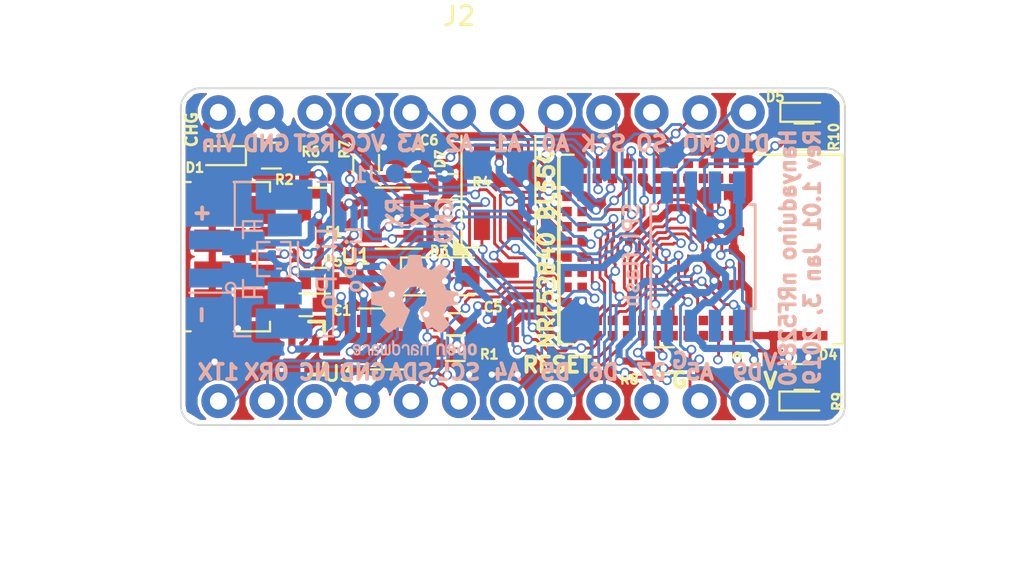
<source format=kicad_pcb>
(kicad_pcb (version 20171130) (host pcbnew "(5.0.0-3-g5ebb6b6)")
  (layers (0 F.Cu signal) (31 B.Cu signal) (34 B.Paste user) (35 F.Paste user) (36 B.SilkS user) (37 F.SilkS user) (38 B.Mask user) (39 F.Mask user) (44 Edge.Cuts user))
  (net 0 "")
  (net 1 GND)
  (net 2 VCC)
  (net 3 "Net-(C4-Pad1)")
  (net 4 VBUS)
  (net 5 RESET)
  (net 6 VBAT)
  (net 7 "Net-(D4-Pad2)")
  (net 8 "Net-(J2-Pad3)")
  (net 9 D5)
  (net 10 D9)
  (net 11 D-)
  (net 12 D+)
  (net 13 SWDIO)
  (net 14 SWCLK)
  (net 15 "Net-(R1-Pad2)")
  (net 16 "Net-(R2-Pad1)")
  (net 17 "Net-(R5-Pad1)")
  (net 18 "Net-(F1-Pad1)")
  (net 19 XL1)
  (net 20 XL2)
  (net 21 "D20/A6(Battery)")
  (net 22 "Net-(D1-Pad1)")
  (net 23 "Net-(D5-Pad2)")
  (net 24 D11/TX)
  (net 25 D12/RX)
  (net 26 D0/TX)
  (net 27 D1/RX)
  (net 28 "D22/SDA(I2C)")
  (net 29 "D23/SCL(I2C)")
  (net 30 D4/LED2)
  (net 31 D6)
  (net 32 "D7(button)")
  (net 33 D8/NeoPixel)
  (net 34 D10)
  (net 35 "D25/MOSI(SPI)")
  (net 36 "D24/MISO(SPI)")
  (net 37 "D26/SCK(SPI)")
  (net 38 D14/A0)
  (net 39 D15/A1)
  (net 40 D16/A2)
  (net 41 D17/A3)
  (net 42 "Net-(J4-Pad4)")
  (net 43 "D28/CS(QSPI)")
  (net 44 D3/LED1)
  (net 45 "D27/CLK(QSPI)")
  (net 46 "D29/data0(QSPI)")
  (net 47 "D32/data3(QSPI)")
  (net 48 "D30/data1(QSPI)")
  (net 49 "D31/data2(QSPI)")
  (net 50 "Net-(U2-Pad7)")
  (net 51 D33)
  (net 52 D35)
  (net 53 D36)
  (net 54 D13)
  (net 55 "Net-(U3-Pad4)")
  (net 56 "Net-(J4-Pad6)")
  (net 57 "D21/A7(ARef)")
  (net 58 D19/A5)
  (net 59 D18/A4)
  (net 60 D46)
  (net 61 D44)
  (net 62 D45)
  (net 63 D2)
  (net 64 "Net-(U2-Pad59)")
  (net 65 D43)
  (net 66 D37)
  (net 67 D38)
  (net 68 D39)
  (net 69 "Net-(D7-Pad1)")
  (module library:JST_SH_BM02B-SRSS-TB_02x1.00mm_Straight (layer B.Cu) (at 116.4844 116.967 90)
    (fp_text reference Li-Po (at -0.5 3.5 90) (layer B.SilkS) (effects (justify mirror)))
    (fp_text value Conn_01x02_Male)
    (pad "" smd rect (at 1.8 1.2625 90) (size 1.2 1.8) (layers B.Cu B.Paste B.Mask))
    (pad "" smd rect (at -1.8 1.2625 90) (size 1.2 1.8) (layers B.Cu B.Paste B.Mask))
    (pad 2 smd rect (at 0.5 -1.2625 90) (size 0.6 1.55) (layers B.Cu B.Paste B.Mask) (net 6 VBAT))
    (pad 1 smd rect (at -0.5 -1.2625 90) (size 0.6 1.55) (layers B.Cu B.Paste B.Mask) (net 1 GND))
  )
  (module library:Arduino_pro_micro_conn (layer F.Cu) (at 126.9492 114.3)
    (fp_text reference J2 (at 0 -10.16) (layer F.SilkS))
    (fp_text value Arduino_pro_micro_conn)
    (fp_text user D9 (at 15.24 8.636) (layer B.SilkS) (effects (font (size 0.8 0.8) (thickness 0.2)) (justify mirror)))
    (fp_text user A5 (at 12.7 8.636) (layer B.SilkS) (effects (font (size 0.8 0.8) (thickness 0.2)) (justify mirror)))
    (fp_text user D7 (at 10.16 8.636) (layer B.SilkS) (effects (font (size 0.8 0.8) (thickness 0.2)) (justify mirror)))
    (fp_text user D6 (at 7.62 8.636) (layer B.SilkS) (effects (font (size 0.8 0.8) (thickness 0.2)) (justify mirror)))
    (fp_text user D5 (at 5.08 8.636) (layer B.SilkS) (effects (font (size 0.8 0.8) (thickness 0.2)) (justify mirror)))
    (fp_text user A4 (at 2.54 8.636) (layer B.SilkS) (effects (font (size 0.8 0.8) (thickness 0.2)) (justify mirror)))
    (fp_text user SCL (at 0 8.636) (layer B.SilkS) (effects (font (size 0.8 0.8) (thickness 0.2)) (justify mirror)))
    (fp_text user SDA (at -2.54 8.636) (layer B.SilkS) (effects (font (size 0.8 0.8) (thickness 0.2)) (justify mirror)))
    (fp_text user GND (at -5.08 8.636) (layer B.SilkS) (effects (font (size 0.8 0.8) (thickness 0.2)) (justify mirror)))
    (fp_text user NC (at -7.62 8.636) (layer B.SilkS) (effects (font (size 0.8 0.8) (thickness 0.2)) (justify mirror)))
    (fp_text user 0RX (at -10.16 8.636) (layer B.SilkS) (effects (font (size 0.8 0.8) (thickness 0.2)) (justify mirror)))
    (fp_text user 1TX (at -12.7 8.636) (layer B.SilkS) (effects (font (size 0.8 0.8) (thickness 0.2)) (justify mirror)))
    (fp_text user D10 (at 15.24 -3.429) (layer B.SilkS) (effects (font (size 0.8 0.8) (thickness 0.2)) (justify mirror)))
    (fp_text user MO (at 12.7 -3.429) (layer B.SilkS) (effects (font (size 0.8 0.8) (thickness 0.2)) (justify mirror)))
    (fp_text user SO (at 10.16 -3.429) (layer B.SilkS) (effects (font (size 0.8 0.8) (thickness 0.2)) (justify mirror)))
    (fp_text user SCK (at 7.62 -3.429) (layer B.SilkS) (effects (font (size 0.8 0.8) (thickness 0.2)) (justify mirror)))
    (fp_text user A0 (at 5.08 -3.429) (layer B.SilkS) (effects (font (size 0.8 0.8) (thickness 0.2)) (justify mirror)))
    (fp_text user A1 (at 2.54 -3.429) (layer B.SilkS) (effects (font (size 0.8 0.8) (thickness 0.2)) (justify mirror)))
    (fp_text user A2 (at 0 -3.429) (layer B.SilkS) (effects (font (size 0.8 0.8) (thickness 0.2)) (justify mirror)))
    (fp_text user A3 (at -2.54 -3.429) (layer B.SilkS) (effects (font (size 0.8 0.8) (thickness 0.2)) (justify mirror)))
    (fp_text user VCC (at -5.08 -3.429) (layer B.SilkS) (effects (font (size 0.8 0.8) (thickness 0.2)) (justify mirror)))
    (fp_text user RST (at -7.62 -3.429) (layer B.SilkS) (effects (font (size 0.8 0.8) (thickness 0.2)) (justify mirror)))
    (fp_text user GND (at -10.16 -3.429) (layer B.SilkS) (effects (font (size 0.8 0.8) (thickness 0.2)) (justify mirror)))
    (fp_text user Vin (at -12.7 -3.429) (layer B.SilkS) (effects (font (size 0.8 0.8) (thickness 0.2)) (justify mirror)))
    (pad 1 thru_hole circle (at -12.7 10.16) (size 1.8 1.8) (drill 0.9) (layers *.Cu *.Mask) (net 26 D0/TX))
    (pad 2 thru_hole circle (at -10.16 10.16) (size 1.8 1.8) (drill 0.9) (layers *.Cu *.Mask) (net 27 D1/RX))
    (pad 3 thru_hole circle (at -7.62 10.16) (size 1.8 1.8) (drill 0.9) (layers *.Cu *.Mask) (net 8 "Net-(J2-Pad3)"))
    (pad 4 thru_hole circle (at -5.08 10.16) (size 1.8 1.8) (drill 0.9) (layers *.Cu *.Mask) (net 1 GND))
    (pad 5 thru_hole circle (at -2.54 10.16) (size 1.8 1.8) (drill 0.9) (layers *.Cu *.Mask) (net 28 "D22/SDA(I2C)"))
    (pad 6 thru_hole circle (at 0 10.16) (size 1.8 1.8) (drill 0.9) (layers *.Cu *.Mask) (net 29 "D23/SCL(I2C)"))
    (pad 7 thru_hole circle (at 2.54 10.16) (size 1.8 1.8) (drill 0.9) (layers *.Cu *.Mask) (net 59 D18/A4))
    (pad 8 thru_hole circle (at 5.08 10.16) (size 1.8 1.8) (drill 0.9) (layers *.Cu *.Mask) (net 9 D5))
    (pad 9 thru_hole circle (at 7.62 10.16) (size 1.8 1.8) (drill 0.9) (layers *.Cu *.Mask) (net 31 D6))
    (pad 10 thru_hole circle (at 10.16 10.16) (size 1.8 1.8) (drill 0.9) (layers *.Cu *.Mask) (net 32 "D7(button)"))
    (pad 11 thru_hole circle (at 12.7 10.16) (size 1.8 1.8) (drill 0.9) (layers *.Cu *.Mask) (net 58 D19/A5))
    (pad 12 thru_hole circle (at 15.24 10.16) (size 1.8 1.8) (drill 0.9) (layers *.Cu *.Mask) (net 10 D9))
    (pad 13 thru_hole circle (at 15.24 -5.08) (size 1.8 1.8) (drill 0.9) (layers *.Cu *.Mask) (net 34 D10))
    (pad 14 thru_hole circle (at 12.7 -5.08) (size 1.8 1.8) (drill 0.9) (layers *.Cu *.Mask) (net 35 "D25/MOSI(SPI)"))
    (pad 15 thru_hole circle (at 10.16 -5.08) (size 1.8 1.8) (drill 0.9) (layers *.Cu *.Mask) (net 36 "D24/MISO(SPI)"))
    (pad 16 thru_hole circle (at 7.62 -5.08) (size 1.8 1.8) (drill 0.9) (layers *.Cu *.Mask) (net 37 "D26/SCK(SPI)"))
    (pad 17 thru_hole circle (at 5.08 -5.08) (size 1.8 1.8) (drill 0.9) (layers *.Cu *.Mask) (net 38 D14/A0))
    (pad 18 thru_hole circle (at 2.54 -5.08) (size 1.8 1.8) (drill 0.9) (layers *.Cu *.Mask) (net 39 D15/A1))
    (pad 19 thru_hole circle (at 0 -5.08) (size 1.8 1.8) (drill 0.9) (layers *.Cu *.Mask) (net 40 D16/A2))
    (pad 20 thru_hole circle (at -2.54 -5.08) (size 1.8 1.8) (drill 0.9) (layers *.Cu *.Mask) (net 41 D17/A3))
    (pad 21 thru_hole circle (at -5.08 -5.08) (size 1.8 1.8) (drill 0.9) (layers *.Cu *.Mask) (net 2 VCC))
    (pad 22 thru_hole circle (at -7.62 -5.08) (size 1.8 1.8) (drill 0.9) (layers *.Cu *.Mask) (net 5 RESET))
    (pad 23 thru_hole circle (at -10.16 -5.08) (size 1.8 1.8) (drill 0.9) (layers *.Cu *.Mask) (net 1 GND))
    (pad 24 thru_hole circle (at -12.7 -5.08) (size 1.8 1.8) (drill 0.9) (layers *.Cu *.Mask) (net 4 VBUS))
  )
  (module freetronics_footprints:SOT23-3 (layer F.Cu) (at 119.126 121.666 270)
    (fp_text reference Q1)
    (fp_text value DMG3415U hide)
    (pad 3 smd rect (at 0 -1.09982 270) (size 0.79756 0.89916) (layers F.Cu F.Paste F.Mask) (net 6 VBAT))
    (pad 2 smd rect (at 0.94996 0.99822 270) (size 0.79756 0.89916) (layers F.Cu F.Paste F.Mask) (net 3 "Net-(C4-Pad1)"))
    (pad 1 smd rect (at -0.94996 0.99822 270) (size 0.79756 0.89916) (layers F.Cu F.Paste F.Mask) (net 4 VBUS))
  )
  (module Resistors_SMD:R_0603 (layer F.Cu) (at 122.047 111.9632 90)
    (fp_text reference R7 (at 0.7874 -1.143 90) (layer F.SilkS) (effects (font (size 0.5 0.5) (thickness 0.125))))
    (fp_text value 2M)
    (pad 2 smd rect (at 0.75 0 90) (size 0.5 0.9) (layers F.Cu F.Paste F.Mask) (net 1 GND))
    (pad 1 smd rect (at -0.75 0 90) (size 0.5 0.9) (layers F.Cu F.Paste F.Mask) (net 21 "D20/A6(Battery)"))
  )
  (module Connectors_JST:JST_PH_B2B-PH-SM4-TB_02x2.00mm_Straight (layer B.Cu) (at 116.586 116.967 90)
    (fp_text reference Li-Po (at -0.0254 4.826 90) (layer B.SilkS) (effects (font (size 0.8 0.8)) (justify mirror)))
    (fp_text value Conn_01x02_Male)
    (pad "" smd rect (at 3.4 1.125 90) (size 1.6 3) (layers B.Cu B.Paste B.Mask))
    (pad "" smd rect (at -3.4 1.125 90) (size 1.6 3) (layers B.Cu B.Paste B.Mask))
    (pad 2 smd rect (at 1 -1.9 90) (size 1 4) (layers B.Cu B.Paste B.Mask) (net 6 VBAT))
    (pad 1 smd rect (at -1 -1.9 90) (size 1 4) (layers B.Cu B.Paste B.Mask) (net 1 GND))
  )
  (module Capacitors_SMD:C_0603 (layer F.Cu) (at 124.587 111.76 180)
    (fp_text reference C6 (at -0.7874 1.0668 180) (layer F.SilkS) (effects (font (size 0.5 0.5) (thickness 0.125))))
    (fp_text value 1nF)
    (pad 1 smd rect (at -0.75 0 180) (size 0.8 0.75) (layers F.Cu F.Paste F.Mask) (net 21 "D20/A6(Battery)"))
    (pad 2 smd rect (at 0.75 0 180) (size 0.8 0.75) (layers F.Cu F.Paste F.Mask) (net 1 GND))
  )
  (module Diodes_SMD:D_SOD-123F (layer F.Cu) (at 126.0856 117.8814)
    (fp_text reference D3 (at -0.1778 -1.3462) (layer F.SilkS) (effects (font (size 0.5 0.5) (thickness 0.125))))
    (fp_text value MBR120)
    (pad 2 smd rect (at 1.4 0) (size 1.1 1.1) (layers F.Cu F.Paste F.Mask) (net 4 VBUS))
    (pad 1 smd rect (at -1.4 0) (size 1.1 1.1) (layers F.Cu F.Paste F.Mask) (net 3 "Net-(C4-Pad1)"))
  )
  (module LEDs:LED_0603 (layer F.Cu) (at 145.2118 109.22)
    (fp_text reference D5 (at -1.5748 -0.8128) (layer F.SilkS) (effects (font (size 0.5 0.5) (thickness 0.125))))
    (fp_text value "USR LED2")
    (pad 2 smd rect (at 0.8 0 180) (size 0.8 0.8) (layers F.Cu F.Paste F.Mask) (net 23 "Net-(D5-Pad2)"))
    (pad 1 smd rect (at -0.8 0 180) (size 0.8 0.8) (layers F.Cu F.Paste F.Mask) (net 1 GND))
  )
  (module Resistors_SMD:R_0603 (layer F.Cu) (at 145.161 123.19 180)
    (fp_text reference R9 (at -1.7526 -1.2954 270) (layer F.SilkS) (effects (font (size 0.5 0.5) (thickness 0.125))))
    (fp_text value 1K)
    (pad 1 smd rect (at -0.75 0 180) (size 0.5 0.9) (layers F.Cu F.Paste F.Mask) (net 7 "Net-(D4-Pad2)"))
    (pad 2 smd rect (at 0.75 0 180) (size 0.5 0.9) (layers F.Cu F.Paste F.Mask) (net 44 D3/LED1))
  )
  (module Resistors_SMD:R_0603 (layer F.Cu) (at 145.161 110.49 180)
    (fp_text reference R10 (at -1.5748 -0.0254 270) (layer F.SilkS) (effects (font (size 0.5 0.5) (thickness 0.125))))
    (fp_text value 1K)
    (pad 2 smd rect (at 0.75 0 180) (size 0.5 0.9) (layers F.Cu F.Paste F.Mask) (net 30 D4/LED2))
    (pad 1 smd rect (at -0.75 0 180) (size 0.5 0.9) (layers F.Cu F.Paste F.Mask) (net 23 "Net-(D5-Pad2)"))
  )
  (module "library:B3U-1000P(OMRON Ultra-small Tactile Switch)" (layer F.Cu) (at 129.3622 119.253 90)
    (fp_text reference RESET (at -3.302 2.7686 180) (layer F.SilkS) (effects (font (size 0.8 0.8) (thickness 0.2))))
    (fp_text value "RST SW")
    (pad 1 smd rect (at -1.7 -0.1 90) (size 0.8 1.7) (layers F.Cu F.Paste F.Mask) (net 1 GND))
    (pad 2 smd rect (at 1.7 -0.1 90) (size 0.8 1.7) (layers F.Cu F.Paste F.Mask) (net 5 RESET))
  )
  (module Capacitors_SMD:C_0603 (layer F.Cu) (at 118.872 119.38 180)
    (fp_text reference C1 (at -1.905 -0.3048 180) (layer F.SilkS) (effects (font (size 0.5 0.5) (thickness 0.125))))
    (fp_text value 10uF)
    (pad 1 smd rect (at -0.75 0 180) (size 0.8 0.75) (layers F.Cu F.Paste F.Mask) (net 6 VBAT))
    (pad 2 smd rect (at 0.75 0 180) (size 0.8 0.75) (layers F.Cu F.Paste F.Mask) (net 1 GND))
  )
  (module Capacitors_SMD:C_0603 (layer F.Cu) (at 125.2728 119.1514)
    (fp_text reference C4 (at -1.9304 0.381) (layer F.SilkS) (effects (font (size 0.5 0.5) (thickness 0.125))))
    (fp_text value 10uF)
    (pad 2 smd rect (at 0.75 0) (size 0.8 0.75) (layers F.Cu F.Paste F.Mask) (net 1 GND))
    (pad 1 smd rect (at -0.75 0) (size 0.8 0.75) (layers F.Cu F.Paste F.Mask) (net 3 "Net-(C4-Pad1)"))
  )
  (module Capacitors_SMD:C_0603 (layer F.Cu) (at 126.746 120.4214)
    (fp_text reference C5 (at 2.0066 -0.9144) (layer F.SilkS) (effects (font (size 0.5 0.5) (thickness 0.125))))
    (fp_text value 10uF)
    (pad 1 smd rect (at -0.75 0) (size 0.8 0.75) (layers F.Cu F.Paste F.Mask) (net 2 VCC))
    (pad 2 smd rect (at 0.75 0) (size 0.8 0.75) (layers F.Cu F.Paste F.Mask) (net 1 GND))
  )
  (module LEDs:LED_0603 (layer F.Cu) (at 114.4016 111.506 180)
    (fp_text reference D1 (at 1.397 -0.635 180) (layer F.SilkS) (effects (font (size 0.5 0.5) (thickness 0.125))))
    (fp_text value CHG)
    (pad 2 smd rect (at 0.8 0) (size 0.8 0.8) (layers F.Cu F.Paste F.Mask) (net 4 VBUS))
    (pad 1 smd rect (at -0.8 0) (size 0.8 0.8) (layers F.Cu F.Paste F.Mask) (net 22 "Net-(D1-Pad1)"))
  )
  (module LEDs:LED_0603 (layer F.Cu) (at 145.161 124.46)
    (fp_text reference D4 (at 1.27 -2.4384) (layer F.SilkS) (effects (font (size 0.5 0.5) (thickness 0.125))))
    (fp_text value "USR LED")
    (pad 1 smd rect (at -0.8 0 180) (size 0.8 0.8) (layers F.Cu F.Paste F.Mask) (net 1 GND))
    (pad 2 smd rect (at 0.8 0 180) (size 0.8 0.8) (layers F.Cu F.Paste F.Mask) (net 7 "Net-(D4-Pad2)"))
  )
  (module library:RST_FUSE_MF_FSMF050X (layer F.Cu) (at 119.634 114.427)
    (fp_text reference F1 (at 0.7112 1.1176) (layer F.SilkS) (effects (font (size 0.5 0.5) (thickness 0.125))))
    (fp_text value "6V 500mA")
    (pad 1 smd rect (at -0.85 0) (size 0.7 1) (layers F.Cu F.Paste F.Mask) (net 18 "Net-(F1-Pad1)"))
    (pad 2 smd rect (at 0.85 0) (size 0.7 1) (layers F.Cu F.Paste F.Mask) (net 4 VBUS))
  )
  (module "library:3 point pad" (layer B.Cu) (at 124.8918 112.4458)
    (fp_text reference J1 (at -2.8448 0.0762) (layer B.SilkS) (effects (font (size 0.8 0.8)) (justify mirror)))
    (fp_text value Conn_01x03_Female)
    (pad 1 smd circle (at -1.3 0) (size 1 1) (layers B.Cu B.Paste B.Mask) (net 25 D12/RX))
    (pad 2 smd circle (at 0 0) (size 1 1) (layers B.Cu B.Paste B.Mask) (net 24 D11/TX))
    (pad 3 smd circle (at 1.3 0) (size 1 1) (layers B.Cu B.Paste B.Mask) (net 1 GND))
  )
  (module library:USB_Micro-B_Molex_47346-0001 (layer F.Cu) (at 115.2525 116.84)
    (fp_text reference J4)
    (fp_text value USB_B_Micro)
    (pad 1 smd rect (at 1.33 -1.3) (size 1.38 0.45) (layers F.Cu F.Paste F.Mask) (net 18 "Net-(F1-Pad1)"))
    (pad 2 smd rect (at 1.33 -0.65) (size 1.38 0.45) (layers F.Cu F.Paste F.Mask) (net 11 D-))
    (pad 3 smd rect (at 1.33 0) (size 1.38 0.45) (layers F.Cu F.Paste F.Mask) (net 12 D+))
    (pad 4 smd rect (at 1.33 0.65) (size 1.38 0.45) (layers F.Cu F.Paste F.Mask) (net 42 "Net-(J4-Pad4)"))
    (pad 5 smd rect (at 1.33 1.3) (size 1.38 0.45) (layers F.Cu F.Paste F.Mask) (net 1 GND))
    (pad 6 smd rect (at 0.97 -2.4625) (size 2.1 1.475) (layers F.Cu F.Paste F.Mask) (net 56 "Net-(J4-Pad6)"))
    (pad 6 smd rect (at 0.97 2.4625) (size 2.1 1.475) (layers F.Cu F.Paste F.Mask) (net 56 "Net-(J4-Pad6)"))
    (pad 6 smd rect (at -1.33 -2.91) (size 1.9 2.375) (layers F.Cu F.Paste F.Mask) (net 56 "Net-(J4-Pad6)"))
    (pad 6 smd rect (at -1.33 2.91) (size 1.9 2.375) (layers F.Cu F.Paste F.Mask) (net 56 "Net-(J4-Pad6)"))
    (pad 6 smd rect (at -1.33 -0.84) (size 1.9 1.175) (layers F.Cu F.Paste F.Mask) (net 56 "Net-(J4-Pad6)"))
    (pad 6 smd rect (at -1.33 0.84) (size 1.9 1.175) (layers F.Cu F.Paste F.Mask) (net 56 "Net-(J4-Pad6)"))
  )
  (module Resistors_SMD:R_0603 (layer F.Cu) (at 126.746 121.666 180)
    (fp_text reference R1 (at -1.8034 -0.3302 180) (layer F.SilkS) (effects (font (size 0.5 0.5) (thickness 0.125))))
    (fp_text value 10K)
    (pad 1 smd rect (at -0.75 0 180) (size 0.5 0.9) (layers F.Cu F.Paste F.Mask) (net 1 GND))
    (pad 2 smd rect (at 0.75 0 180) (size 0.5 0.9) (layers F.Cu F.Paste F.Mask) (net 15 "Net-(R1-Pad2)"))
  )
  (module Resistors_SMD:R_0603 (layer F.Cu) (at 117.0432 111.506 180)
    (fp_text reference R2 (at -0.6858 -1.27 180) (layer F.SilkS) (effects (font (size 0.5 0.5) (thickness 0.125))))
    (fp_text value 1K)
    (pad 2 smd rect (at 0.75 0 180) (size 0.5 0.9) (layers F.Cu F.Paste F.Mask) (net 22 "Net-(D1-Pad1)"))
    (pad 1 smd rect (at -0.75 0 180) (size 0.5 0.9) (layers F.Cu F.Paste F.Mask) (net 16 "Net-(R2-Pad1)"))
  )
  (module Resistors_SMD:R_0603 (layer F.Cu) (at 126.365 113.157 180)
    (fp_text reference R4 (at -1.778 0.2286 180) (layer F.SilkS) (effects (font (size 0.5 0.5) (thickness 0.125))))
    (fp_text value 100K)
    (pad 1 smd rect (at -0.75 0 180) (size 0.5 0.9) (layers F.Cu F.Paste F.Mask) (net 1 GND))
    (pad 2 smd rect (at 0.75 0 180) (size 0.5 0.9) (layers F.Cu F.Paste F.Mask) (net 4 VBUS))
  )
  (module Resistors_SMD:R_0603 (layer F.Cu) (at 119.634 118.11 180)
    (fp_text reference R5 (at -0.6858 1.016 180) (layer F.SilkS) (effects (font (size 0.5 0.5) (thickness 0.125))))
    (fp_text value 10K)
    (pad 2 smd rect (at 0.75 0 180) (size 0.5 0.9) (layers F.Cu F.Paste F.Mask) (net 3 "Net-(C4-Pad1)"))
    (pad 1 smd rect (at -0.75 0 180) (size 0.5 0.9) (layers F.Cu F.Paste F.Mask) (net 17 "Net-(R5-Pad1)"))
  )
  (module Resistors_SMD:R_0603 (layer F.Cu) (at 119.507 112.522)
    (fp_text reference R6 (at -0.381 -1.2192) (layer F.SilkS) (effects (font (size 0.5 0.5) (thickness 0.125))))
    (fp_text value 806K)
    (pad 1 smd rect (at -0.75 0) (size 0.5 0.9) (layers F.Cu F.Paste F.Mask) (net 6 VBAT))
    (pad 2 smd rect (at 0.75 0) (size 0.5 0.9) (layers F.Cu F.Paste F.Mask) (net 21 "D20/A6(Battery)"))
  )
  (module Resistors_SMD:R_0603 (layer F.Cu) (at 137.795 122.301 180)
    (fp_text reference R8 (at 1.8542 -1.016 180) (layer F.SilkS) (effects (font (size 0.5 0.5) (thickness 0.125))))
    (fp_text value 10k)
    (pad 2 smd rect (at 0.75 0 180) (size 0.5 0.9) (layers F.Cu F.Paste F.Mask) (net 2 VCC))
    (pad 1 smd rect (at -0.75 0 180) (size 0.5 0.9) (layers F.Cu F.Paste F.Mask) (net 43 "D28/CS(QSPI)"))
  )
  (module TO_SOT_Packages_SMD:SOT-23-5 (layer F.Cu) (at 123.444 114.808 180)
    (fp_text reference U1 (at 1.9304 -2.032 180) (layer F.SilkS) (effects (font (size 0.8 0.8))))
    (fp_text value MCP73831-2-OT)
    (pad 5 smd rect (at 1.1 -0.95 180) (size 1.06 0.65) (layers F.Cu F.Paste F.Mask) (net 15 "Net-(R1-Pad2)"))
    (pad 4 smd rect (at 1.1 0.95 180) (size 1.06 0.65) (layers F.Cu F.Paste F.Mask) (net 4 VBUS))
    (pad 3 smd rect (at -1.1 0.95 180) (size 1.06 0.65) (layers F.Cu F.Paste F.Mask) (net 6 VBAT))
    (pad 2 smd rect (at -1.1 0 180) (size 1.06 0.65) (layers F.Cu F.Paste F.Mask) (net 1 GND))
    (pad 1 smd rect (at -1.1 -0.95 180) (size 1.06 0.65) (layers F.Cu F.Paste F.Mask) (net 16 "Net-(R2-Pad1)"))
  )
  (module BL654-nRF52840-451-00001:XCVR_451-00001 (layer F.Cu) (at 139.7 116.459 270)
    (fp_text reference U2 hide)
    (fp_text value "NRF52840 BL654" (at -0.0254 8.128 270) (layer F.SilkS) (effects (font (size 0.8 0.8) (thickness 0.2))))
    (pad 1 smd rect (at 4.55 -1.75 90) (size 0.5 0.5) (layers F.Cu F.Paste F.Mask) (net 13 SWDIO))
    (pad 2 smd rect (at 3.75 -1.75 90) (size 0.5 0.5) (layers F.Cu F.Paste F.Mask) (net 53 D36))
    (pad 3 smd rect (at 4.55 -0.95 90) (size 0.5 0.5) (layers F.Cu F.Paste F.Mask) (net 14 SWCLK))
    (pad 4 smd rect (at 3.75 -0.95 90) (size 0.5 0.5) (layers F.Cu F.Paste F.Mask) (net 32 "D7(button)"))
    (pad 5 smd rect (at 4.55 -0.15 90) (size 0.5 0.5) (layers F.Cu F.Paste F.Mask) (net 52 D35))
    (pad 6 smd rect (at 3.75 -0.15 90) (size 0.5 0.5) (layers F.Cu F.Paste F.Mask) (net 51 D33))
    (pad 7 smd rect (at 4.55 0.65 90) (size 0.5 0.5) (layers F.Cu F.Paste F.Mask) (net 50 "Net-(U2-Pad7)"))
    (pad 8 smd rect (at 3.75 0.65 90) (size 0.5 0.5) (layers F.Cu F.Paste F.Mask) (net 26 D0/TX))
    (pad 9 smd rect (at 4.55 1.45 90) (size 0.5 0.5) (layers F.Cu F.Paste F.Mask) (net 49 "D31/data2(QSPI)"))
    (pad 10 smd rect (at 3.75 1.45 90) (size 0.5 0.5) (layers F.Cu F.Paste F.Mask) (net 27 D1/RX))
    (pad 11 smd rect (at 4.55 2.25 90) (size 0.5 0.5) (layers F.Cu F.Paste F.Mask) (net 48 "D30/data1(QSPI)"))
    (pad 12 smd rect (at 3.75 2.25 90) (size 0.5 0.5) (layers F.Cu F.Paste F.Mask) (net 47 "D32/data3(QSPI)"))
    (pad 13 smd rect (at 4.55 3.05 90) (size 0.5 0.5) (layers F.Cu F.Paste F.Mask) (net 43 "D28/CS(QSPI)"))
    (pad 14 smd rect (at 3.75 3.05 90) (size 0.5 0.5) (layers F.Cu F.Paste F.Mask) (net 45 "D27/CLK(QSPI)"))
    (pad 15 smd rect (at 4.55 3.85 90) (size 0.5 0.5) (layers F.Cu F.Paste F.Mask) (net 12 D+))
    (pad 16 smd rect (at 3.75 3.85 90) (size 0.5 0.5) (layers F.Cu F.Paste F.Mask) (net 46 "D29/data0(QSPI)"))
    (pad 17 smd rect (at 4.55 4.65 90) (size 0.5 0.5) (layers F.Cu F.Paste F.Mask) (net 11 D-))
    (pad 18 smd rect (at 3.75 4.65 90) (size 0.5 0.5) (layers F.Cu F.Paste F.Mask) (net 36 "D24/MISO(SPI)"))
    (pad 19 smd rect (at 4.55 5.45 90) (size 0.5 0.5) (layers F.Cu F.Paste F.Mask) (net 5 RESET))
    (pad 20 smd rect (at 3.75 5.45 90) (size 0.5 0.5) (layers F.Cu F.Paste F.Mask) (net 35 "D25/MOSI(SPI)"))
    (pad 21 smd rect (at 4.55 6.25 90) (size 0.5 0.5) (layers F.Cu F.Paste F.Mask) (net 33 D8/NeoPixel))
    (pad 22 smd rect (at 3.75 6.25 90) (size 0.5 0.5) (layers F.Cu F.Paste F.Mask) (net 37 "D26/SCK(SPI)"))
    (pad 23 smd rect (at 4.4 7.05 90) (size 0.5 0.5) (layers F.Cu F.Paste F.Mask) (net 1 GND))
    (pad 24 smd rect (at 3.6 7.05 90) (size 0.5 0.5) (layers F.Cu F.Paste F.Mask) (net 4 VBUS))
    (pad 25 smd rect (at 2.8 7.05 90) (size 0.5 0.5) (layers F.Cu F.Paste F.Mask) (net 2 VCC))
    (pad 26 smd rect (at 2.8 6.25 90) (size 0.5 0.5) (layers F.Cu F.Paste F.Mask) (net 1 GND))
    (pad 27 smd rect (at 2 7.05 90) (size 0.5 0.5) (layers F.Cu F.Paste F.Mask) (net 29 "D23/SCL(I2C)"))
    (pad 28 smd rect (at 2 6.25 90) (size 0.5 0.5) (layers F.Cu F.Paste F.Mask) (net 28 "D22/SDA(I2C)"))
    (pad 29 smd rect (at 1.2 7.05 90) (size 0.5 0.5) (layers F.Cu F.Paste F.Mask) (net 25 D12/RX))
    (pad 30 smd rect (at 1.2 6.25 90) (size 0.5 0.5) (layers F.Cu F.Paste F.Mask) (net 54 D13))
    (pad 31 smd rect (at 0.4 7.05 90) (size 0.5 0.5) (layers F.Cu F.Paste F.Mask) (net 2 VCC))
    (pad 32 smd rect (at 0.4 6.25 90) (size 0.5 0.5) (layers F.Cu F.Paste F.Mask) (net 9 D5))
    (pad 33 smd rect (at -0.4 7.05 90) (size 0.5 0.5) (layers F.Cu F.Paste F.Mask) (net 1 GND))
    (pad 34 smd rect (at -0.4 6.25 90) (size 0.5 0.5) (layers F.Cu F.Paste F.Mask) (net 38 D14/A0))
    (pad 35 smd rect (at -1.2 7.05 90) (size 0.5 0.5) (layers F.Cu F.Paste F.Mask) (net 24 D11/TX))
    (pad 36 smd rect (at -1.2 6.25 90) (size 0.5 0.5) (layers F.Cu F.Paste F.Mask) (net 10 D9))
    (pad 37 smd rect (at -2 7.05 90) (size 0.5 0.5) (layers F.Cu F.Paste F.Mask) (net 31 D6))
    (pad 38 smd rect (at -2 6.25 90) (size 0.5 0.5) (layers F.Cu F.Paste F.Mask) (net 34 D10))
    (pad 39 smd rect (at -2.8 7.05 90) (size 0.5 0.5) (layers F.Cu F.Paste F.Mask) (net 39 D15/A1))
    (pad 40 smd rect (at -2.8 6.25 90) (size 0.5 0.5) (layers F.Cu F.Paste F.Mask) (net 1 GND))
    (pad 41 smd rect (at -3.6 7.05 90) (size 0.5 0.5) (layers F.Cu F.Paste F.Mask) (net 20 XL2))
    (pad 42 smd rect (at -4.4 7.05 90) (size 0.5 0.5) (layers F.Cu F.Paste F.Mask) (net 19 XL1))
    (pad 43 smd rect (at -4.55 6.25 90) (size 0.5 0.5) (layers F.Cu F.Paste F.Mask) (net 1 GND))
    (pad 44 smd rect (at -3.75 6.25 90) (size 0.5 0.5) (layers F.Cu F.Paste F.Mask) (net 57 "D21/A7(ARef)"))
    (pad 45 smd rect (at -4.55 5.45 90) (size 0.5 0.5) (layers F.Cu F.Paste F.Mask) (net 40 D16/A2))
    (pad 46 smd rect (at -3.75 5.45 90) (size 0.5 0.5) (layers F.Cu F.Paste F.Mask) (net 41 D17/A3))
    (pad 47 smd rect (at -4.55 4.65 90) (size 0.5 0.5) (layers F.Cu F.Paste F.Mask) (net 1 GND))
    (pad 48 smd rect (at -3.75 4.65 90) (size 0.5 0.5) (layers F.Cu F.Paste F.Mask) (net 21 "D20/A6(Battery)"))
    (pad 49 smd rect (at -4.55 3.85 90) (size 0.5 0.5) (layers F.Cu F.Paste F.Mask) (net 58 D19/A5))
    (pad 50 smd rect (at -3.75 3.85 90) (size 0.5 0.5) (layers F.Cu F.Paste F.Mask) (net 59 D18/A4))
    (pad 51 smd rect (at -4.55 3.05 90) (size 0.5 0.5) (layers F.Cu F.Paste F.Mask) (net 60 D46))
    (pad 52 smd rect (at -3.75 3.05 90) (size 0.5 0.5) (layers F.Cu F.Paste F.Mask) (net 1 GND))
    (pad 53 smd rect (at -4.55 2.25 90) (size 0.5 0.5) (layers F.Cu F.Paste F.Mask) (net 44 D3/LED1))
    (pad 54 smd rect (at -3.75 2.25 90) (size 0.5 0.5) (layers F.Cu F.Paste F.Mask) (net 61 D44))
    (pad 55 smd rect (at -4.55 1.45 90) (size 0.5 0.5) (layers F.Cu F.Paste F.Mask) (net 1 GND))
    (pad 56 smd rect (at -3.75 1.45 90) (size 0.5 0.5) (layers F.Cu F.Paste F.Mask) (net 62 D45))
    (pad 57 smd rect (at -4.55 0.65 90) (size 0.5 0.5) (layers F.Cu F.Paste F.Mask) (net 63 D2))
    (pad 58 smd rect (at -3.75 0.65 90) (size 0.5 0.5) (layers F.Cu F.Paste F.Mask) (net 1 GND))
    (pad 59 smd rect (at -4.55 -0.15 90) (size 0.5 0.5) (layers F.Cu F.Paste F.Mask) (net 64 "Net-(U2-Pad59)"))
    (pad 60 smd rect (at -3.75 -0.15 90) (size 0.5 0.5) (layers F.Cu F.Paste F.Mask) (net 65 D43))
    (pad 61 smd rect (at -4.55 -0.95 90) (size 0.5 0.5) (layers F.Cu F.Paste F.Mask) (net 66 D37))
    (pad 62 smd rect (at -3.75 -0.95 90) (size 0.5 0.5) (layers F.Cu F.Paste F.Mask) (net 30 D4/LED2))
    (pad 63 smd rect (at -4.55 -1.75 90) (size 0.5 0.5) (layers F.Cu F.Paste F.Mask) (net 67 D38))
    (pad 64 smd rect (at -3.75 -1.75 90) (size 0.5 0.5) (layers F.Cu F.Paste F.Mask) (net 68 D39))
    (pad 0 smd rect (at 4.55 -2.55 90) (size 0.5 0.5) (layers F.Cu F.Paste F.Mask) (net 1 GND))
    (pad 65 smd rect (at -4.55 -2.55 90) (size 0.5 0.5) (layers F.Cu F.Paste F.Mask) (net 1 GND))
    (pad 66 smd rect (at 4.55 -3.85 90) (size 0.5 0.5) (layers F.Cu F.Paste F.Mask) (net 1 GND))
    (pad 67 smd rect (at 4.55 -5.15 90) (size 0.5 0.5) (layers F.Cu F.Paste F.Mask) (net 1 GND))
    (pad 68 smd rect (at 4.55 -6.45 90) (size 0.5 0.5) (layers F.Cu F.Paste F.Mask) (net 1 GND))
    (pad 69 smd rect (at 1.875 -1.75 90) (size 0.5 0.5) (layers F.Cu F.Paste F.Mask) (net 1 GND))
    (pad 70 smd rect (at 0 -1.75 90) (size 0.5 0.5) (layers F.Cu F.Paste F.Mask) (net 1 GND))
    (pad 71 smd rect (at -1.875 -1.75 90) (size 0.5 0.5) (layers F.Cu F.Paste F.Mask) (net 1 GND))
  )
  (module "KiCAD footprints:SOT-23-5" (layer F.Cu) (at 123.19 121.1834)
    (fp_text reference U3 (at -2.5654 1.8288) (layer F.SilkS) (effects (font (size 0.8 0.8))))
    (fp_text value "AP2113(3.3V)")
    (pad 5 smd rect (at 1.1 -0.95) (size 1.06 0.65) (layers F.Cu F.Paste F.Mask) (net 2 VCC))
    (pad 4 smd rect (at 1.1 0.95) (size 1.06 0.65) (layers F.Cu F.Paste F.Mask) (net 55 "Net-(U3-Pad4)"))
    (pad 3 smd rect (at -1.1 0.95) (size 1.06 0.65) (layers F.Cu F.Paste F.Mask) (net 17 "Net-(R5-Pad1)"))
    (pad 2 smd rect (at -1.1 0) (size 1.06 0.65) (layers F.Cu F.Paste F.Mask) (net 1 GND))
    (pad 1 smd rect (at -1.1 -0.95) (size 1.06 0.65) (layers F.Cu F.Paste F.Mask) (net 3 "Net-(C4-Pad1)"))
  )
  (module Housings_SOIC:SOIJ-8_5.3x5.3mm_Pitch1.27mm (layer B.Cu) (at 139.827 116.84 90)
    (fp_text reference "SPI flash" (at 0.0762 -3.7846 90) (layer B.SilkS) (effects (font (size 0.8 0.8)) (justify mirror)))
    (fp_text value W25Q32)
    (pad 8 smd rect (at 3.65 1.905 90) (size 1.7 0.65) (layers B.Cu B.Paste B.Mask) (net 2 VCC))
    (pad 7 smd rect (at 3.65 0.635 90) (size 1.7 0.65) (layers B.Cu B.Paste B.Mask) (net 2 VCC))
    (pad 6 smd rect (at 3.65 -0.635 90) (size 1.7 0.65) (layers B.Cu B.Paste B.Mask) (net 45 "D27/CLK(QSPI)"))
    (pad 5 smd rect (at 3.65 -1.905 90) (size 1.7 0.65) (layers B.Cu B.Paste B.Mask) (net 48 "D30/data1(QSPI)"))
    (pad 4 smd rect (at -3.65 -1.905 90) (size 1.7 0.65) (layers B.Cu B.Paste B.Mask) (net 1 GND))
    (pad 3 smd rect (at -3.65 -0.635 90) (size 1.7 0.65) (layers B.Cu B.Paste B.Mask) (net 2 VCC))
    (pad 2 smd rect (at -3.65 0.635 90) (size 1.7 0.65) (layers B.Cu B.Paste B.Mask) (net 46 "D29/data0(QSPI)"))
    (pad 1 smd rect (at -3.65 1.905 90) (size 1.7 0.65) (layers B.Cu B.Paste B.Mask) (net 43 "D28/CS(QSPI)"))
  )
  (module "KiCAD footprints:LED_SK6812MINI_PLCC4_3.5x3.5mm_P1.75mm" (layer F.Cu) (at 129.032 113.411 270)
    (fp_text reference D7 (at -1.7272 3.0734 270) (layer F.SilkS) (effects (font (size 0.5 0.5) (thickness 0.125))))
    (fp_text value SK6812MINI)
    (pad 1 smd rect (at -1.75 -0.875 270) (size 1.6 0.85) (layers F.Cu F.Paste F.Mask) (net 69 "Net-(D7-Pad1)"))
    (pad 2 smd rect (at -1.75 0.875 270) (size 1.6 0.85) (layers F.Cu F.Paste F.Mask) (net 1 GND))
    (pad 4 smd rect (at 1.75 -0.875 270) (size 1.6 0.85) (layers F.Cu F.Paste F.Mask) (net 2 VCC))
    (pad 3 smd rect (at 1.75 0.875 270) (size 1.6 0.85) (layers F.Cu F.Paste F.Mask) (net 33 D8/NeoPixel))
  )
  (module "KiCAD footprints:OSHW-Logo2_7.3x6mm_SilkScreen" (layer B.Cu) (at 124.6124 119.507 180)
    (fp_text reference REF** hide)
    (fp_text value OSHW-Logo2_7.3x6mm_SilkScreen hide)
  )
  (gr_line (start 132.2197 121.4755) (end 132.2197 111.4806) (layer F.SilkS) (width 0.2))
  (gr_text - (at 113.3094 119.2784 90) (layer B.SilkS) (effects (font (size 0.8 0.8) (thickness 0.2)) (justify left mirror)))
  (gr_text + (at 113.3348 113.919 90) (layer B.SilkS) (effects (font (size 0.8 0.8) (thickness 0.2)) (justify left mirror)))
  (gr_text G (at 138.6078 122.3264) (layer B.SilkS) (effects (font (size 0.8 0.8) (thickness 0.2)) (justify mirror)))
  (gr_text V (at 143.383 122.4026) (layer B.SilkS) (effects (font (size 0.8 0.8) (thickness 0.2)) (justify mirror)))
  (gr_text "Hanyaduino nRF52840\nRev 1.01 Jan 3, 2019" (at 144.9578 110.0074 90) (layer B.SilkS) (effects (font (size 0.8 0.8) (thickness 0.2)) (justify left mirror)))
  (gr_text GND (at 126.1872 114.9604 90) (layer B.SilkS) (effects (font (size 0.8 0.8) (thickness 0.2)) (justify mirror)))
  (gr_text TX (at 124.9172 114.5794 90) (layer B.SilkS) (effects (font (size 0.8 0.8) (thickness 0.2)) (justify mirror)))
  (gr_text RX (at 123.571 114.5286 90) (layer B.SilkS) (effects (font (size 0.8 0.8) (thickness 0.2)) (justify mirror)))
  (gr_text CHG (at 112.8268 110.1344 90) (layer F.SilkS) (effects (font (size 0.6 0.6))))
  (gr_poly (pts (xy 127.4572 116.713) (xy 126.6952 116.713) (xy 126.6952 115.951)) (layer F.SilkS) (width 0.15))
  (gr_text G (at 138.5824 123.3678) (layer F.SilkS) (effects (font (size 0.8 0.8) (thickness 0.2))))
  (gr_text V (at 143.383 123.3932) (layer F.SilkS) (effects (font (size 0.8 0.8) (thickness 0.2))))
  (gr_line (start 113.284 107.95) (end 146.304 107.95) (layer Edge.Cuts) (width 0.1))
  (gr_line (start 146.304 125.73) (end 113.284 125.73) (layer Edge.Cuts) (width 0.1))
  (gr_line (start 147.32 124.714) (end 147.32 108.966) (layer Edge.Cuts) (width 0.1))
  (gr_line (start 112.268 124.714) (end 112.268 108.966) (layer Edge.Cuts) (width 0.1))
  (gr_arc (start 146.304 124.714) (end 146.304 125.73) (angle -90) (layer Edge.Cuts) (width 0.1))
  (gr_arc (start 146.304 108.966) (end 147.32 108.966) (angle -90) (layer Edge.Cuts) (width 0.1))
  (gr_arc (start 113.284 124.714) (end 112.268 124.714) (angle -90) (layer Edge.Cuts) (width 0.1))
  (gr_arc (start 113.284 108.966) (end 113.284 107.95) (angle -90) (layer Edge.Cuts) (width 0.1))
  (segment (start 146.15 121.009) (end 144.85 121.009) (width 0.381) (layer F.Cu) (net 1))
  (segment (start 144.85 121.009) (end 143.55 121.009) (width 0.381) (layer F.Cu) (net 1))
  (segment (start 143.55 121.009) (end 142.25 121.009) (width 0.381) (layer F.Cu) (net 1))
  (segment (start 142.25 113.784) (end 142.25 111.909) (width 0.381) (layer F.Cu) (net 1))
  (segment (start 141.45 114.584) (end 142.25 113.784) (width 0.381) (layer F.Cu) (net 1))
  (segment (start 142.25 111.3818) (end 144.4118 109.22) (width 0.381) (layer F.Cu) (net 1))
  (segment (start 142.25 111.909) (end 142.25 111.3818) (width 0.381) (layer F.Cu) (net 1))
  (segment (start 138.25 111.909) (end 138.25 111.591778) (width 0.381) (layer F.Cu) (net 1))
  (segment (start 143.55 121.64) (end 143.55 121.009) (width 0.381) (layer F.Cu) (net 1))
  (segment (start 143.55 124.43) (end 143.55 121.64) (width 0.381) (layer F.Cu) (net 1))
  (segment (start 143.58 124.46) (end 143.55 124.43) (width 0.381) (layer F.Cu) (net 1))
  (segment (start 144.361 124.46) (end 143.58 124.46) (width 0.381) (layer F.Cu) (net 1))
  (segment (start 128.459 120.953) (end 129.567 120.953) (width 0.381) (layer F.Cu) (net 1))
  (segment (start 139.05 112.709) (end 139.05 113.34) (width 0.381) (layer F.Cu) (net 1))
  (segment (start 135.05 111.278) (end 135.05 111.909) (width 0.381) (layer F.Cu) (net 1))
  (segment (start 132.65 120.859) (end 132.556088 120.765088) (width 0.381) (layer F.Cu) (net 1))
  (segment (start 126.0228 118.999171) (end 126.099 118.922971) (width 0.1524) (layer F.Cu) (net 1))
  (segment (start 126.0228 119.1514) (end 126.0228 118.999171) (width 0.1524) (layer F.Cu) (net 1))
  (segment (start 127.496 121.666) (end 127.496 120.4214) (width 0.381) (layer F.Cu) (net 1))
  (segment (start 128.0276 120.953) (end 127.496 120.4214) (width 0.381) (layer F.Cu) (net 1))
  (segment (start 129.2622 120.953) (end 128.0276 120.953) (width 0.381) (layer F.Cu) (net 1))
  (segment (start 133.45 111.741778) (end 133.45 111.909) (width 0.381) (layer F.Cu) (net 1))
  (segment (start 132.807822 111.0996) (end 133.45 111.741778) (width 0.381) (layer F.Cu) (net 1))
  (segment (start 132.5626 111.0996) (end 132.807822 111.0996) (width 0.381) (layer F.Cu) (net 1))
  (segment (start 121.92 124.46) (end 123.2916 123.0884) (width 0.381) (layer F.Cu) (net 1))
  (segment (start 122.5042 121.1834) (end 123.2662 120.4214) (width 0.381) (layer F.Cu) (net 1))
  (segment (start 122.09 121.1834) (end 122.5042 121.1834) (width 0.381) (layer F.Cu) (net 1))
  (segment (start 141.45 116.459) (end 141.452242 116.456758) (width 0.381) (layer F.Cu) (net 1))
  (segment (start 141.452242 115.217242) (end 141.45 115.215) (width 0.381) (layer F.Cu) (net 1))
  (segment (start 141.452242 116.456758) (end 141.452242 115.217242) (width 0.381) (layer F.Cu) (net 1))
  (segment (start 142.25 111.909) (end 142.25 111.591778) (width 0.381) (layer F.Cu) (net 1))
  (segment (start 138.457099 111.384679) (end 138.25 111.591778) (width 0.381) (layer F.Cu) (net 1))
  (segment (start 138.7132 111.326606) (end 138.515172 111.326606) (width 0.381) (layer F.Cu) (net 1))
  (segment (start 138.515172 111.326606) (end 138.457099 111.384679) (width 0.381) (layer F.Cu) (net 1))
  (segment (start 142.25 111.591778) (end 141.974321 111.316099) (width 0.381) (layer F.Cu) (net 1))
  (segment (start 138.723707 111.316099) (end 138.7132 111.326606) (width 0.381) (layer F.Cu) (net 1))
  (segment (start 122.5938 111.76) (end 122.047 111.2132) (width 0.381) (layer F.Cu) (net 1))
  (segment (start 123.837 111.76) (end 122.5938 111.76) (width 0.381) (layer F.Cu) (net 1))
  (segment (start 118.2022 110.5822) (end 117.739999 110.119999) (width 0.381) (layer F.Cu) (net 1))
  (segment (start 121.847 111.2132) (end 121.216 110.5822) (width 0.381) (layer F.Cu) (net 1))
  (segment (start 121.216 110.5822) (end 118.2022 110.5822) (width 0.381) (layer F.Cu) (net 1))
  (segment (start 117.739999 110.119999) (end 116.84 109.22) (width 0.381) (layer F.Cu) (net 1))
  (segment (start 122.047 111.2132) (end 121.847 111.2132) (width 0.381) (layer F.Cu) (net 1))
  (segment (start 127.115 113.157) (end 127.115 111.499584) (width 0.381) (layer F.Cu) (net 1))
  (segment (start 114.686 120.031698) (end 115.278902 120.6246) (width 0.381) (layer B.Cu) (net 1))
  (via (at 115.278902 120.6246) (size 0.508) (drill 0.3302) (layers F.Cu B.Cu) (net 1))
  (segment (start 114.686 117.967) (end 114.686 120.031698) (width 0.381) (layer B.Cu) (net 1))
  (via (at 114.046 122.3772) (size 0.508) (drill 0.3302) (layers F.Cu B.Cu) (net 1))
  (segment (start 115.278902 121.144298) (end 114.046 122.3772) (width 0.381) (layer F.Cu) (net 1))
  (segment (start 115.278902 120.6246) (end 115.278902 121.144298) (width 0.381) (layer F.Cu) (net 1))
  (segment (start 138.9634 111.316099) (end 138.9634 111.252598) (width 0.1524) (layer F.Cu) (net 1))
  (segment (start 138.9634 111.252598) (end 138.723707 111.316099) (width 0.381) (layer F.Cu) (net 1))
  (via (at 138.9634 111.252598) (size 0.508) (drill 0.3302) (layers F.Cu B.Cu) (net 1))
  (segment (start 141.974321 111.316099) (end 138.9634 111.316099) (width 0.381) (layer F.Cu) (net 1))
  (via (at 122.9868 111.0742) (size 0.508) (drill 0.3302) (layers F.Cu B.Cu) (net 1))
  (segment (start 123.837 111.76) (end 123.056 111.76) (width 0.381) (layer F.Cu) (net 1))
  (segment (start 123.056 111.76) (end 122.9868 111.6908) (width 0.381) (layer F.Cu) (net 1))
  (segment (start 122.9868 111.6908) (end 122.9868 111.43341) (width 0.381) (layer F.Cu) (net 1))
  (segment (start 122.9868 111.43341) (end 122.9868 111.0742) (width 0.381) (layer F.Cu) (net 1))
  (segment (start 127.189584 111.499584) (end 127.115 111.499584) (width 0.381) (layer F.Cu) (net 1))
  (segment (start 127.351 111.661) (end 127.189584 111.499584) (width 0.381) (layer F.Cu) (net 1))
  (segment (start 128.157 111.661) (end 127.351 111.661) (width 0.381) (layer F.Cu) (net 1))
  (segment (start 123.395762 122.984238) (end 123.395762 119.192452) (width 0.381) (layer F.Cu) (net 1))
  (via (at 123.395762 118.833242) (size 0.508) (drill 0.3302) (layers F.Cu B.Cu) (net 1))
  (segment (start 123.395762 119.192452) (end 123.395762 118.833242) (width 0.381) (layer F.Cu) (net 1))
  (segment (start 123.2916 123.0884) (end 123.395762 122.984238) (width 0.381) (layer F.Cu) (net 1))
  (via (at 126.1918 112.4458) (size 0.508) (drill 0.3302) (layers F.Cu B.Cu) (net 1))
  (segment (start 126.903 113.157) (end 126.1918 112.4458) (width 0.381) (layer F.Cu) (net 1))
  (segment (start 127.115 113.157) (end 126.903 113.157) (width 0.381) (layer F.Cu) (net 1))
  (segment (start 128.157 112.225616) (end 128.157 111.661) (width 0.381) (layer F.Cu) (net 1))
  (segment (start 131.465067 115.505067) (end 131.465067 114.777265) (width 0.381) (layer F.Cu) (net 1))
  (segment (start 132.65 116.059) (end 132.019 116.059) (width 0.381) (layer F.Cu) (net 1))
  (via (at 130.9624 114.274598) (size 0.508) (drill 0.3302) (layers F.Cu B.Cu) (net 1))
  (segment (start 132.019 116.059) (end 131.465067 115.505067) (width 0.381) (layer F.Cu) (net 1))
  (segment (start 131.216399 114.528597) (end 130.9624 114.274598) (width 0.381) (layer F.Cu) (net 1))
  (segment (start 131.465067 114.777265) (end 131.216399 114.528597) (width 0.381) (layer F.Cu) (net 1))
  (segment (start 131.434784 112.471201) (end 131.688783 112.7252) (width 0.381) (layer B.Cu) (net 1))
  (segment (start 131.32161 112.4966) (end 131.347009 112.471201) (width 0.381) (layer B.Cu) (net 1))
  (via (at 131.688783 112.7252) (size 0.508) (drill 0.3302) (layers F.Cu B.Cu) (net 1))
  (segment (start 131.347009 112.471201) (end 131.434784 112.471201) (width 0.381) (layer B.Cu) (net 1))
  (segment (start 130.703599 112.7252) (end 130.482675 112.946124) (width 0.381) (layer F.Cu) (net 1))
  (segment (start 131.688783 112.7252) (end 130.703599 112.7252) (width 0.381) (layer F.Cu) (net 1))
  (via (at 130.482675 112.946124) (size 0.508) (drill 0.3302) (layers F.Cu B.Cu) (net 1))
  (segment (start 135.05 111.278) (end 135.05 111.038692) (width 0.381) (layer F.Cu) (net 1))
  (segment (start 135.05 111.909) (end 135.05 111.038692) (width 0.381) (layer F.Cu) (net 1))
  (via (at 139.632044 122.26042) (size 0.508) (drill 0.3302) (layers F.Cu B.Cu) (net 1))
  (segment (start 139.61358 122.26042) (end 139.632044 122.26042) (width 0.381) (layer B.Cu) (net 1))
  (segment (start 139.605 122.269) (end 139.61358 122.26042) (width 0.381) (layer B.Cu) (net 1))
  (segment (start 139.378045 122.514419) (end 139.632044 122.26042) (width 0.381) (layer B.Cu) (net 1))
  (segment (start 137.922 120.49) (end 137.922 121.399194) (width 0.381) (layer B.Cu) (net 1))
  (segment (start 137.922 121.399194) (end 139.037225 122.514419) (width 0.381) (layer B.Cu) (net 1))
  (segment (start 139.037225 122.514419) (end 139.378045 122.514419) (width 0.381) (layer B.Cu) (net 1))
  (segment (start 124.675885 123.0884) (end 123.2916 123.0884) (width 0.381) (layer F.Cu) (net 1))
  (segment (start 124.702438 123.0884) (end 124.675885 123.0884) (width 0.381) (layer F.Cu) (net 1))
  (segment (start 125.331926 122.45891) (end 124.702438 123.0884) (width 0.381) (layer F.Cu) (net 1))
  (segment (start 126.90309 122.45891) (end 125.331926 122.45891) (width 0.381) (layer F.Cu) (net 1))
  (segment (start 127.496 121.866) (end 126.90309 122.45891) (width 0.381) (layer F.Cu) (net 1))
  (segment (start 127.496 121.666) (end 127.496 121.866) (width 0.381) (layer F.Cu) (net 1))
  (via (at 123.701397 114.787106) (size 0.508) (drill 0.3302) (layers F.Cu B.Cu) (net 1))
  (segment (start 124.544 114.808) (end 124.523106 114.787106) (width 0.381) (layer F.Cu) (net 1))
  (segment (start 124.523106 114.787106) (end 124.060607 114.787106) (width 0.381) (layer F.Cu) (net 1))
  (segment (start 124.060607 114.787106) (end 123.701397 114.787106) (width 0.381) (layer F.Cu) (net 1))
  (segment (start 125.1792 114.808) (end 126.8302 113.157) (width 0.381) (layer F.Cu) (net 1))
  (segment (start 124.544 114.808) (end 125.1792 114.808) (width 0.381) (layer F.Cu) (net 1))
  (segment (start 126.8302 113.157) (end 127.115 113.157) (width 0.381) (layer F.Cu) (net 1))
  (segment (start 126.0228 119.1514) (end 126.0228 118.325194) (width 0.381) (layer F.Cu) (net 1))
  (segment (start 126.0228 118.325194) (end 126.2126 118.135394) (width 0.381) (layer F.Cu) (net 1))
  (via (at 126.2126 118.135394) (size 0.508) (drill 0.3302) (layers F.Cu B.Cu) (net 1))
  (segment (start 136.65 112.709) (end 136.65 112.928371) (width 0.381) (layer F.Cu) (net 1))
  (segment (start 137.061629 113.34) (end 139.05 113.34) (width 0.381) (layer F.Cu) (net 1))
  (segment (start 136.65 112.928371) (end 137.061629 113.34) (width 0.381) (layer F.Cu) (net 1))
  (segment (start 145.3896 122.50781) (end 145.3896 122.1486) (width 0.381) (layer F.Cu) (net 1))
  (segment (start 145.211801 124.390199) (end 145.211801 122.685609) (width 0.381) (layer F.Cu) (net 1))
  (segment (start 145.142 124.46) (end 145.211801 124.390199) (width 0.381) (layer F.Cu) (net 1))
  (segment (start 145.211801 122.685609) (end 145.3896 122.50781) (width 0.381) (layer F.Cu) (net 1))
  (segment (start 144.361 124.46) (end 145.142 124.46) (width 0.381) (layer F.Cu) (net 1))
  (via (at 145.3896 122.1486) (size 0.508) (drill 0.3302) (layers F.Cu B.Cu) (net 1))
  (segment (start 127.2928 120.4214) (end 126.8038 119.9324) (width 0.381) (layer F.Cu) (net 1))
  (segment (start 127.496 120.4214) (end 127.2928 120.4214) (width 0.381) (layer F.Cu) (net 1))
  (segment (start 126.8038 119.9324) (end 126.8038 119.9074) (width 0.381) (layer F.Cu) (net 1))
  (segment (start 126.0478 119.1514) (end 126.0228 119.1514) (width 0.381) (layer F.Cu) (net 1))
  (segment (start 126.8038 119.9074) (end 126.0478 119.1514) (width 0.381) (layer F.Cu) (net 1))
  (segment (start 130.783154 114.095352) (end 130.783154 113.246603) (width 0.381) (layer B.Cu) (net 1))
  (segment (start 130.736674 113.200123) (end 130.482675 112.946124) (width 0.381) (layer B.Cu) (net 1))
  (segment (start 130.9624 114.274598) (end 130.783154 114.095352) (width 0.381) (layer B.Cu) (net 1))
  (segment (start 130.783154 113.246603) (end 130.736674 113.200123) (width 0.381) (layer B.Cu) (net 1))
  (via (at 127.4826 123.063) (size 0.508) (drill 0.3302) (layers F.Cu B.Cu) (net 1))
  (segment (start 127.496 123.0496) (end 127.4826 123.063) (width 0.381) (layer F.Cu) (net 1))
  (segment (start 127.496 121.666) (end 127.496 123.0496) (width 0.381) (layer F.Cu) (net 1))
  (segment (start 127.4826 123.063) (end 128.6764 123.063) (width 0.381) (layer B.Cu) (net 1))
  (via (at 128.6764 123.063) (size 0.508) (drill 0.3302) (layers F.Cu B.Cu) (net 1))
  (segment (start 128.6764 123.063) (end 130.048 123.063) (width 0.381) (layer B.Cu) (net 1))
  (via (at 130.048 123.063) (size 0.508) (drill 0.3302) (layers F.Cu B.Cu) (net 1))
  (segment (start 142.25 110.770937) (end 142.503803 110.517134) (width 0.381) (layer F.Cu) (net 1))
  (via (at 142.503803 110.517134) (size 0.508) (drill 0.3302) (layers F.Cu B.Cu) (net 1))
  (segment (start 142.25 111.909) (end 142.25 110.770937) (width 0.381) (layer F.Cu) (net 1))
  (segment (start 127.115 111.270984) (end 126.840328 110.996312) (width 0.381) (layer F.Cu) (net 1))
  (segment (start 123.862 111.76) (end 123.837 111.76) (width 0.381) (layer F.Cu) (net 1))
  (segment (start 124.625688 110.996312) (end 123.862 111.76) (width 0.381) (layer F.Cu) (net 1))
  (segment (start 127.115 111.499584) (end 127.115 111.270984) (width 0.381) (layer F.Cu) (net 1))
  (segment (start 126.840328 110.996312) (end 124.625688 110.996312) (width 0.381) (layer F.Cu) (net 1))
  (segment (start 141.859 116.868) (end 141.7066 116.7156) (width 0.381) (layer F.Cu) (net 1))
  (segment (start 141.859 118.2004) (end 141.859 116.868) (width 0.381) (layer F.Cu) (net 1))
  (segment (start 141.9606 118.302) (end 141.859 118.2004) (width 0.381) (layer F.Cu) (net 1))
  (segment (start 141.7066 116.7156) (end 141.45 116.459) (width 0.381) (layer F.Cu) (net 1))
  (segment (start 141.9286 118.334) (end 141.9606 118.302) (width 0.381) (layer F.Cu) (net 1))
  (segment (start 141.45 118.334) (end 141.9286 118.334) (width 0.381) (layer F.Cu) (net 1))
  (segment (start 142.25 121.009) (end 142.25 118.5914) (width 0.381) (layer F.Cu) (net 1))
  (segment (start 142.25 118.5914) (end 141.9606 118.302) (width 0.381) (layer F.Cu) (net 1))
  (segment (start 119.048299 120.281299) (end 120.748576 120.281299) (width 0.381) (layer F.Cu) (net 1))
  (segment (start 121.650677 121.1834) (end 122.09 121.1834) (width 0.381) (layer F.Cu) (net 1))
  (segment (start 120.748576 120.281299) (end 121.650677 121.1834) (width 0.381) (layer F.Cu) (net 1))
  (segment (start 118.147 119.38) (end 119.048299 120.281299) (width 0.381) (layer F.Cu) (net 1))
  (segment (start 132.558683 111.0996) (end 132.471447 111.186836) (width 0.381) (layer F.Cu) (net 1))
  (via (at 132.217448 111.440835) (size 0.508) (drill 0.3302) (layers F.Cu B.Cu) (net 1))
  (segment (start 130.123465 112.946124) (end 130.482675 112.946124) (width 0.381) (layer F.Cu) (net 1))
  (segment (start 129.067124 112.946124) (end 130.123465 112.946124) (width 0.381) (layer F.Cu) (net 1))
  (segment (start 132.217448 111.800045) (end 132.217448 111.440835) (width 0.381) (layer B.Cu) (net 1))
  (segment (start 128.157 112.036) (end 129.067124 112.946124) (width 0.381) (layer F.Cu) (net 1))
  (segment (start 132.5626 111.0996) (end 132.558683 111.0996) (width 0.381) (layer F.Cu) (net 1))
  (segment (start 128.157 111.661) (end 128.157 112.036) (width 0.381) (layer F.Cu) (net 1))
  (segment (start 131.520893 112.4966) (end 132.217448 111.800045) (width 0.381) (layer B.Cu) (net 1))
  (segment (start 131.32161 112.4966) (end 131.520893 112.4966) (width 0.381) (layer B.Cu) (net 1))
  (segment (start 132.471447 111.186836) (end 132.217448 111.440835) (width 0.381) (layer F.Cu) (net 1))
  (segment (start 133.45 119.259) (end 133.45 119.206433) (width 0.381) (layer F.Cu) (net 1))
  (segment (start 133.45 119.206433) (end 133.446006 119.202439) (width 0.381) (layer F.Cu) (net 1))
  (via (at 133.446006 119.202439) (size 0.508) (drill 0.3302) (layers F.Cu B.Cu) (net 1))
  (via (at 134.186154 114.374494) (size 0.508) (drill 0.3302) (layers F.Cu B.Cu) (net 1))
  (segment (start 134.04793 114.374494) (end 134.186154 114.374494) (width 0.381) (layer B.Cu) (net 1))
  (segment (start 131.32161 112.4966) (end 132.170036 112.4966) (width 0.381) (layer B.Cu) (net 1))
  (segment (start 132.170036 112.4966) (end 134.04793 114.374494) (width 0.381) (layer B.Cu) (net 1))
  (segment (start 134.186154 114.065331) (end 134.186154 114.374494) (width 0.381) (layer F.Cu) (net 1))
  (segment (start 133.45 113.659) (end 133.779823 113.659) (width 0.381) (layer F.Cu) (net 1))
  (segment (start 133.779823 113.659) (end 134.186154 114.065331) (width 0.381) (layer F.Cu) (net 1))
  (segment (start 135.825302 110.502698) (end 135.05 111.278) (width 0.381) (layer F.Cu) (net 1))
  (segment (start 137.268714 110.502698) (end 135.825302 110.502698) (width 0.381) (layer F.Cu) (net 1))
  (segment (start 138.25 111.483984) (end 137.268714 110.502698) (width 0.381) (layer F.Cu) (net 1))
  (segment (start 138.25 111.591778) (end 138.25 111.483984) (width 0.381) (layer F.Cu) (net 1))
  (segment (start 122.662531 116.674899) (end 122.321166 117.016264) (width 0.381) (layer F.Cu) (net 1))
  (segment (start 125.416901 115.158679) (end 125.416901 116.245852) (width 0.381) (layer F.Cu) (net 1))
  (segment (start 122.321166 117.640813) (end 123.141763 118.46141) (width 0.381) (layer F.Cu) (net 1))
  (segment (start 124.987854 116.674899) (end 122.662531 116.674899) (width 0.381) (layer F.Cu) (net 1))
  (segment (start 125.066222 114.808) (end 125.416901 115.158679) (width 0.381) (layer F.Cu) (net 1))
  (segment (start 123.141763 118.579243) (end 123.395762 118.833242) (width 0.381) (layer F.Cu) (net 1))
  (segment (start 124.544 114.808) (end 125.066222 114.808) (width 0.381) (layer F.Cu) (net 1))
  (segment (start 125.416901 116.245852) (end 124.987854 116.674899) (width 0.381) (layer F.Cu) (net 1))
  (segment (start 123.141763 118.46141) (end 123.141763 118.579243) (width 0.381) (layer F.Cu) (net 1))
  (segment (start 122.321166 117.016264) (end 122.321166 117.640813) (width 0.381) (layer F.Cu) (net 1))
  (segment (start 117.317126 117.760586) (end 117.676336 117.760586) (width 0.381) (layer B.Cu) (net 1))
  (segment (start 114.892414 117.760586) (end 117.317126 117.760586) (width 0.381) (layer B.Cu) (net 1))
  (segment (start 114.686 117.967) (end 114.892414 117.760586) (width 0.381) (layer B.Cu) (net 1))
  (via (at 117.676336 117.760586) (size 0.508) (drill 0.3302) (layers F.Cu B.Cu) (net 1))
  (segment (start 117.676336 117.760586) (end 117.676336 117.883264) (width 0.381) (layer F.Cu) (net 1))
  (segment (start 117.676336 117.845164) (end 117.676336 117.760586) (width 0.381) (layer F.Cu) (net 1))
  (segment (start 117.3815 118.14) (end 117.676336 117.845164) (width 0.381) (layer F.Cu) (net 1))
  (segment (start 116.5825 118.14) (end 117.3815 118.14) (width 0.381) (layer F.Cu) (net 1))
  (segment (start 117.676336 118.527236) (end 117.676336 117.760586) (width 0.381) (layer F.Cu) (net 1))
  (segment (start 118.122 118.9729) (end 117.676336 118.527236) (width 0.381) (layer F.Cu) (net 1))
  (segment (start 118.122 119.38) (end 118.122 118.9729) (width 0.381) (layer F.Cu) (net 1))
  (segment (start 131.105235 119.972365) (end 131.800739 120.667869) (width 0.381) (layer F.Cu) (net 1))
  (via (at 132.101444 120.667869) (size 0.508) (drill 0.3302) (layers F.Cu B.Cu) (net 1))
  (segment (start 132.65 120.857215) (end 132.460654 120.667869) (width 0.381) (layer F.Cu) (net 1))
  (segment (start 132.460654 120.667869) (end 132.101444 120.667869) (width 0.381) (layer F.Cu) (net 1))
  (segment (start 133.446006 119.202439) (end 132.101444 120.547001) (width 0.381) (layer B.Cu) (net 1))
  (segment (start 132.101444 120.547001) (end 132.101444 120.667869) (width 0.381) (layer B.Cu) (net 1))
  (segment (start 129.2622 120.953) (end 130.242835 119.972365) (width 0.381) (layer F.Cu) (net 1))
  (segment (start 130.242835 119.972365) (end 131.105235 119.972365) (width 0.381) (layer F.Cu) (net 1))
  (segment (start 131.800739 120.667869) (end 132.101444 120.667869) (width 0.381) (layer F.Cu) (net 1))
  (segment (start 132.65 120.859) (end 132.65 120.857215) (width 0.381) (layer F.Cu) (net 1))
  (segment (start 135.05 111.008742) (end 135.001031 110.959773) (width 0.381) (layer F.Cu) (net 1))
  (via (at 134.747032 110.705774) (size 0.508) (drill 0.3302) (layers F.Cu B.Cu) (net 1))
  (segment (start 135.05 111.038692) (end 135.05 111.008742) (width 0.381) (layer F.Cu) (net 1))
  (segment (start 135.001031 110.959773) (end 134.747032 110.705774) (width 0.381) (layer F.Cu) (net 1))
  (segment (start 134.709056 110.667798) (end 134.747032 110.705774) (width 0.381) (layer F.Cu) (net 1))
  (segment (start 132.994402 110.667798) (end 134.709056 110.667798) (width 0.381) (layer F.Cu) (net 1))
  (segment (start 132.5626 111.0996) (end 132.994402 110.667798) (width 0.381) (layer F.Cu) (net 1))
  (segment (start 140.507074 115.04326) (end 140.507074 115.04326) (width 0.381) (layer F.Cu) (net 1))
  (segment (start 141.45 114.584) (end 141.45 115.215) (width 0.381) (layer F.Cu) (net 1))
  (segment (start 140.196684 114.225082) (end 140.196684 114.732872) (width 0.381) (layer F.Cu) (net 1))
  (segment (start 139.311602 113.34) (end 140.196684 114.225082) (width 0.381) (layer F.Cu) (net 1))
  (via (at 140.421862 118.108552) (size 0.508) (drill 0.3302) (layers F.Cu B.Cu) (net 1))
  (segment (start 137.922 119.487185) (end 138.7022 118.706985) (width 0.381) (layer B.Cu) (net 1))
  (segment (start 141.45 118.334) (end 140.64731 118.334) (width 0.381) (layer F.Cu) (net 1))
  (segment (start 137.922 120.49) (end 137.922 119.487185) (width 0.381) (layer B.Cu) (net 1))
  (segment (start 140.421862 118.357104) (end 140.421862 118.108552) (width 0.381) (layer B.Cu) (net 1))
  (segment (start 140.042739 118.736227) (end 140.421862 118.357104) (width 0.381) (layer B.Cu) (net 1))
  (segment (start 138.7022 118.706985) (end 138.752956 118.706984) (width 0.381) (layer B.Cu) (net 1))
  (segment (start 141.4494 115.2144) (end 141.15141 115.2144) (width 0.381) (layer F.Cu) (net 1))
  (segment (start 139.475653 118.736227) (end 140.042739 118.736227) (width 0.381) (layer B.Cu) (net 1))
  (segment (start 140.64731 118.334) (end 140.421862 118.108552) (width 0.381) (layer F.Cu) (net 1))
  (segment (start 139.349987 118.610561) (end 139.475653 118.736227) (width 0.381) (layer B.Cu) (net 1))
  (segment (start 138.849379 118.610561) (end 139.349987 118.610561) (width 0.381) (layer B.Cu) (net 1))
  (segment (start 138.752956 118.706984) (end 138.849379 118.610561) (width 0.381) (layer B.Cu) (net 1))
  (via (at 140.7922 115.2144) (size 0.508) (drill 0.3302) (layers F.Cu B.Cu) (net 1))
  (segment (start 140.196684 114.732872) (end 140.678212 115.2144) (width 0.381) (layer F.Cu) (net 1))
  (segment (start 141.15141 115.2144) (end 140.7922 115.2144) (width 0.381) (layer F.Cu) (net 1))
  (segment (start 141.45 115.215) (end 141.4494 115.2144) (width 0.381) (layer F.Cu) (net 1))
  (segment (start 139.05 113.34) (end 139.311602 113.34) (width 0.381) (layer F.Cu) (net 1))
  (segment (start 140.678212 115.2144) (end 140.7922 115.2144) (width 0.381) (layer F.Cu) (net 1))
  (segment (start 140.462 113.19) (end 141.732 113.19) (width 0.381) (layer B.Cu) (net 2))
  (via (at 126.8396 121.46678) (size 0.508) (drill 0.3302) (layers F.Cu B.Cu) (net 2))
  (segment (start 126.115331 120.383301) (end 126.8396 121.10757) (width 0.381) (layer F.Cu) (net 2))
  (segment (start 126.8396 121.10757) (end 126.8396 121.46678) (width 0.381) (layer F.Cu) (net 2))
  (segment (start 132.65 116.859) (end 132.019 116.859) (width 0.381) (layer F.Cu) (net 2))
  (via (at 142.519401 122.2756) (size 0.508) (drill 0.3302) (layers F.Cu B.Cu) (net 2))
  (segment (start 129.907 115.161) (end 129.907 115.536) (width 0.1524) (layer F.Cu) (net 2))
  (segment (start 125.940865 120.476535) (end 124.533135 120.476535) (width 0.381) (layer F.Cu) (net 2))
  (segment (start 124.533135 120.476535) (end 124.29 120.2334) (width 0.381) (layer F.Cu) (net 2))
  (segment (start 125.996 120.4214) (end 125.940865 120.476535) (width 0.381) (layer F.Cu) (net 2))
  (via (at 130.868165 115.030268) (size 0.508) (drill 0.3302) (layers F.Cu B.Cu) (net 2))
  (segment (start 130.868165 115.708165) (end 130.868165 115.389478) (width 0.381) (layer F.Cu) (net 2))
  (segment (start 130.868165 115.389478) (end 130.868165 115.030268) (width 0.381) (layer F.Cu) (net 2))
  (segment (start 129.907 115.161) (end 130.737433 115.161) (width 0.381) (layer F.Cu) (net 2))
  (segment (start 130.737433 115.161) (end 130.868165 115.030268) (width 0.381) (layer F.Cu) (net 2))
  (segment (start 132.019 116.859) (end 130.868165 115.708165) (width 0.381) (layer F.Cu) (net 2))
  (via (at 135.415219 122.347568) (size 0.508) (drill 0.3302) (layers F.Cu B.Cu) (net 2))
  (segment (start 127.943757 119.812992) (end 127.943757 119.806638) (width 0.381) (layer B.Cu) (net 2))
  (via (at 127.943757 119.447428) (size 0.508) (drill 0.3302) (layers F.Cu B.Cu) (net 2))
  (segment (start 126.8396 121.46678) (end 126.8396 120.917149) (width 0.381) (layer B.Cu) (net 2))
  (segment (start 127.943757 119.806638) (end 127.943757 119.447428) (width 0.381) (layer B.Cu) (net 2))
  (segment (start 126.8396 120.917149) (end 127.943757 119.812992) (width 0.381) (layer B.Cu) (net 2))
  (segment (start 139.939917 121.682901) (end 142.307701 121.682901) (width 0.381) (layer B.Cu) (net 2))
  (segment (start 139.814301 121.557285) (end 139.939917 121.682901) (width 0.381) (layer B.Cu) (net 2))
  (segment (start 142.5448 122.250201) (end 142.519401 122.2756) (width 0.381) (layer B.Cu) (net 2))
  (segment (start 139.814301 121.459889) (end 139.814301 121.557285) (width 0.381) (layer B.Cu) (net 2))
  (segment (start 139.192 120.837588) (end 139.814301 121.459889) (width 0.381) (layer B.Cu) (net 2))
  (segment (start 142.5448 121.92) (end 142.5448 122.250201) (width 0.381) (layer B.Cu) (net 2))
  (segment (start 142.307701 121.682901) (end 142.5448 121.92) (width 0.381) (layer B.Cu) (net 2))
  (segment (start 139.192 120.49) (end 139.192 120.837588) (width 0.381) (layer B.Cu) (net 2))
  (via (at 140.296737 116.293996) (size 0.508) (drill 0.3302) (layers F.Cu B.Cu) (net 2))
  (segment (start 140.296737 116.370263) (end 140.296737 116.293996) (width 0.381) (layer B.Cu) (net 2))
  (segment (start 140.081001 116.585999) (end 140.296737 116.370263) (width 0.381) (layer B.Cu) (net 2))
  (segment (start 128.801123 110.462901) (end 129.075594 110.737372) (width 0.381) (layer F.Cu) (net 2))
  (segment (start 129.075596 112.250128) (end 129.075596 111.890918) (width 0.381) (layer B.Cu) (net 2))
  (segment (start 129.075594 111.821833) (end 129.075594 111.890916) (width 0.381) (layer F.Cu) (net 2))
  (segment (start 121.92 109.22) (end 123.162901 110.462901) (width 0.381) (layer F.Cu) (net 2))
  (segment (start 123.162901 110.462901) (end 128.801123 110.462901) (width 0.381) (layer F.Cu) (net 2))
  (segment (start 129.075594 110.737372) (end 129.075594 111.821833) (width 0.381) (layer F.Cu) (net 2))
  (segment (start 130.249743 113.632488) (end 129.075596 112.458341) (width 0.381) (layer B.Cu) (net 2))
  (segment (start 130.249743 114.411846) (end 130.249743 113.632488) (width 0.381) (layer B.Cu) (net 2))
  (segment (start 129.075596 112.458341) (end 129.075596 112.250128) (width 0.381) (layer B.Cu) (net 2))
  (segment (start 130.868165 115.030268) (end 130.249743 114.411846) (width 0.381) (layer B.Cu) (net 2))
  (segment (start 129.075594 111.890916) (end 129.075596 111.890918) (width 0.381) (layer F.Cu) (net 2))
  (via (at 129.075596 111.890918) (size 0.508) (drill 0.3302) (layers F.Cu B.Cu) (net 2))
  (via (at 135.825316 116.419949) (size 0.508) (drill 0.3302) (layers F.Cu B.Cu) (net 2))
  (segment (start 135.449777 116.673948) (end 135.571317 116.673948) (width 0.381) (layer B.Cu) (net 2))
  (segment (start 132.051335 117.413241) (end 134.537871 117.413241) (width 0.381) (layer B.Cu) (net 2))
  (segment (start 132.046148 117.408054) (end 132.051335 117.413241) (width 0.381) (layer B.Cu) (net 2))
  (segment (start 134.537871 117.413241) (end 134.946001 117.005111) (width 0.381) (layer B.Cu) (net 2))
  (segment (start 134.946001 117.005111) (end 135.118615 117.00511) (width 0.381) (layer B.Cu) (net 2))
  (segment (start 135.571317 116.673948) (end 135.825316 116.419949) (width 0.381) (layer B.Cu) (net 2))
  (segment (start 135.118615 117.00511) (end 135.449777 116.673948) (width 0.381) (layer B.Cu) (net 2))
  (segment (start 131.805911 117.072089) (end 131.792149 117.072089) (width 0.381) (layer F.Cu) (net 2))
  (segment (start 132.019 116.859) (end 131.805911 117.072089) (width 0.381) (layer F.Cu) (net 2))
  (segment (start 129.730205 118.905523) (end 131.483607 118.905523) (width 0.381) (layer F.Cu) (net 2))
  (segment (start 132.341323 117.703229) (end 132.341323 118.639373) (width 0.381) (layer B.Cu) (net 2))
  (via (at 132.050665 118.930031) (size 0.508) (drill 0.3302) (layers F.Cu B.Cu) (net 2))
  (via (at 131.792149 117.072089) (size 0.508) (drill 0.3302) (layers F.Cu B.Cu) (net 2))
  (segment (start 132.046148 117.408054) (end 132.046148 117.326088) (width 0.381) (layer B.Cu) (net 2))
  (segment (start 132.046148 117.326088) (end 131.792149 117.072089) (width 0.381) (layer B.Cu) (net 2))
  (segment (start 131.483607 118.905523) (end 131.483627 118.905543) (width 0.381) (layer F.Cu) (net 2))
  (segment (start 127.943757 119.447428) (end 129.1883 119.447428) (width 0.381) (layer F.Cu) (net 2))
  (segment (start 131.547127 118.905543) (end 131.584317 118.942733) (width 0.381) (layer F.Cu) (net 2))
  (segment (start 132.65 119.259) (end 132.379634 119.259) (width 0.381) (layer F.Cu) (net 2))
  (segment (start 132.037963 118.942733) (end 132.050665 118.930031) (width 0.381) (layer F.Cu) (net 2))
  (segment (start 132.304664 119.18403) (end 132.050665 118.930031) (width 0.381) (layer F.Cu) (net 2))
  (segment (start 132.304664 118.676032) (end 132.050665 118.930031) (width 0.381) (layer B.Cu) (net 2))
  (segment (start 131.584317 118.942733) (end 132.037963 118.942733) (width 0.381) (layer F.Cu) (net 2))
  (segment (start 131.483627 118.905543) (end 131.547127 118.905543) (width 0.381) (layer F.Cu) (net 2))
  (segment (start 132.046148 117.408054) (end 132.341323 117.703229) (width 0.381) (layer B.Cu) (net 2))
  (segment (start 132.341323 118.639373) (end 132.304664 118.676032) (width 0.381) (layer B.Cu) (net 2))
  (segment (start 132.379634 119.259) (end 132.304664 119.18403) (width 0.381) (layer F.Cu) (net 2))
  (segment (start 129.1883 119.447428) (end 129.730205 118.905523) (width 0.381) (layer F.Cu) (net 2))
  (segment (start 137.045 122.301) (end 136.842228 122.503772) (width 0.381) (layer F.Cu) (net 2))
  (segment (start 136.09864 122.503772) (end 135.942436 122.347568) (width 0.381) (layer F.Cu) (net 2))
  (segment (start 136.842228 122.503772) (end 136.09864 122.503772) (width 0.381) (layer F.Cu) (net 2))
  (segment (start 135.774429 122.347568) (end 135.415219 122.347568) (width 0.381) (layer F.Cu) (net 2))
  (segment (start 135.942436 122.347568) (end 135.774429 122.347568) (width 0.381) (layer F.Cu) (net 2))
  (segment (start 140.550736 116.039997) (end 140.296737 116.293996) (width 0.381) (layer B.Cu) (net 2))
  (segment (start 141.046103 116.039997) (end 140.550736 116.039997) (width 0.381) (layer B.Cu) (net 2))
  (segment (start 141.732 115.3541) (end 141.046103 116.039997) (width 0.381) (layer B.Cu) (net 2))
  (segment (start 141.732 113.19) (end 141.732 115.3541) (width 0.381) (layer B.Cu) (net 2))
  (segment (start 136.10215 120.902829) (end 136.10215 118.82207) (width 0.381) (layer B.Cu) (net 2))
  (segment (start 140.296737 116.293996) (end 140.296737 116.051369) (width 0.381) (layer F.Cu) (net 2))
  (segment (start 139.739592 115.461193) (end 139.357965 115.079566) (width 0.381) (layer F.Cu) (net 2))
  (segment (start 135.394688 121.622258) (end 135.617749 121.399197) (width 0.381) (layer B.Cu) (net 2))
  (segment (start 137.107351 114.846156) (end 135.902734 116.050773) (width 0.381) (layer F.Cu) (net 2))
  (segment (start 135.902734 116.342531) (end 135.825316 116.419949) (width 0.381) (layer F.Cu) (net 2))
  (segment (start 139.745869 116.921131) (end 140.081001 116.585999) (width 0.381) (layer B.Cu) (net 2))
  (segment (start 139.89014 119.269638) (end 140.269627 119.269638) (width 0.381) (layer B.Cu) (net 2))
  (segment (start 135.902734 116.050773) (end 135.902734 116.342531) (width 0.381) (layer F.Cu) (net 2))
  (segment (start 138.279497 117.563952) (end 138.381184 117.462265) (width 0.381) (layer B.Cu) (net 2))
  (segment (start 139.357965 115.079566) (end 139.357965 114.646929) (width 0.381) (layer F.Cu) (net 2))
  (segment (start 139.243453 116.921131) (end 139.745869 116.921131) (width 0.381) (layer B.Cu) (net 2))
  (segment (start 140.296737 116.051369) (end 139.739592 115.494224) (width 0.381) (layer F.Cu) (net 2))
  (segment (start 141.018764 118.520501) (end 141.018764 117.822038) (width 0.381) (layer B.Cu) (net 2))
  (segment (start 141.018764 117.822038) (end 140.708376 117.51165) (width 0.381) (layer B.Cu) (net 2))
  (segment (start 140.708376 117.51165) (end 140.645464 117.51165) (width 0.381) (layer B.Cu) (net 2))
  (segment (start 138.213303 117.563952) (end 138.279497 117.563952) (width 0.381) (layer B.Cu) (net 2))
  (segment (start 140.645464 117.51165) (end 140.081001 116.947187) (width 0.381) (layer B.Cu) (net 2))
  (segment (start 135.415219 122.347568) (end 135.394687 122.327036) (width 0.381) (layer B.Cu) (net 2))
  (segment (start 139.192 119.967778) (end 139.89014 119.269638) (width 0.381) (layer B.Cu) (net 2))
  (segment (start 139.192 120.49) (end 139.192 119.967778) (width 0.381) (layer B.Cu) (net 2))
  (segment (start 138.126669 114.2546) (end 137.535113 114.846156) (width 0.381) (layer F.Cu) (net 2))
  (segment (start 135.617749 121.399197) (end 135.617749 121.38723) (width 0.381) (layer B.Cu) (net 2))
  (segment (start 135.394687 122.327036) (end 135.394688 121.622258) (width 0.381) (layer B.Cu) (net 2))
  (segment (start 140.269627 119.269638) (end 141.018764 118.520501) (width 0.381) (layer B.Cu) (net 2))
  (segment (start 138.965636 114.2546) (end 138.126669 114.2546) (width 0.381) (layer F.Cu) (net 2))
  (segment (start 136.10215 118.82207) (end 136.777166 118.147054) (width 0.381) (layer B.Cu) (net 2))
  (segment (start 139.739592 115.494224) (end 139.739592 115.461193) (width 0.381) (layer F.Cu) (net 2))
  (segment (start 138.702319 117.462265) (end 139.243453 116.921131) (width 0.381) (layer B.Cu) (net 2))
  (segment (start 136.777166 118.147054) (end 137.630201 118.147054) (width 0.381) (layer B.Cu) (net 2))
  (segment (start 137.630201 118.147054) (end 138.213303 117.563952) (width 0.381) (layer B.Cu) (net 2))
  (segment (start 135.617749 121.38723) (end 136.10215 120.902829) (width 0.381) (layer B.Cu) (net 2))
  (segment (start 140.081001 116.947187) (end 140.081001 116.585999) (width 0.381) (layer B.Cu) (net 2))
  (segment (start 139.357965 114.646929) (end 138.965636 114.2546) (width 0.381) (layer F.Cu) (net 2))
  (segment (start 137.535113 114.846156) (end 137.107351 114.846156) (width 0.381) (layer F.Cu) (net 2))
  (segment (start 138.381184 117.462265) (end 138.702319 117.462265) (width 0.381) (layer B.Cu) (net 2))
  (segment (start 124.599 117.587) (end 124.711 117.475) (width 0.1524) (layer F.Cu) (net 3))
  (via (at 119.621795 120.89131) (size 0.508) (drill 0.3302) (layers F.Cu B.Cu) (net 3))
  (segment (start 124.711 117.729) (end 124.551941 117.569941) (width 0.1524) (layer F.Cu) (net 3))
  (segment (start 119.367796 121.426744) (end 118.17858 122.61596) (width 0.381) (layer F.Cu) (net 3))
  (segment (start 119.367796 121.145309) (end 119.367796 121.426744) (width 0.381) (layer F.Cu) (net 3))
  (segment (start 118.17858 122.61596) (end 118.12778 122.61596) (width 0.381) (layer F.Cu) (net 3))
  (segment (start 119.621795 120.89131) (end 119.367796 121.145309) (width 0.381) (layer F.Cu) (net 3))
  (segment (start 124.5228 118.0442) (end 124.6856 117.8814) (width 0.381) (layer F.Cu) (net 3))
  (segment (start 124.5228 119.1514) (end 124.5228 118.0442) (width 0.381) (layer F.Cu) (net 3))
  (segment (start 119.621795 120.89131) (end 120.0404 120.472705) (width 0.381) (layer B.Cu) (net 3))
  (segment (start 122.567174 119.050226) (end 122.567174 118.641178) (width 0.381) (layer F.Cu) (net 3))
  (via (at 121.71343 117.348009) (size 0.508) (drill 0.3302) (layers F.Cu B.Cu) (net 3))
  (segment (start 121.71972 117.354299) (end 121.71343 117.348009) (width 0.381) (layer B.Cu) (net 3))
  (segment (start 123.172067 117.608298) (end 122.918068 117.354299) (width 0.381) (layer F.Cu) (net 3))
  (segment (start 121.71343 117.787434) (end 121.71343 117.707219) (width 0.381) (layer F.Cu) (net 3))
  (segment (start 122.09 120.2334) (end 122.09 119.5274) (width 0.381) (layer F.Cu) (net 3))
  (segment (start 122.918068 117.354299) (end 121.71972 117.354299) (width 0.381) (layer B.Cu) (net 3))
  (segment (start 122.567174 118.641178) (end 121.71343 117.787434) (width 0.381) (layer F.Cu) (net 3))
  (segment (start 123.445169 117.8814) (end 123.172067 117.608298) (width 0.381) (layer F.Cu) (net 3))
  (segment (start 121.71343 117.707219) (end 121.71343 117.348009) (width 0.381) (layer F.Cu) (net 3))
  (segment (start 124.6856 117.8814) (end 123.445169 117.8814) (width 0.381) (layer F.Cu) (net 3))
  (segment (start 122.09 119.5274) (end 122.567174 119.050226) (width 0.381) (layer F.Cu) (net 3))
  (via (at 122.918068 117.354299) (size 0.508) (drill 0.3302) (layers F.Cu B.Cu) (net 3))
  (segment (start 121.32331 117.317099) (end 120.165909 117.317099) (width 0.381) (layer F.Cu) (net 3))
  (via (at 120.103541 117.254731) (size 0.508) (drill 0.3302) (layers F.Cu B.Cu) (net 3))
  (segment (start 121.35422 117.348009) (end 121.32331 117.317099) (width 0.381) (layer F.Cu) (net 3))
  (segment (start 121.71343 117.348009) (end 121.35422 117.348009) (width 0.381) (layer F.Cu) (net 3))
  (segment (start 120.165909 117.317099) (end 120.103541 117.254731) (width 0.381) (layer F.Cu) (net 3))
  (segment (start 120.103541 117.254731) (end 120.103541 120.409564) (width 0.381) (layer B.Cu) (net 3))
  (segment (start 120.103541 120.409564) (end 120.0404 120.472705) (width 0.381) (layer B.Cu) (net 3))
  (segment (start 120.103541 117.254731) (end 119.609321 117.748951) (width 0.381) (layer B.Cu) (net 3))
  (segment (start 118.485551 117.748951) (end 118.3132 117.5766) (width 0.381) (layer B.Cu) (net 3))
  (segment (start 119.609321 117.748951) (end 118.485551 117.748951) (width 0.381) (layer B.Cu) (net 3))
  (via (at 118.3132 117.5766) (size 0.508) (drill 0.3302) (layers F.Cu B.Cu) (net 3))
  (segment (start 118.884 118.11) (end 118.884 117.91) (width 0.1524) (layer F.Cu) (net 3))
  (segment (start 118.8466 118.11) (end 118.3132 117.5766) (width 0.381) (layer F.Cu) (net 3))
  (segment (start 118.884 118.11) (end 118.8466 118.11) (width 0.381) (layer F.Cu) (net 3))
  (segment (start 113.6016 109.9184) (end 114.3 109.22) (width 0.381) (layer F.Cu) (net 4))
  (segment (start 113.6016 111.506) (end 113.6016 109.9184) (width 0.381) (layer F.Cu) (net 4))
  (via (at 118.135402 121.7168) (size 0.508) (drill 0.3302) (layers F.Cu B.Cu) (net 4))
  (segment (start 118.12778 120.71604) (end 118.12778 121.709178) (width 0.381) (layer F.Cu) (net 4))
  (segment (start 118.12778 121.709178) (end 118.135402 121.7168) (width 0.381) (layer F.Cu) (net 4))
  (segment (start 127.4856 117.8814) (end 127.236386 117.8814) (width 0.381) (layer F.Cu) (net 4))
  (segment (start 127.747599 118.253601) (end 127.69281 118.30839) (width 0.1524) (layer F.Cu) (net 4))
  (segment (start 127.4856 117.8814) (end 127.469282 117.897718) (width 0.381) (layer F.Cu) (net 4))
  (segment (start 123.772778 113.157) (end 123.683167 113.246611) (width 0.381) (layer F.Cu) (net 4))
  (segment (start 125.615 113.157) (end 123.772778 113.157) (width 0.381) (layer F.Cu) (net 4))
  (segment (start 123.683167 113.246611) (end 122.955389 113.246611) (width 0.381) (layer F.Cu) (net 4))
  (segment (start 122.955389 113.246611) (end 122.344 113.858) (width 0.381) (layer F.Cu) (net 4))
  (segment (start 115.055601 112.312401) (end 114.408001 112.312401) (width 0.508) (layer F.Cu) (net 4))
  (segment (start 115.951 113.2078) (end 115.055601 112.312401) (width 0.508) (layer F.Cu) (net 4))
  (segment (start 114.408001 112.312401) (end 113.6016 111.506) (width 0.508) (layer F.Cu) (net 4))
  (segment (start 119.727599 113.520599) (end 117.884621 113.520599) (width 0.508) (layer F.Cu) (net 4))
  (segment (start 117.571822 113.2078) (end 115.951 113.2078) (width 0.508) (layer F.Cu) (net 4))
  (segment (start 117.884621 113.520599) (end 117.571822 113.2078) (width 0.508) (layer F.Cu) (net 4))
  (segment (start 120.484 114.277) (end 119.727599 113.520599) (width 0.508) (layer F.Cu) (net 4))
  (segment (start 120.484 114.427) (end 120.484 114.277) (width 0.508) (layer F.Cu) (net 4))
  (segment (start 127.454058 117.8814) (end 127.176492 118.158966) (width 0.381) (layer F.Cu) (net 4))
  (via (at 128.451768 120.146598) (size 0.508) (drill 0.3302) (layers F.Cu B.Cu) (net 4))
  (segment (start 127.4856 117.8814) (end 127.454058 117.8814) (width 0.381) (layer F.Cu) (net 4))
  (segment (start 126.922493 118.053755) (end 126.922493 118.412965) (width 0.381) (layer B.Cu) (net 4))
  (segment (start 126.922493 118.023638) (end 126.922493 118.053755) (width 0.381) (layer B.Cu) (net 4))
  (segment (start 127.064731 117.8814) (end 126.922493 118.023638) (width 0.381) (layer B.Cu) (net 4))
  (segment (start 127.176492 118.158966) (end 126.922493 118.412965) (width 0.381) (layer F.Cu) (net 4))
  (via (at 126.922493 118.412965) (size 0.508) (drill 0.3302) (layers F.Cu B.Cu) (net 4))
  (segment (start 128.540667 119.158159) (end 128.540667 120.057699) (width 0.381) (layer B.Cu) (net 4))
  (segment (start 127.064731 117.8814) (end 127.263909 117.8814) (width 0.381) (layer B.Cu) (net 4))
  (segment (start 128.540667 120.057699) (end 128.451768 120.146598) (width 0.381) (layer B.Cu) (net 4))
  (segment (start 127.263909 117.8814) (end 128.540667 119.158159) (width 0.381) (layer B.Cu) (net 4))
  (via (at 121.407597 115.695882) (size 0.508) (drill 0.3302) (layers F.Cu B.Cu) (net 4))
  (segment (start 121.834341 118.017483) (end 121.317424 118.5344) (width 0.381) (layer B.Cu) (net 4))
  (segment (start 121.317424 120.92046) (end 120.521084 121.7168) (width 0.381) (layer B.Cu) (net 4))
  (segment (start 121.317424 118.5344) (end 121.317424 120.92046) (width 0.381) (layer B.Cu) (net 4))
  (segment (start 120.521084 121.7168) (end 118.494612 121.7168) (width 0.381) (layer B.Cu) (net 4))
  (segment (start 118.494612 121.7168) (end 118.135402 121.7168) (width 0.381) (layer B.Cu) (net 4))
  (segment (start 121.407597 115.695882) (end 120.486662 116.616817) (width 0.381) (layer F.Cu) (net 4))
  (via (at 120.486662 116.71682) (size 0.508) (drill 0.3302) (layers F.Cu B.Cu) (net 4))
  (segment (start 120.486662 116.616817) (end 120.486662 116.71682) (width 0.381) (layer F.Cu) (net 4))
  (segment (start 121.554764 114.020908) (end 121.508104 114.020908) (width 0.381) (layer F.Cu) (net 4))
  (segment (start 120.894895 114.274907) (end 121.148894 114.020908) (width 0.381) (layer F.Cu) (net 4))
  (segment (start 122.344 113.858) (end 121.717672 113.858) (width 0.381) (layer F.Cu) (net 4))
  (segment (start 120.484 114.427) (end 120.742802 114.427) (width 0.381) (layer F.Cu) (net 4))
  (segment (start 120.742802 114.427) (end 120.894895 114.274907) (width 0.381) (layer F.Cu) (net 4))
  (segment (start 121.508104 114.020908) (end 121.148894 114.020908) (width 0.381) (layer F.Cu) (net 4))
  (via (at 121.148894 114.020908) (size 0.508) (drill 0.3302) (layers F.Cu B.Cu) (net 4))
  (segment (start 121.717672 113.858) (end 121.554764 114.020908) (width 0.381) (layer F.Cu) (net 4))
  (segment (start 121.402893 114.274907) (end 121.148894 114.020908) (width 0.381) (layer B.Cu) (net 4))
  (segment (start 121.407597 115.695882) (end 121.407597 114.279611) (width 0.381) (layer B.Cu) (net 4))
  (segment (start 121.407597 114.279611) (end 121.402893 114.274907) (width 0.381) (layer B.Cu) (net 4))
  (segment (start 131.946227 120.059) (end 131.326161 119.438934) (width 0.381) (layer F.Cu) (net 4))
  (segment (start 128.810978 120.146598) (end 128.451768 120.146598) (width 0.381) (layer F.Cu) (net 4))
  (segment (start 132.65 120.059) (end 131.946227 120.059) (width 0.381) (layer F.Cu) (net 4))
  (segment (start 129.951151 119.438934) (end 129.243486 120.146598) (width 0.381) (layer F.Cu) (net 4))
  (segment (start 131.326161 119.438934) (end 129.951151 119.438934) (width 0.381) (layer F.Cu) (net 4))
  (segment (start 129.243486 120.146598) (end 128.810978 120.146598) (width 0.381) (layer F.Cu) (net 4))
  (segment (start 123.155517 118.017483) (end 121.427594 118.017483) (width 0.381) (layer B.Cu) (net 4))
  (segment (start 120.740661 116.970819) (end 120.486662 116.71682) (width 0.381) (layer B.Cu) (net 4))
  (segment (start 120.741298 116.971456) (end 120.740661 116.970819) (width 0.381) (layer B.Cu) (net 4))
  (segment (start 126.1364 116.205) (end 124.968001 116.205) (width 0.381) (layer B.Cu) (net 4))
  (segment (start 124.968001 116.205) (end 123.155517 118.017483) (width 0.381) (layer B.Cu) (net 4))
  (segment (start 121.427594 118.017483) (end 120.741298 117.331187) (width 0.381) (layer B.Cu) (net 4))
  (segment (start 126.901674 116.970274) (end 126.1364 116.205) (width 0.381) (layer B.Cu) (net 4))
  (segment (start 126.901674 117.718343) (end 126.901674 116.970274) (width 0.381) (layer B.Cu) (net 4))
  (segment (start 120.741298 117.331187) (end 120.741298 116.971456) (width 0.381) (layer B.Cu) (net 4))
  (segment (start 127.064731 117.8814) (end 126.901674 117.718343) (width 0.381) (layer B.Cu) (net 4))
  (segment (start 127.319863 113.784715) (end 127.581151 114.046003) (width 0.1524) (layer B.Cu) (net 5))
  (segment (start 128.242861 114.046003) (end 128.334284 113.95458) (width 0.1524) (layer B.Cu) (net 5))
  (segment (start 127.581151 114.046003) (end 128.242861 114.046003) (width 0.1524) (layer B.Cu) (net 5))
  (segment (start 122.863199 112.795529) (end 123.98667 113.919) (width 0.1524) (layer B.Cu) (net 5))
  (segment (start 122.863199 112.703199) (end 122.863199 112.795529) (width 0.1524) (layer B.Cu) (net 5))
  (segment (start 126.635809 113.784715) (end 127.319863 113.784715) (width 0.1524) (layer B.Cu) (net 5))
  (segment (start 126.501524 113.919) (end 126.635809 113.784715) (width 0.1524) (layer B.Cu) (net 5))
  (segment (start 119.38 109.22) (end 122.863199 112.703199) (width 0.1524) (layer B.Cu) (net 5))
  (via (at 128.334284 113.95458) (size 0.508) (drill 0.3302) (layers F.Cu B.Cu) (net 5))
  (segment (start 123.98667 113.919) (end 126.501524 113.919) (width 0.1524) (layer B.Cu) (net 5))
  (via (at 128.779826 116.783889) (size 0.508) (drill 0.3302) (layers F.Cu B.Cu) (net 5))
  (segment (start 129.2622 117.266263) (end 128.779826 116.783889) (width 0.1524) (layer F.Cu) (net 5))
  (segment (start 129.2622 117.553) (end 129.2622 117.266263) (width 0.1524) (layer F.Cu) (net 5))
  (segment (start 128.156465 114.132399) (end 128.334284 113.95458) (width 0.1524) (layer F.Cu) (net 5))
  (segment (start 127.503399 116.469192) (end 127.503399 114.178119) (width 0.1524) (layer F.Cu) (net 5))
  (segment (start 128.636207 117.602) (end 127.503399 116.469192) (width 0.1524) (layer F.Cu) (net 5))
  (segment (start 127.549119 114.132399) (end 128.156465 114.132399) (width 0.1524) (layer F.Cu) (net 5))
  (segment (start 127.503399 114.178119) (end 127.549119 114.132399) (width 0.1524) (layer F.Cu) (net 5))
  (segment (start 131.318012 118.089405) (end 131.318012 117.244095) (width 0.1524) (layer B.Cu) (net 5))
  (segment (start 131.618834 120.211361) (end 131.263244 119.855771) (width 0.1524) (layer B.Cu) (net 5))
  (segment (start 132.357651 121.66599) (end 131.618834 120.927173) (width 0.1524) (layer B.Cu) (net 5))
  (segment (start 131.263244 118.876836) (end 131.250544 118.864136) (width 0.1524) (layer B.Cu) (net 5))
  (segment (start 131.318012 117.244095) (end 131.216412 117.142495) (width 0.1524) (layer B.Cu) (net 5))
  (segment (start 133.406596 121.66599) (end 132.357651 121.66599) (width 0.1524) (layer B.Cu) (net 5))
  (segment (start 131.263244 119.855771) (end 131.263244 118.876836) (width 0.1524) (layer B.Cu) (net 5))
  (segment (start 131.250544 118.156873) (end 131.318012 118.089405) (width 0.1524) (layer B.Cu) (net 5))
  (segment (start 131.618834 120.927173) (end 131.618834 120.211361) (width 0.1524) (layer B.Cu) (net 5))
  (segment (start 131.216412 117.142495) (end 131.216412 116.923162) (width 0.1524) (layer B.Cu) (net 5))
  (segment (start 131.250544 118.864136) (end 131.250544 118.156873) (width 0.1524) (layer B.Cu) (net 5))
  (segment (start 131.216412 116.923162) (end 130.17805 115.8848) (width 0.1524) (layer B.Cu) (net 5))
  (via (at 133.406596 121.66599) (size 0.508) (drill 0.3302) (layers F.Cu B.Cu) (net 5))
  (segment (start 133.765806 121.66599) (end 133.406596 121.66599) (width 0.1524) (layer F.Cu) (net 5))
  (segment (start 133.99541 121.66599) (end 133.765806 121.66599) (width 0.1524) (layer F.Cu) (net 5))
  (segment (start 134.25 121.4114) (end 133.99541 121.66599) (width 0.1524) (layer F.Cu) (net 5))
  (segment (start 134.25 121.009) (end 134.25 121.4114) (width 0.1524) (layer F.Cu) (net 5))
  (segment (start 129.678915 115.8848) (end 128.779826 116.783889) (width 0.1524) (layer B.Cu) (net 5))
  (segment (start 130.17805 115.8848) (end 129.678915 115.8848) (width 0.1524) (layer B.Cu) (net 5))
  (segment (start 119.622 119.38) (end 119.622 119.28679) (width 0.381) (layer F.Cu) (net 6))
  (segment (start 119.622 119.28679) (end 119.65579 119.253) (width 0.381) (layer F.Cu) (net 6))
  (segment (start 119.65579 119.253) (end 119.761 119.253) (width 0.381) (layer F.Cu) (net 6))
  (via (at 119.540412 114.69211) (size 0.508) (drill 0.3302) (layers F.Cu B.Cu) (net 6))
  (segment (start 119.540412 115.149889) (end 119.540412 114.69211) (width 0.381) (layer F.Cu) (net 6))
  (segment (start 119.786399 112.725199) (end 119.5324 112.4712) (width 0.381) (layer B.Cu) (net 6))
  (segment (start 119.794411 112.733211) (end 119.786399 112.725199) (width 0.381) (layer B.Cu) (net 6))
  (segment (start 119.540412 114.69211) (end 119.794411 114.438111) (width 0.381) (layer B.Cu) (net 6))
  (segment (start 119.4816 112.522) (end 119.5324 112.4712) (width 0.381) (layer F.Cu) (net 6))
  (segment (start 118.757 112.522) (end 119.4816 112.522) (width 0.381) (layer F.Cu) (net 6))
  (segment (start 119.794411 114.438111) (end 119.794411 112.733211) (width 0.381) (layer B.Cu) (net 6))
  (via (at 119.5324 112.4712) (size 0.508) (drill 0.3302) (layers F.Cu B.Cu) (net 6))
  (segment (start 120.988199 115.269901) (end 119.660424 115.269901) (width 0.381) (layer F.Cu) (net 6))
  (segment (start 119.660424 115.269901) (end 119.540412 115.149889) (width 0.381) (layer F.Cu) (net 6))
  (segment (start 121.732199 114.525901) (end 120.988199 115.269901) (width 0.381) (layer F.Cu) (net 6))
  (segment (start 123.09971 114.525901) (end 121.732199 114.525901) (width 0.381) (layer F.Cu) (net 6))
  (segment (start 123.767611 113.858) (end 123.09971 114.525901) (width 0.381) (layer F.Cu) (net 6))
  (segment (start 124.544 113.858) (end 123.767611 113.858) (width 0.381) (layer F.Cu) (net 6))
  (segment (start 119.622 119.38) (end 120.403 119.38) (width 0.381) (layer F.Cu) (net 6))
  (segment (start 120.403 119.38) (end 120.720517 119.062483) (width 0.381) (layer F.Cu) (net 6))
  (segment (start 120.720517 119.062483) (end 120.720517 118.957096) (width 0.381) (layer F.Cu) (net 6))
  (via (at 120.720517 118.957096) (size 0.508) (drill 0.3302) (layers F.Cu B.Cu) (net 6))
  (segment (start 119.521104 114.711418) (end 119.540412 114.69211) (width 0.381) (layer B.Cu) (net 6))
  (segment (start 120.22582 121.666) (end 120.22582 120.88622) (width 0.381) (layer F.Cu) (net 6))
  (via (at 120.471432 120.885832) (size 0.508) (drill 0.3302) (layers F.Cu B.Cu) (net 6))
  (segment (start 120.720517 118.957096) (end 120.720517 120.636747) (width 0.381) (layer B.Cu) (net 6))
  (segment (start 120.22582 120.88622) (end 120.226208 120.885832) (width 0.381) (layer F.Cu) (net 6))
  (segment (start 120.720517 120.636747) (end 120.471432 120.885832) (width 0.381) (layer B.Cu) (net 6))
  (segment (start 120.226208 120.885832) (end 120.471432 120.885832) (width 0.381) (layer F.Cu) (net 6))
  (segment (start 119.548289 115.157766) (end 119.540412 115.149889) (width 0.381) (layer F.Cu) (net 6))
  (segment (start 119.622 115.308325) (end 119.660424 115.269901) (width 0.381) (layer F.Cu) (net 6))
  (segment (start 119.622 116.852858) (end 119.622 115.308325) (width 0.381) (layer F.Cu) (net 6))
  (segment (start 119.50664 116.968218) (end 119.622 116.852858) (width 0.381) (layer F.Cu) (net 6))
  (segment (start 119.50664 117.541244) (end 119.50664 116.968218) (width 0.381) (layer F.Cu) (net 6))
  (segment (start 119.622 117.656604) (end 119.50664 117.541244) (width 0.381) (layer F.Cu) (net 6))
  (segment (start 119.622 119.38) (end 119.622 117.656604) (width 0.381) (layer F.Cu) (net 6))
  (segment (start 118.921221 116.109901) (end 114.828901 116.109901) (width 0.381) (layer B.Cu) (net 6))
  (segment (start 119.1514 115.879722) (end 118.921221 116.109901) (width 0.381) (layer B.Cu) (net 6))
  (segment (start 119.1514 115.081122) (end 119.1514 115.879722) (width 0.381) (layer B.Cu) (net 6))
  (segment (start 114.828901 116.109901) (end 114.686 115.967) (width 0.381) (layer B.Cu) (net 6))
  (segment (start 119.540412 114.69211) (end 119.1514 115.081122) (width 0.381) (layer B.Cu) (net 6))
  (segment (start 145.961 123.24) (end 145.911 123.19) (width 0.1524) (layer F.Cu) (net 7))
  (segment (start 145.961 124.46) (end 145.961 123.24) (width 0.1524) (layer F.Cu) (net 7))
  (segment (start 133.8524 116.859) (end 133.984976 116.991576) (width 0.1524) (layer F.Cu) (net 9))
  (via (at 134.150301 118.381489) (size 0.508) (drill 0.3302) (layers F.Cu B.Cu) (net 9))
  (segment (start 133.984976 116.991576) (end 133.984976 118.216164) (width 0.1524) (layer F.Cu) (net 9))
  (segment (start 133.45 116.859) (end 133.8524 116.859) (width 0.1524) (layer F.Cu) (net 9))
  (segment (start 133.984976 118.216164) (end 134.150301 118.381489) (width 0.1524) (layer F.Cu) (net 9))
  (segment (start 132.1816 124.1806) (end 133.0198 124.1806) (width 0.1524) (layer B.Cu) (net 9))
  (segment (start 134.322996 121.239104) (end 134.6327 120.9294) (width 0.1524) (layer B.Cu) (net 9))
  (segment (start 134.4043 118.635488) (end 134.150301 118.381489) (width 0.1524) (layer B.Cu) (net 9))
  (segment (start 133.0198 124.1806) (end 134.322996 122.877404) (width 0.1524) (layer B.Cu) (net 9))
  (segment (start 134.322996 122.877404) (end 134.322996 121.239104) (width 0.1524) (layer B.Cu) (net 9))
  (segment (start 134.6327 118.863888) (end 134.4043 118.635488) (width 0.1524) (layer B.Cu) (net 9))
  (segment (start 134.6327 120.9294) (end 134.6327 118.863888) (width 0.1524) (layer B.Cu) (net 9))
  (via (at 137.922 123.367798) (size 0.508) (drill 0.3302) (layers F.Cu B.Cu) (net 10))
  (segment (start 141.4272 124.46) (end 140.080999 123.113799) (width 0.1524) (layer B.Cu) (net 10))
  (segment (start 138.175999 123.113799) (end 137.922 123.367798) (width 0.1524) (layer B.Cu) (net 10))
  (segment (start 140.080999 123.113799) (end 138.175999 123.113799) (width 0.1524) (layer B.Cu) (net 10))
  (segment (start 142.24 124.46) (end 141.4272 124.46) (width 0.1524) (layer B.Cu) (net 10))
  (segment (start 136.313812 123.202226) (end 136.063116 122.95153) (width 0.1524) (layer F.Cu) (net 10))
  (via (at 135.703906 122.95153) (size 0.508) (drill 0.3302) (layers F.Cu B.Cu) (net 10))
  (segment (start 137.397218 123.202226) (end 136.313812 123.202226) (width 0.1524) (layer F.Cu) (net 10))
  (segment (start 137.56279 123.367798) (end 137.397218 123.202226) (width 0.1524) (layer F.Cu) (net 10))
  (segment (start 136.063116 122.95153) (end 135.703906 122.95153) (width 0.1524) (layer F.Cu) (net 10))
  (segment (start 137.922 123.367798) (end 137.56279 123.367798) (width 0.1524) (layer F.Cu) (net 10))
  (segment (start 135.122437 118.240044) (end 135.122437 118.645294) (width 0.1524) (layer F.Cu) (net 10))
  (segment (start 133.8524 115.259) (end 133.949485 115.161915) (width 0.1524) (layer F.Cu) (net 10))
  (segment (start 134.932618 121.491615) (end 135.242322 121.181912) (width 0.1524) (layer B.Cu) (net 10))
  (segment (start 133.45 115.259) (end 133.8524 115.259) (width 0.1524) (layer F.Cu) (net 10))
  (segment (start 133.949485 115.161915) (end 134.552927 115.161915) (width 0.1524) (layer F.Cu) (net 10))
  (segment (start 134.803879 115.412867) (end 134.803879 115.876165) (width 0.1524) (layer F.Cu) (net 10))
  (segment (start 134.721613 115.958431) (end 134.721613 116.537506) (width 0.1524) (layer F.Cu) (net 10))
  (segment (start 134.721613 116.537506) (end 134.696213 116.562906) (width 0.1524) (layer F.Cu) (net 10))
  (segment (start 135.122437 118.645294) (end 135.166122 118.688979) (width 0.1524) (layer F.Cu) (net 10))
  (segment (start 135.304931 122.95153) (end 134.932618 122.579217) (width 0.1524) (layer B.Cu) (net 10))
  (segment (start 135.420121 119.302188) (end 135.420121 118.942978) (width 0.1524) (layer B.Cu) (net 10))
  (segment (start 135.166122 118.688979) (end 135.420121 118.942978) (width 0.1524) (layer F.Cu) (net 10))
  (segment (start 135.242322 121.181912) (end 135.242322 119.479987) (width 0.1524) (layer B.Cu) (net 10))
  (segment (start 135.242322 119.479987) (end 135.420121 119.302188) (width 0.1524) (layer B.Cu) (net 10))
  (segment (start 134.696213 116.562906) (end 134.696213 117.81382) (width 0.1524) (layer F.Cu) (net 10))
  (segment (start 135.703906 122.95153) (end 135.304931 122.95153) (width 0.1524) (layer B.Cu) (net 10))
  (segment (start 134.696213 117.81382) (end 135.122437 118.240044) (width 0.1524) (layer F.Cu) (net 10))
  (segment (start 134.552927 115.161915) (end 134.803879 115.412867) (width 0.1524) (layer F.Cu) (net 10))
  (segment (start 134.803879 115.876165) (end 134.721613 115.958431) (width 0.1524) (layer F.Cu) (net 10))
  (via (at 135.420121 118.942978) (size 0.508) (drill 0.3302) (layers F.Cu B.Cu) (net 10))
  (segment (start 134.932618 122.579217) (end 134.932618 121.491615) (width 0.1524) (layer B.Cu) (net 10))
  (via (at 130.576759 121.21279) (size 0.508) (drill 0.3302) (layers F.Cu B.Cu) (net 11))
  (segment (start 134.308811 122.152589) (end 131.967283 122.152589) (width 0.1524) (layer F.Cu) (net 11))
  (segment (start 130.935969 121.21279) (end 130.576759 121.21279) (width 0.1524) (layer F.Cu) (net 11))
  (segment (start 131.027484 121.21279) (end 130.935969 121.21279) (width 0.1524) (layer F.Cu) (net 11))
  (segment (start 135.05 121.009) (end 135.05 121.4114) (width 0.1524) (layer F.Cu) (net 11))
  (segment (start 135.05 121.4114) (end 134.308811 122.152589) (width 0.1524) (layer F.Cu) (net 11))
  (segment (start 131.967283 122.152589) (end 131.027484 121.21279) (width 0.1524) (layer F.Cu) (net 11))
  (via (at 118.962123 116.705409) (size 0.508) (drill 0.3302) (layers F.Cu B.Cu) (net 11))
  (segment (start 117.48829 116.12661) (end 118.383324 116.12661) (width 0.1524) (layer F.Cu) (net 11))
  (segment (start 116.5825 116.19) (end 117.4249 116.19) (width 0.1524) (layer F.Cu) (net 11))
  (segment (start 117.4249 116.19) (end 117.48829 116.12661) (width 0.1524) (layer F.Cu) (net 11))
  (segment (start 118.383324 116.12661) (end 118.708124 116.45141) (width 0.1524) (layer F.Cu) (net 11))
  (segment (start 118.708124 116.45141) (end 118.962123 116.705409) (width 0.1524) (layer F.Cu) (net 11))
  (segment (start 120.1166 115.824) (end 119.48919 116.45141) (width 0.1524) (layer B.Cu) (net 11))
  (segment (start 124.627715 115.383478) (end 123.548206 116.462988) (width 0.1524) (layer B.Cu) (net 11))
  (segment (start 127.723196 116.629989) (end 126.476685 115.383478) (width 0.1524) (layer B.Cu) (net 11))
  (segment (start 127.723196 116.872576) (end 127.723196 116.629989) (width 0.1524) (layer B.Cu) (net 11))
  (segment (start 130.32276 119.47214) (end 127.723196 116.872576) (width 0.1524) (layer B.Cu) (net 11))
  (segment (start 121.484439 116.462988) (end 120.845452 115.824) (width 0.1524) (layer B.Cu) (net 11))
  (segment (start 126.476685 115.383478) (end 124.627715 115.383478) (width 0.1524) (layer B.Cu) (net 11))
  (segment (start 130.32276 120.958791) (end 130.32276 119.47214) (width 0.1524) (layer B.Cu) (net 11))
  (segment (start 130.576759 121.21279) (end 130.32276 120.958791) (width 0.1524) (layer B.Cu) (net 11))
  (segment (start 123.548206 116.462988) (end 121.484439 116.462988) (width 0.1524) (layer B.Cu) (net 11))
  (segment (start 119.216122 116.45141) (end 118.962123 116.705409) (width 0.1524) (layer B.Cu) (net 11))
  (segment (start 119.48919 116.45141) (end 119.216122 116.45141) (width 0.1524) (layer B.Cu) (net 11))
  (segment (start 120.845452 115.824) (end 120.1166 115.824) (width 0.1524) (layer B.Cu) (net 11))
  (via (at 130.042554 121.764894) (size 0.508) (drill 0.3302) (layers F.Cu B.Cu) (net 12))
  (segment (start 135.85 121.009) (end 135.85 121.198) (width 0.1524) (layer F.Cu) (net 12))
  (segment (start 131.0386 121.793) (end 130.07066 121.793) (width 0.1524) (layer F.Cu) (net 12))
  (segment (start 135.85 121.198) (end 134.493 122.555) (width 0.1524) (layer F.Cu) (net 12))
  (segment (start 130.07066 121.793) (end 130.042554 121.764894) (width 0.1524) (layer F.Cu) (net 12))
  (segment (start 134.493 122.555) (end 131.8006 122.555) (width 0.1524) (layer F.Cu) (net 12))
  (segment (start 131.8006 122.555) (end 131.0386 121.793) (width 0.1524) (layer F.Cu) (net 12))
  (via (at 117.735415 116.706811) (size 0.508) (drill 0.3302) (layers F.Cu B.Cu) (net 12))
  (segment (start 116.5825 116.84) (end 117.602226 116.84) (width 0.1524) (layer F.Cu) (net 12))
  (segment (start 117.602226 116.84) (end 117.735415 116.706811) (width 0.1524) (layer F.Cu) (net 12))
  (segment (start 118.12802 116.706811) (end 118.094625 116.706811) (width 0.1524) (layer B.Cu) (net 12))
  (segment (start 127.320785 116.796673) (end 126.310001 115.785889) (width 0.1524) (layer B.Cu) (net 12))
  (segment (start 129.788555 119.50703) (end 127.320785 117.03926) (width 0.1524) (layer B.Cu) (net 12))
  (segment (start 130.042554 121.764894) (end 129.788555 121.510895) (width 0.1524) (layer B.Cu) (net 12))
  (segment (start 127.320785 117.03926) (end 127.320785 116.796673) (width 0.1524) (layer B.Cu) (net 12))
  (segment (start 126.310001 115.785889) (end 124.794399 115.785889) (width 0.1524) (layer B.Cu) (net 12))
  (segment (start 124.794399 115.785889) (end 123.71489 116.865399) (width 0.1524) (layer B.Cu) (net 12))
  (segment (start 120.283283 116.226411) (end 119.189858 117.319836) (width 0.1524) (layer B.Cu) (net 12))
  (segment (start 123.71489 116.865399) (end 121.317755 116.865399) (width 0.1524) (layer B.Cu) (net 12))
  (segment (start 121.317755 116.865399) (end 120.678768 116.226411) (width 0.1524) (layer B.Cu) (net 12))
  (segment (start 118.094625 116.706811) (end 117.735415 116.706811) (width 0.1524) (layer B.Cu) (net 12))
  (segment (start 120.678768 116.226411) (end 120.283283 116.226411) (width 0.1524) (layer B.Cu) (net 12))
  (segment (start 118.741045 117.319836) (end 118.12802 116.706811) (width 0.1524) (layer B.Cu) (net 12))
  (segment (start 129.788555 121.510895) (end 129.788555 119.50703) (width 0.1524) (layer B.Cu) (net 12))
  (segment (start 119.189858 117.319836) (end 118.741045 117.319836) (width 0.1524) (layer B.Cu) (net 12))
  (via (at 141.6304 122.279813) (size 0.508) (drill 0.3302) (layers F.Cu B.Cu) (net 13))
  (segment (start 141.45 122.099413) (end 141.6304 122.279813) (width 0.1524) (layer F.Cu) (net 13))
  (segment (start 141.45 121.009) (end 141.45 122.099413) (width 0.1524) (layer F.Cu) (net 13))
  (via (at 140.6144 122.279827) (size 0.508) (drill 0.3302) (layers F.Cu B.Cu) (net 14))
  (segment (start 140.65 121.009) (end 140.65 122.244227) (width 0.1524) (layer F.Cu) (net 14))
  (segment (start 140.65 122.244227) (end 140.6144 122.279827) (width 0.1524) (layer F.Cu) (net 14))
  (segment (start 125.63201 121.081806) (end 125.2728 121.081806) (width 0.1524) (layer F.Cu) (net 15))
  (via (at 125.2728 121.081806) (size 0.508) (drill 0.3302) (layers F.Cu B.Cu) (net 15))
  (segment (start 125.996 121.285) (end 125.792806 121.081806) (width 0.1524) (layer F.Cu) (net 15))
  (segment (start 125.792806 121.081806) (end 125.63201 121.081806) (width 0.1524) (layer F.Cu) (net 15))
  (segment (start 125.2728 121.081806) (end 125.2728 119.927034) (width 0.1524) (layer B.Cu) (net 15))
  (via (at 125.225392 119.879626) (size 0.508) (drill 0.3302) (layers F.Cu B.Cu) (net 15))
  (segment (start 125.2728 119.927034) (end 125.225392 119.879626) (width 0.1524) (layer B.Cu) (net 15))
  (via (at 123.249077 115.268303) (size 0.508) (drill 0.3302) (layers F.Cu B.Cu) (net 15))
  (segment (start 123.038697 115.268303) (end 123.249077 115.268303) (width 0.1524) (layer F.Cu) (net 15))
  (segment (start 122.344 115.758) (end 122.549 115.758) (width 0.1524) (layer F.Cu) (net 15))
  (segment (start 122.549 115.758) (end 123.038697 115.268303) (width 0.1524) (layer F.Cu) (net 15))
  (segment (start 123.608287 115.268303) (end 123.618898 115.278914) (width 0.1524) (layer B.Cu) (net 15))
  (segment (start 123.249077 115.268303) (end 123.608287 115.268303) (width 0.1524) (layer B.Cu) (net 15))
  (segment (start 124.501459 115.078667) (end 126.867472 115.078667) (width 0.1524) (layer B.Cu) (net 15))
  (segment (start 127.020789 115.591194) (end 127.020789 115.231984) (width 0.1524) (layer F.Cu) (net 15))
  (segment (start 125.225392 118.823807) (end 125.577598 118.471601) (width 0.1524) (layer F.Cu) (net 15))
  (segment (start 123.618898 115.278914) (end 124.301212 115.278914) (width 0.1524) (layer B.Cu) (net 15))
  (segment (start 127.020789 116.834729) (end 127.020789 115.591194) (width 0.1524) (layer F.Cu) (net 15))
  (segment (start 125.98095 117.652794) (end 126.542818 117.652794) (width 0.1524) (layer F.Cu) (net 15))
  (segment (start 126.706999 117.488613) (end 126.706999 117.148519) (width 0.1524) (layer F.Cu) (net 15))
  (segment (start 124.301212 115.278914) (end 124.501459 115.078667) (width 0.1524) (layer B.Cu) (net 15))
  (segment (start 125.225392 119.879626) (end 125.225392 118.823807) (width 0.1524) (layer F.Cu) (net 15))
  (segment (start 126.706999 117.148519) (end 127.020789 116.834729) (width 0.1524) (layer F.Cu) (net 15))
  (segment (start 126.542818 117.652794) (end 126.706999 117.488613) (width 0.1524) (layer F.Cu) (net 15))
  (segment (start 126.867472 115.078667) (end 127.020789 115.231984) (width 0.1524) (layer B.Cu) (net 15))
  (segment (start 125.577598 118.056146) (end 125.98095 117.652794) (width 0.1524) (layer F.Cu) (net 15))
  (via (at 127.020789 115.231984) (size 0.508) (drill 0.3302) (layers F.Cu B.Cu) (net 15))
  (segment (start 125.577598 118.471601) (end 125.577598 118.056146) (width 0.1524) (layer F.Cu) (net 15))
  (via (at 121.189468 112.750719) (size 0.508) (drill 0.3302) (layers F.Cu B.Cu) (net 16))
  (segment (start 121.189468 112.391509) (end 121.189468 112.750719) (width 0.1524) (layer F.Cu) (net 16))
  (segment (start 118.5004 111.8108) (end 120.608759 111.8108) (width 0.1524) (layer F.Cu) (net 16))
  (segment (start 120.608759 111.8108) (end 121.189468 112.391509) (width 0.1524) (layer F.Cu) (net 16))
  (segment (start 118.1956 111.506) (end 118.5004 111.8108) (width 0.1524) (layer F.Cu) (net 16))
  (segment (start 117.7932 111.506) (end 118.1956 111.506) (width 0.1524) (layer F.Cu) (net 16))
  (via (at 123.423384 115.905296) (size 0.508) (drill 0.3302) (layers F.Cu B.Cu) (net 16))
  (segment (start 123.57068 115.758) (end 123.423384 115.905296) (width 0.1524) (layer F.Cu) (net 16))
  (segment (start 124.544 115.758) (end 123.57068 115.758) (width 0.1524) (layer F.Cu) (net 16))
  (segment (start 122.369596 115.905296) (end 123.423384 115.905296) (width 0.1524) (layer B.Cu) (net 16))
  (segment (start 121.8438 115.3795) (end 122.369596 115.905296) (width 0.1524) (layer B.Cu) (net 16))
  (segment (start 121.8438 114.0333) (end 121.8438 115.3795) (width 0.1524) (layer B.Cu) (net 16))
  (segment (start 121.189468 113.378968) (end 121.8438 114.0333) (width 0.1524) (layer B.Cu) (net 16))
  (segment (start 121.189468 112.750719) (end 121.189468 113.378968) (width 0.1524) (layer B.Cu) (net 16))
  (segment (start 122.09 122.1334) (end 121.498421 122.1334) (width 0.381) (layer F.Cu) (net 17))
  (segment (start 121.498421 122.1334) (end 121.477531 122.11251) (width 0.381) (layer F.Cu) (net 17))
  (segment (start 121.477531 122.11251) (end 121.223532 121.858511) (width 0.381) (layer F.Cu) (net 17))
  (via (at 121.223532 121.858511) (size 0.508) (drill 0.3302) (layers F.Cu B.Cu) (net 17))
  (segment (start 121.191837 118.11) (end 121.660327 118.57849) (width 0.381) (layer F.Cu) (net 17))
  (segment (start 121.223532 121.858511) (end 121.914326 121.167717) (width 0.381) (layer B.Cu) (net 17))
  (segment (start 120.384 118.11) (end 121.191837 118.11) (width 0.381) (layer F.Cu) (net 17))
  (segment (start 121.914326 119.191699) (end 121.914326 118.832489) (width 0.381) (layer B.Cu) (net 17))
  (segment (start 121.660327 118.57849) (end 121.914326 118.832489) (width 0.381) (layer F.Cu) (net 17))
  (segment (start 121.914326 121.167717) (end 121.914326 119.191699) (width 0.381) (layer B.Cu) (net 17))
  (via (at 121.914326 118.832489) (size 0.508) (drill 0.3302) (layers F.Cu B.Cu) (net 17))
  (segment (start 116.601099 115.521401) (end 117.839599 115.521401) (width 0.508) (layer F.Cu) (net 18))
  (segment (start 117.839599 115.521401) (end 118.784 114.577) (width 0.508) (layer F.Cu) (net 18))
  (segment (start 116.5825 115.54) (end 116.601099 115.521401) (width 0.508) (layer F.Cu) (net 18))
  (segment (start 118.784 114.577) (end 118.784 114.427) (width 0.508) (layer F.Cu) (net 18))
  (segment (start 125.312 111.76) (end 125.337 111.76) (width 0.381) (layer F.Cu) (net 21))
  (segment (start 124.556 112.516) (end 125.312 111.76) (width 0.381) (layer F.Cu) (net 21))
  (segment (start 122.047 112.7132) (end 123.462221 112.7132) (width 0.381) (layer F.Cu) (net 21))
  (segment (start 123.462221 112.7132) (end 123.659421 112.516) (width 0.381) (layer F.Cu) (net 21))
  (segment (start 123.659421 112.516) (end 124.556 112.516) (width 0.381) (layer F.Cu) (net 21))
  (segment (start 122.047 112.758086) (end 122.047 112.7132) (width 0.381) (layer F.Cu) (net 21))
  (segment (start 120.888 113.353) (end 121.452086 113.353) (width 0.381) (layer F.Cu) (net 21))
  (segment (start 121.452086 113.353) (end 122.047 112.758086) (width 0.381) (layer F.Cu) (net 21))
  (segment (start 120.257 112.522) (end 120.257 112.722) (width 0.381) (layer F.Cu) (net 21))
  (segment (start 120.257 112.722) (end 120.888 113.353) (width 0.381) (layer F.Cu) (net 21))
  (via (at 126.499494 111.593222) (size 0.508) (drill 0.3302) (layers F.Cu B.Cu) (net 21))
  (segment (start 126.332716 111.76) (end 126.499494 111.593222) (width 0.1524) (layer F.Cu) (net 21))
  (segment (start 125.337 111.76) (end 126.332716 111.76) (width 0.1524) (layer F.Cu) (net 21))
  (via (at 134.9502 113.2332) (size 0.508) (drill 0.3302) (layers F.Cu B.Cu) (net 21))
  (segment (start 135.05 112.709) (end 135.05 113.1334) (width 0.1524) (layer F.Cu) (net 21))
  (segment (start 135.05 113.1334) (end 134.9502 113.2332) (width 0.1524) (layer F.Cu) (net 21))
  (segment (start 134.404745 113.891892) (end 134.9502 113.346437) (width 0.1524) (layer B.Cu) (net 21))
  (segment (start 134.9502 113.346437) (end 134.9502 113.2332) (width 0.1524) (layer B.Cu) (net 21))
  (segment (start 134.15804 113.891892) (end 134.404745 113.891892) (width 0.1524) (layer B.Cu) (net 21))
  (segment (start 133.8072 113.541052) (end 134.15804 113.891892) (width 0.1524) (layer B.Cu) (net 21))
  (segment (start 132.879891 110.958224) (end 133.8072 111.885533) (width 0.1524) (layer B.Cu) (net 21))
  (segment (start 127.134492 110.958224) (end 132.879891 110.958224) (width 0.1524) (layer B.Cu) (net 21))
  (segment (start 133.8072 111.885533) (end 133.8072 113.541052) (width 0.1524) (layer B.Cu) (net 21))
  (segment (start 126.499494 111.593222) (end 127.134492 110.958224) (width 0.1524) (layer B.Cu) (net 21))
  (segment (start 115.2016 111.506) (end 116.2932 111.506) (width 0.1524) (layer F.Cu) (net 22))
  (segment (start 145.911 109.3208) (end 146.0118 109.22) (width 0.1524) (layer F.Cu) (net 23))
  (segment (start 145.911 110.49) (end 145.911 109.3208) (width 0.1524) (layer F.Cu) (net 23))
  (segment (start 132.65 115.259) (end 132.573025 115.259) (width 0.1524) (layer F.Cu) (net 24))
  (via (at 129.652841 113.919002) (size 0.508) (drill 0.3302) (layers F.Cu B.Cu) (net 24))
  (segment (start 130.012051 113.919002) (end 129.652841 113.919002) (width 0.1524) (layer F.Cu) (net 24))
  (segment (start 131.445002 113.89055) (end 131.321062 113.76661) (width 0.1524) (layer F.Cu) (net 24))
  (segment (start 132.573025 115.259) (end 131.445002 114.130977) (width 0.1524) (layer F.Cu) (net 24))
  (segment (start 131.445002 114.130977) (end 131.445002 113.89055) (width 0.1524) (layer F.Cu) (net 24))
  (segment (start 130.164443 113.76661) (end 130.012051 113.919002) (width 0.1524) (layer F.Cu) (net 24))
  (segment (start 131.321062 113.76661) (end 130.164443 113.76661) (width 0.1524) (layer F.Cu) (net 24))
  (segment (start 124.8918 112.4458) (end 125.620401 113.174401) (width 0.1524) (layer B.Cu) (net 24))
  (segment (start 127.047748 113.0554) (end 128.789239 113.0554) (width 0.1524) (layer B.Cu) (net 24))
  (segment (start 125.620401 113.174401) (end 126.928747 113.174401) (width 0.1524) (layer B.Cu) (net 24))
  (segment (start 129.398842 113.665003) (end 129.652841 113.919002) (width 0.1524) (layer B.Cu) (net 24))
  (segment (start 126.928747 113.174401) (end 127.047748 113.0554) (width 0.1524) (layer B.Cu) (net 24))
  (segment (start 128.789239 113.0554) (end 129.398842 113.665003) (width 0.1524) (layer B.Cu) (net 24))
  (segment (start 123.5918 112.4458) (end 124.625212 113.479212) (width 0.1524) (layer B.Cu) (net 25))
  (segment (start 124.625212 113.479212) (end 127.726867 113.479212) (width 0.1524) (layer B.Cu) (net 25))
  (segment (start 127.726867 113.479212) (end 127.805969 113.558314) (width 0.1524) (layer B.Cu) (net 25))
  (via (at 127.805969 113.558314) (size 0.508) (drill 0.3302) (layers F.Cu B.Cu) (net 25))
  (segment (start 132.2476 117.659) (end 132.143299 117.554699) (width 0.1524) (layer F.Cu) (net 25))
  (segment (start 128.827145 116.148694) (end 128.827145 113.730487) (width 0.1524) (layer F.Cu) (net 25))
  (segment (start 132.65 117.659) (end 132.2476 117.659) (width 0.1524) (layer F.Cu) (net 25))
  (segment (start 131.197551 117.554699) (end 130.54361 116.900758) (width 0.1524) (layer F.Cu) (net 25))
  (segment (start 128.400973 113.304315) (end 128.059968 113.304315) (width 0.1524) (layer F.Cu) (net 25))
  (segment (start 128.059968 113.304315) (end 127.805969 113.558314) (width 0.1524) (layer F.Cu) (net 25))
  (segment (start 128.827145 113.730487) (end 128.400973 113.304315) (width 0.1524) (layer F.Cu) (net 25))
  (segment (start 129.579209 116.900758) (end 128.827145 116.148694) (width 0.1524) (layer F.Cu) (net 25))
  (segment (start 132.143299 117.554699) (end 131.197551 117.554699) (width 0.1524) (layer F.Cu) (net 25))
  (segment (start 130.54361 116.900758) (end 129.579209 116.900758) (width 0.1524) (layer F.Cu) (net 25))
  (via (at 125.626732 116.889206) (size 0.508) (drill 0.3302) (layers F.Cu B.Cu) (net 26))
  (segment (start 125.880731 116.635207) (end 125.880731 114.956296) (width 0.1524) (layer F.Cu) (net 26))
  (segment (start 125.880731 114.956296) (end 126.083285 114.753742) (width 0.1524) (layer F.Cu) (net 26))
  (via (at 126.337284 114.499743) (size 0.508) (drill 0.3302) (layers F.Cu B.Cu) (net 26))
  (segment (start 125.626732 116.889206) (end 125.880731 116.635207) (width 0.1524) (layer F.Cu) (net 26))
  (segment (start 126.083285 114.753742) (end 126.337284 114.499743) (width 0.1524) (layer F.Cu) (net 26))
  (segment (start 125.626732 117.248416) (end 125.626732 116.889206) (width 0.1524) (layer B.Cu) (net 26))
  (segment (start 125.626732 117.327878) (end 125.626732 117.248416) (width 0.1524) (layer B.Cu) (net 26))
  (segment (start 123.393202 119.561408) (end 125.626732 117.327878) (width 0.1524) (layer B.Cu) (net 26))
  (segment (start 114.3 124.46) (end 115.0874 124.46) (width 0.1524) (layer B.Cu) (net 26))
  (segment (start 115.0874 124.46) (end 117.206287 122.341113) (width 0.1524) (layer B.Cu) (net 26))
  (segment (start 122.035339 122.341113) (end 123.393202 120.98325) (width 0.1524) (layer B.Cu) (net 26))
  (segment (start 117.206287 122.341113) (end 122.035339 122.341113) (width 0.1524) (layer B.Cu) (net 26))
  (segment (start 123.393202 120.98325) (end 123.393202 119.561408) (width 0.1524) (layer B.Cu) (net 26))
  (segment (start 136.612729 116.115046) (end 137.642595 117.144912) (width 0.1524) (layer B.Cu) (net 26))
  (segment (start 135.326734 115.773212) (end 135.46741 115.632536) (width 0.1524) (layer B.Cu) (net 26))
  (segment (start 133.682934 116.689319) (end 134.237281 116.689319) (width 0.1524) (layer B.Cu) (net 26))
  (segment (start 139.545839 119.482316) (end 139.545839 119.049624) (width 0.1524) (layer F.Cu) (net 26))
  (segment (start 131.440061 116.284677) (end 133.278292 116.284677) (width 0.1524) (layer B.Cu) (net 26))
  (via (at 138.535903 116.774124) (size 0.508) (drill 0.3302) (layers F.Cu B.Cu) (net 26))
  (segment (start 127.193607 114.089526) (end 127.541271 114.43719) (width 0.1524) (layer B.Cu) (net 26))
  (segment (start 138.281904 117.028123) (end 138.535903 116.774124) (width 0.1524) (layer B.Cu) (net 26))
  (segment (start 138.535903 118.039688) (end 138.535903 117.133334) (width 0.1524) (layer F.Cu) (net 26))
  (segment (start 139.05 120.209) (end 139.05 119.978155) (width 0.1524) (layer F.Cu) (net 26))
  (segment (start 138.222684 117.028123) (end 138.281904 117.028123) (width 0.1524) (layer B.Cu) (net 26))
  (segment (start 133.278292 116.284677) (end 133.682934 116.689319) (width 0.1524) (layer B.Cu) (net 26))
  (segment (start 139.545839 119.049624) (end 138.535903 118.039688) (width 0.1524) (layer F.Cu) (net 26))
  (segment (start 126.591283 114.245744) (end 126.605847 114.245744) (width 0.1524) (layer B.Cu) (net 26))
  (segment (start 127.541271 114.43719) (end 129.592574 114.43719) (width 0.1524) (layer B.Cu) (net 26))
  (segment (start 138.535903 117.133334) (end 138.535903 116.774124) (width 0.1524) (layer F.Cu) (net 26))
  (segment (start 138.105895 117.144912) (end 138.222684 117.028123) (width 0.1524) (layer B.Cu) (net 26))
  (segment (start 126.337284 114.499743) (end 126.591283 114.245744) (width 0.1524) (layer B.Cu) (net 26))
  (segment (start 135.46741 115.632536) (end 136.183222 115.632536) (width 0.1524) (layer B.Cu) (net 26))
  (segment (start 134.237281 116.689319) (end 135.153388 115.773212) (width 0.1524) (layer B.Cu) (net 26))
  (segment (start 137.642595 117.144912) (end 138.105895 117.144912) (width 0.1524) (layer B.Cu) (net 26))
  (segment (start 136.612729 116.062043) (end 136.612729 116.115046) (width 0.1524) (layer B.Cu) (net 26))
  (segment (start 135.153388 115.773212) (end 135.326734 115.773212) (width 0.1524) (layer B.Cu) (net 26))
  (segment (start 136.183222 115.632536) (end 136.612729 116.062043) (width 0.1524) (layer B.Cu) (net 26))
  (segment (start 139.05 119.978155) (end 139.545839 119.482316) (width 0.1524) (layer F.Cu) (net 26))
  (segment (start 126.605847 114.245744) (end 126.762065 114.089526) (width 0.1524) (layer B.Cu) (net 26))
  (segment (start 129.592574 114.43719) (end 131.440061 116.284677) (width 0.1524) (layer B.Cu) (net 26))
  (segment (start 126.762065 114.089526) (end 127.193607 114.089526) (width 0.1524) (layer B.Cu) (net 26))
  (via (at 126.224389 117.170186) (size 0.508) (drill 0.3302) (layers F.Cu B.Cu) (net 27))
  (segment (start 126.224389 117.170186) (end 126.224389 115.341454) (width 0.1524) (layer F.Cu) (net 27))
  (segment (start 126.224389 115.341454) (end 126.739706 114.826137) (width 0.1524) (layer F.Cu) (net 27))
  (segment (start 126.739706 114.826137) (end 126.993705 114.572138) (width 0.1524) (layer F.Cu) (net 27))
  (via (at 126.993705 114.572138) (size 0.508) (drill 0.3302) (layers F.Cu B.Cu) (net 27))
  (via (at 137.380406 117.550144) (size 0.508) (drill 0.3302) (layers F.Cu B.Cu) (net 27))
  (segment (start 123.698013 119.696562) (end 125.97039 117.424185) (width 0.1524) (layer B.Cu) (net 27))
  (segment (start 123.698013 121.109506) (end 123.698013 119.696562) (width 0.1524) (layer B.Cu) (net 27))
  (segment (start 116.84 123.1392) (end 117.333276 122.645924) (width 0.1524) (layer B.Cu) (net 27))
  (segment (start 122.161595 122.645924) (end 123.698013 121.109506) (width 0.1524) (layer B.Cu) (net 27))
  (segment (start 125.97039 117.424185) (end 126.224389 117.170186) (width 0.1524) (layer B.Cu) (net 27))
  (segment (start 117.333276 122.645924) (end 122.161595 122.645924) (width 0.1524) (layer B.Cu) (net 27))
  (segment (start 116.84 124.46) (end 116.84 123.1392) (width 0.1524) (layer B.Cu) (net 27))
  (segment (start 138.25 118.901379) (end 137.380406 118.031785) (width 0.1524) (layer F.Cu) (net 27))
  (segment (start 137.380406 117.909354) (end 137.380406 117.550144) (width 0.1524) (layer F.Cu) (net 27))
  (segment (start 138.25 120.209) (end 138.25 118.901379) (width 0.1524) (layer F.Cu) (net 27))
  (segment (start 137.380406 118.031785) (end 137.380406 117.909354) (width 0.1524) (layer F.Cu) (net 27))
  (segment (start 135.593666 115.937347) (end 136.056966 115.937347) (width 0.1524) (layer B.Cu) (net 27))
  (segment (start 127.163568 114.742001) (end 129.466318 114.742001) (width 0.1524) (layer B.Cu) (net 27))
  (segment (start 137.126407 117.296145) (end 137.380406 117.550144) (width 0.1524) (layer B.Cu) (net 27))
  (segment (start 136.056966 115.937347) (end 136.307918 116.188299) (width 0.1524) (layer B.Cu) (net 27))
  (segment (start 134.36427 116.99413) (end 134.7724 116.586) (width 0.1524) (layer B.Cu) (net 27))
  (segment (start 126.993705 114.572138) (end 127.163568 114.742001) (width 0.1524) (layer B.Cu) (net 27))
  (segment (start 134.945013 116.586) (end 135.593666 115.937347) (width 0.1524) (layer B.Cu) (net 27))
  (segment (start 133.470891 116.99413) (end 134.36427 116.99413) (width 0.1524) (layer B.Cu) (net 27))
  (segment (start 136.307918 116.188299) (end 136.307918 116.477656) (width 0.1524) (layer B.Cu) (net 27))
  (segment (start 136.307918 116.477656) (end 137.126407 117.296145) (width 0.1524) (layer B.Cu) (net 27))
  (segment (start 134.7724 116.586) (end 134.945013 116.586) (width 0.1524) (layer B.Cu) (net 27))
  (segment (start 133.066249 116.589488) (end 133.470891 116.99413) (width 0.1524) (layer B.Cu) (net 27))
  (segment (start 129.466318 114.742001) (end 131.313805 116.589488) (width 0.1524) (layer B.Cu) (net 27))
  (segment (start 131.313805 116.589488) (end 133.066249 116.589488) (width 0.1524) (layer B.Cu) (net 27))
  (via (at 127.292232 119.555409) (size 0.508) (drill 0.3302) (layers F.Cu B.Cu) (net 28))
  (segment (start 133.520497 118.459) (end 133.852413 118.790916) (width 0.1524) (layer F.Cu) (net 28))
  (via (at 134.106412 119.044915) (size 0.508) (drill 0.3302) (layers F.Cu B.Cu) (net 28))
  (segment (start 133.852413 118.790916) (end 134.106412 119.044915) (width 0.1524) (layer F.Cu) (net 28))
  (segment (start 133.45 118.459) (end 133.520497 118.459) (width 0.1524) (layer F.Cu) (net 28))
  (segment (start 124.46 123.923548) (end 125.39675 122.986798) (width 0.1524) (layer F.Cu) (net 28))
  (segment (start 125.39675 122.986798) (end 125.86396 122.986798) (width 0.1524) (layer F.Cu) (net 28))
  (segment (start 125.86396 122.986798) (end 125.969492 123.09233) (width 0.1524) (layer F.Cu) (net 28))
  (segment (start 125.969492 123.09233) (end 126.328702 123.09233) (width 0.1524) (layer F.Cu) (net 28))
  (via (at 126.328702 123.09233) (size 0.508) (drill 0.3302) (layers F.Cu B.Cu) (net 28))
  (segment (start 124.46 124.46) (end 124.46 123.923548) (width 0.1524) (layer F.Cu) (net 28))
  (segment (start 126.352311 123.068721) (end 126.328702 123.09233) (width 0.1524) (layer B.Cu) (net 28))
  (segment (start 127.292232 119.555409) (end 126.352311 120.49533) (width 0.1524) (layer B.Cu) (net 28))
  (segment (start 126.352311 120.49533) (end 126.352311 123.068721) (width 0.1524) (layer B.Cu) (net 28))
  (segment (start 131.568055 118.518278) (end 131.744222 118.342111) (width 0.1524) (layer B.Cu) (net 28))
  (segment (start 131.240711 118.486412) (end 131.385012 118.342111) (width 0.1524) (layer F.Cu) (net 28))
  (segment (start 132.1054 119.5578) (end 131.8514 119.5578) (width 0.1524) (layer B.Cu) (net 28))
  (segment (start 131.385012 118.342111) (end 131.744222 118.342111) (width 0.1524) (layer F.Cu) (net 28))
  (segment (start 131.8514 119.5578) (end 131.568055 119.274455) (width 0.1524) (layer B.Cu) (net 28))
  (segment (start 129.556604 118.486412) (end 131.240711 118.486412) (width 0.1524) (layer F.Cu) (net 28))
  (segment (start 127.533 118.964821) (end 129.078195 118.964821) (width 0.1524) (layer F.Cu) (net 28))
  (via (at 131.744222 118.342111) (size 0.508) (drill 0.3302) (layers F.Cu B.Cu) (net 28))
  (segment (start 129.078195 118.964821) (end 129.556604 118.486412) (width 0.1524) (layer F.Cu) (net 28))
  (segment (start 132.994399 118.668801) (end 132.1054 119.5578) (width 0.1524) (layer B.Cu) (net 28))
  (segment (start 127.292232 119.555409) (end 127.292232 119.205589) (width 0.1524) (layer F.Cu) (net 28))
  (segment (start 134.106412 119.044915) (end 133.730298 118.668801) (width 0.1524) (layer B.Cu) (net 28))
  (segment (start 131.568055 119.274455) (end 131.568055 118.518278) (width 0.1524) (layer B.Cu) (net 28))
  (segment (start 133.730298 118.668801) (end 132.994399 118.668801) (width 0.1524) (layer B.Cu) (net 28))
  (segment (start 127.292232 119.205589) (end 127.533 118.964821) (width 0.1524) (layer F.Cu) (net 28))
  (segment (start 132.65 118.459) (end 132.624323 118.459) (width 0.1524) (layer F.Cu) (net 29))
  (segment (start 127 124.46) (end 126.100001 123.560001) (width 0.1524) (layer F.Cu) (net 29))
  (segment (start 126.100001 123.560001) (end 125.71833 123.560001) (width 0.1524) (layer F.Cu) (net 29))
  (segment (start 125.71833 123.560001) (end 125.628028 123.469699) (width 0.1524) (layer F.Cu) (net 29))
  (via (at 125.628028 123.469699) (size 0.508) (drill 0.3302) (layers F.Cu B.Cu) (net 29))
  (via (at 126.829212 119.066756) (size 0.508) (drill 0.3302) (layers F.Cu B.Cu) (net 29))
  (segment (start 126.575213 119.320755) (end 126.829212 119.066756) (width 0.1524) (layer B.Cu) (net 29))
  (segment (start 126.0475 119.848468) (end 126.575213 119.320755) (width 0.1524) (layer B.Cu) (net 29))
  (segment (start 125.628028 123.469699) (end 125.628028 123.110489) (width 0.1524) (layer B.Cu) (net 29))
  (segment (start 126.0475 122.691017) (end 126.0475 119.848468) (width 0.1524) (layer B.Cu) (net 29))
  (segment (start 125.628028 123.110489) (end 126.0475 122.691017) (width 0.1524) (layer B.Cu) (net 29))
  (segment (start 126.993595 119.066756) (end 126.829212 119.066756) (width 0.1524) (layer F.Cu) (net 29))
  (segment (start 128.951947 118.660001) (end 127.40035 118.660001) (width 0.1524) (layer F.Cu) (net 29))
  (segment (start 130.992796 118.181601) (end 129.430348 118.181601) (width 0.1524) (layer F.Cu) (net 29))
  (segment (start 129.430348 118.181601) (end 128.951947 118.660001) (width 0.1524) (layer F.Cu) (net 29))
  (segment (start 132.575361 118.459) (end 131.975871 117.85951) (width 0.1524) (layer F.Cu) (net 29))
  (segment (start 132.65 118.459) (end 132.575361 118.459) (width 0.1524) (layer F.Cu) (net 29))
  (segment (start 127.40035 118.660001) (end 126.993595 119.066756) (width 0.1524) (layer F.Cu) (net 29))
  (segment (start 131.314887 117.85951) (end 130.992796 118.181601) (width 0.1524) (layer F.Cu) (net 29))
  (segment (start 131.975871 117.85951) (end 131.314887 117.85951) (width 0.1524) (layer F.Cu) (net 29))
  (via (at 143.637 110.998) (size 0.508) (drill 0.3302) (layers F.Cu B.Cu) (net 30))
  (segment (start 143.903 110.998) (end 144.411 110.49) (width 0.1524) (layer F.Cu) (net 30))
  (segment (start 143.637 110.998) (end 143.903 110.998) (width 0.1524) (layer F.Cu) (net 30))
  (segment (start 139.908399 112.161201) (end 139.908399 114.164364) (width 0.1524) (layer B.Cu) (net 30))
  (segment (start 143.637 110.998) (end 142.6972 111.9378) (width 0.1524) (layer B.Cu) (net 30))
  (via (at 140.793588 114.446364) (size 0.508) (drill 0.3302) (layers F.Cu B.Cu) (net 30))
  (segment (start 140.190399 114.446364) (end 140.434378 114.446364) (width 0.1524) (layer B.Cu) (net 30))
  (segment (start 139.908399 114.164364) (end 140.190399 114.446364) (width 0.1524) (layer B.Cu) (net 30))
  (segment (start 142.6972 111.9378) (end 140.1318 111.9378) (width 0.1524) (layer B.Cu) (net 30))
  (segment (start 140.65 114.302776) (end 140.793588 114.446364) (width 0.1524) (layer F.Cu) (net 30))
  (segment (start 140.1318 111.9378) (end 139.908399 112.161201) (width 0.1524) (layer B.Cu) (net 30))
  (segment (start 140.65 112.709) (end 140.65 114.302776) (width 0.1524) (layer F.Cu) (net 30))
  (segment (start 140.434378 114.446364) (end 140.793588 114.446364) (width 0.1524) (layer B.Cu) (net 30))
  (via (at 132.006282 114.009743) (size 0.508) (drill 0.3302) (layers F.Cu B.Cu) (net 31))
  (segment (start 132.65 114.459) (end 132.2476 114.459) (width 0.1524) (layer F.Cu) (net 31))
  (segment (start 132.2476 114.459) (end 132.006282 114.217682) (width 0.1524) (layer F.Cu) (net 31))
  (segment (start 132.006282 114.217682) (end 132.006282 114.009743) (width 0.1524) (layer F.Cu) (net 31))
  (via (at 135.195957 117.599314) (size 0.508) (drill 0.3302) (layers F.Cu B.Cu) (net 31))
  (via (at 135.10473 114.845356) (size 0.508) (drill 0.3302) (layers F.Cu B.Cu) (net 31))
  (segment (start 135.195957 117.599314) (end 135.195957 117.240104) (width 0.1524) (layer F.Cu) (net 31))
  (segment (start 135.10869 116.002421) (end 135.10869 115.208526) (width 0.1524) (layer F.Cu) (net 31))
  (segment (start 135.10869 115.208526) (end 135.10473 115.204566) (width 0.1524) (layer F.Cu) (net 31))
  (segment (start 135.195957 117.240104) (end 135.026424 117.070571) (width 0.1524) (layer F.Cu) (net 31))
  (segment (start 135.026424 117.070571) (end 135.026424 116.084687) (width 0.1524) (layer F.Cu) (net 31))
  (segment (start 133.158453 115.161914) (end 134.788172 115.161914) (width 0.1524) (layer B.Cu) (net 31))
  (segment (start 135.10473 115.204566) (end 135.10473 114.845356) (width 0.1524) (layer F.Cu) (net 31))
  (segment (start 134.788172 115.161914) (end 134.850731 115.099355) (width 0.1524) (layer B.Cu) (net 31))
  (segment (start 135.026424 116.084687) (end 135.10869 116.002421) (width 0.1524) (layer F.Cu) (net 31))
  (segment (start 132.006282 114.009743) (end 133.158453 115.161914) (width 0.1524) (layer B.Cu) (net 31))
  (segment (start 134.850731 115.099355) (end 135.10473 114.845356) (width 0.1524) (layer B.Cu) (net 31))
  (segment (start 134.627807 124.452193) (end 134.627807 121.365359) (width 0.1524) (layer B.Cu) (net 31))
  (segment (start 134.627807 121.365359) (end 134.937511 121.055656) (width 0.1524) (layer B.Cu) (net 31))
  (segment (start 134.937511 121.055656) (end 134.937511 117.85776) (width 0.1524) (layer B.Cu) (net 31))
  (segment (start 134.941958 117.853313) (end 135.195957 117.599314) (width 0.1524) (layer B.Cu) (net 31))
  (segment (start 134.937511 117.85776) (end 134.941958 117.853313) (width 0.1524) (layer B.Cu) (net 31))
  (segment (start 134.62 124.46) (end 134.627807 124.452193) (width 0.1524) (layer B.Cu) (net 31))
  (segment (start 138.549673 117.886488) (end 139.169778 117.886488) (width 0.1524) (layer B.Cu) (net 32))
  (segment (start 139.169778 117.886488) (end 139.284226 117.77204) (width 0.1524) (layer B.Cu) (net 32))
  (segment (start 137.16 124.46) (end 137.16 123.421652) (width 0.1524) (layer B.Cu) (net 32))
  (segment (start 137.16 123.421652) (end 135.813798 122.07545) (width 0.1524) (layer B.Cu) (net 32))
  (segment (start 138.386904 117.983063) (end 138.453099 117.983062) (width 0.1524) (layer B.Cu) (net 32))
  (segment (start 138.453099 117.983062) (end 138.549673 117.886488) (width 0.1524) (layer B.Cu) (net 32))
  (segment (start 137.803803 118.566164) (end 138.386904 117.983063) (width 0.1524) (layer B.Cu) (net 32))
  (segment (start 140.65 119.722719) (end 139.20898 118.281699) (width 0.1524) (layer F.Cu) (net 32))
  (segment (start 136.03686 121.560831) (end 136.521261 121.07643) (width 0.1524) (layer B.Cu) (net 32))
  (segment (start 135.813798 122.07545) (end 135.813798 121.79586) (width 0.1524) (layer B.Cu) (net 32))
  (segment (start 139.284226 117.77204) (end 139.538225 117.518041) (width 0.1524) (layer B.Cu) (net 32))
  (segment (start 135.813798 121.79586) (end 136.03686 121.572798) (width 0.1524) (layer B.Cu) (net 32))
  (segment (start 140.65 120.209) (end 140.65 119.722719) (width 0.1524) (layer F.Cu) (net 32))
  (segment (start 139.20898 117.847286) (end 139.284226 117.77204) (width 0.1524) (layer F.Cu) (net 32))
  (segment (start 136.521261 118.995671) (end 136.950767 118.566165) (width 0.1524) (layer B.Cu) (net 32))
  (segment (start 136.521261 121.07643) (end 136.521261 118.995671) (width 0.1524) (layer B.Cu) (net 32))
  (segment (start 139.20898 118.281699) (end 139.20898 117.847286) (width 0.1524) (layer F.Cu) (net 32))
  (segment (start 136.03686 121.572798) (end 136.03686 121.560831) (width 0.1524) (layer B.Cu) (net 32))
  (segment (start 139.284226 117.77204) (end 139.538225 117.518041) (width 0.1524) (layer F.Cu) (net 32))
  (segment (start 136.950767 118.566165) (end 137.803803 118.566164) (width 0.1524) (layer B.Cu) (net 32))
  (via (at 139.538225 117.518041) (size 0.508) (drill 0.3302) (layers F.Cu B.Cu) (net 32))
  (segment (start 132.564134 121.8184) (end 132.080554 121.8184) (width 0.1524) (layer F.Cu) (net 33))
  (segment (start 132.080554 121.8184) (end 131.08542 120.823266) (width 0.1524) (layer F.Cu) (net 33))
  (segment (start 131.08542 120.823266) (end 130.831421 120.569267) (width 0.1524) (layer F.Cu) (net 33))
  (segment (start 133.45 121.009) (end 133.373534 121.009) (width 0.1524) (layer F.Cu) (net 33))
  (via (at 130.831421 120.569267) (size 0.508) (drill 0.3302) (layers F.Cu B.Cu) (net 33))
  (segment (start 133.373534 121.009) (end 132.564134 121.8184) (width 0.1524) (layer F.Cu) (net 33))
  (segment (start 128.205798 116.924111) (end 128.205798 116.816549) (width 0.1524) (layer B.Cu) (net 33))
  (via (at 128.205798 116.457339) (size 0.508) (drill 0.3302) (layers F.Cu B.Cu) (net 33))
  (segment (start 130.831421 120.569267) (end 130.653622 120.391468) (width 0.1524) (layer B.Cu) (net 33))
  (segment (start 128.157 116.408541) (end 128.205798 116.457339) (width 0.1524) (layer F.Cu) (net 33))
  (segment (start 130.653622 119.371935) (end 128.205798 116.924111) (width 0.1524) (layer B.Cu) (net 33))
  (segment (start 128.157 115.161) (end 128.157 116.408541) (width 0.1524) (layer F.Cu) (net 33))
  (segment (start 128.205798 116.816549) (end 128.205798 116.457339) (width 0.1524) (layer B.Cu) (net 33))
  (segment (start 130.653622 120.391468) (end 130.653622 119.371935) (width 0.1524) (layer B.Cu) (net 33))
  (via (at 136.069912 114.608369) (size 0.508) (drill 0.3302) (layers F.Cu B.Cu) (net 34))
  (segment (start 133.45 114.459) (end 133.565269 114.459) (width 0.1524) (layer F.Cu) (net 34))
  (segment (start 134.444913 114.857104) (end 134.668755 114.633262) (width 0.1524) (layer F.Cu) (net 34))
  (segment (start 135.815913 114.35437) (end 136.069912 114.608369) (width 0.1524) (layer F.Cu) (net 34))
  (segment (start 134.668755 114.560732) (end 134.875117 114.35437) (width 0.1524) (layer F.Cu) (net 34))
  (segment (start 133.565269 114.459) (end 133.963373 114.857104) (width 0.1524) (layer F.Cu) (net 34))
  (segment (start 133.963373 114.857104) (end 134.444913 114.857104) (width 0.1524) (layer F.Cu) (net 34))
  (segment (start 134.668755 114.633262) (end 134.668755 114.560732) (width 0.1524) (layer F.Cu) (net 34))
  (segment (start 134.875117 114.35437) (end 135.815913 114.35437) (width 0.1524) (layer F.Cu) (net 34))
  (segment (start 135.928689 112.840521) (end 135.928689 114.467146) (width 0.1524) (layer B.Cu) (net 34))
  (segment (start 140.193949 110.348601) (end 139.104095 110.348601) (width 0.1524) (layer B.Cu) (net 34))
  (segment (start 139.104095 110.348601) (end 138.618693 109.863199) (width 0.1524) (layer B.Cu) (net 34))
  (segment (start 136.223588 110.362989) (end 135.559787 111.02679) (width 0.1524) (layer B.Cu) (net 34))
  (segment (start 138.618693 109.863199) (end 138.187131 109.863199) (width 0.1524) (layer B.Cu) (net 34))
  (segment (start 135.559787 111.02679) (end 135.559787 112.471619) (width 0.1524) (layer B.Cu) (net 34))
  (segment (start 135.559787 112.471619) (end 135.928689 112.840521) (width 0.1524) (layer B.Cu) (net 34))
  (segment (start 141.32255 109.22) (end 140.193949 110.348601) (width 0.1524) (layer B.Cu) (net 34))
  (segment (start 138.187131 109.863199) (end 137.687341 110.362989) (width 0.1524) (layer B.Cu) (net 34))
  (segment (start 137.687341 110.362989) (end 136.223588 110.362989) (width 0.1524) (layer B.Cu) (net 34))
  (segment (start 142.24 109.22) (end 141.32255 109.22) (width 0.1524) (layer B.Cu) (net 34))
  (segment (start 135.928689 114.467146) (end 136.069912 114.608369) (width 0.1524) (layer B.Cu) (net 34))
  (via (at 136.716454 113.858149) (size 0.508) (drill 0.3302) (layers F.Cu B.Cu) (net 35))
  (segment (start 138.641042 110.091802) (end 138.387043 110.345801) (width 0.1524) (layer F.Cu) (net 35))
  (segment (start 136.716454 113.858149) (end 136.716454 111.675104) (width 0.1524) (layer B.Cu) (net 35))
  (segment (start 137.963445 110.769399) (end 138.133044 110.5998) (width 0.1524) (layer B.Cu) (net 35))
  (segment (start 136.775951 110.769399) (end 137.963445 110.769399) (width 0.1524) (layer B.Cu) (net 35))
  (segment (start 136.716454 111.675104) (end 136.524999 111.483649) (width 0.1524) (layer B.Cu) (net 35))
  (segment (start 136.524999 111.020351) (end 136.775951 110.769399) (width 0.1524) (layer B.Cu) (net 35))
  (segment (start 138.133044 110.5998) (end 138.387043 110.345801) (width 0.1524) (layer B.Cu) (net 35))
  (segment (start 139.512844 109.22) (end 138.641042 110.091802) (width 0.1524) (layer F.Cu) (net 35))
  (segment (start 139.7 109.22) (end 139.512844 109.22) (width 0.1524) (layer F.Cu) (net 35))
  (segment (start 136.524999 111.483649) (end 136.524999 111.020351) (width 0.1524) (layer B.Cu) (net 35))
  (via (at 138.387043 110.345801) (size 0.508) (drill 0.3302) (layers F.Cu B.Cu) (net 35))
  (segment (start 134.25 120.180418) (end 135.004838 119.42558) (width 0.1524) (layer F.Cu) (net 35))
  (segment (start 135.902723 118.709437) (end 135.678559 118.485273) (width 0.1524) (layer F.Cu) (net 35))
  (segment (start 135.004838 119.42558) (end 135.651771 119.42558) (width 0.1524) (layer F.Cu) (net 35))
  (segment (start 135.483623 116.058555) (end 135.483623 115.877172) (width 0.1524) (layer F.Cu) (net 35))
  (segment (start 135.902723 119.174628) (end 135.902723 118.709437) (width 0.1524) (layer F.Cu) (net 35))
  (segment (start 135.678559 118.485273) (end 135.678559 116.955707) (width 0.1524) (layer F.Cu) (net 35))
  (segment (start 135.331235 116.608383) (end 135.331235 116.210943) (width 0.1524) (layer F.Cu) (net 35))
  (segment (start 135.678559 116.955707) (end 135.331235 116.608383) (width 0.1524) (layer F.Cu) (net 35))
  (segment (start 135.483623 115.877172) (end 136.716454 114.644341) (width 0.1524) (layer F.Cu) (net 35))
  (segment (start 136.716454 114.644341) (end 136.716454 114.217359) (width 0.1524) (layer F.Cu) (net 35))
  (segment (start 134.25 120.209) (end 134.25 120.180418) (width 0.1524) (layer F.Cu) (net 35))
  (segment (start 135.331235 116.210943) (end 135.483623 116.058555) (width 0.1524) (layer F.Cu) (net 35))
  (segment (start 135.651771 119.42558) (end 135.902723 119.174628) (width 0.1524) (layer F.Cu) (net 35))
  (segment (start 136.716454 114.217359) (end 136.716454 113.858149) (width 0.1524) (layer F.Cu) (net 35))
  (via (at 140.7414 110.642402) (size 0.508) (drill 0.3302) (layers F.Cu B.Cu) (net 36))
  (segment (start 139.12643 111.735199) (end 138.507556 112.354073) (width 0.1524) (layer B.Cu) (net 36))
  (segment (start 138.507556 112.354073) (end 138.507556 114.320735) (width 0.1524) (layer B.Cu) (net 36))
  (via (at 138.679123 114.851512) (size 0.508) (drill 0.3302) (layers F.Cu B.Cu) (net 36))
  (segment (start 138.679123 114.492302) (end 138.679123 114.851512) (width 0.1524) (layer B.Cu) (net 36))
  (segment (start 139.648603 111.735199) (end 139.12643 111.735199) (width 0.1524) (layer B.Cu) (net 36))
  (segment (start 138.507556 114.320735) (end 138.679123 114.492302) (width 0.1524) (layer B.Cu) (net 36))
  (segment (start 140.7414 110.642402) (end 139.648603 111.735199) (width 0.1524) (layer B.Cu) (net 36))
  (segment (start 138.804692 110.642402) (end 140.38219 110.642402) (width 0.1524) (layer F.Cu) (net 36))
  (segment (start 137.16 109.22) (end 137.16 109.801272) (width 0.1524) (layer F.Cu) (net 36))
  (segment (start 137.16 109.801272) (end 138.266223 110.907495) (width 0.1524) (layer F.Cu) (net 36))
  (segment (start 138.266223 110.907495) (end 138.539599 110.907495) (width 0.1524) (layer F.Cu) (net 36))
  (segment (start 140.38219 110.642402) (end 140.7414 110.642402) (width 0.1524) (layer F.Cu) (net 36))
  (segment (start 138.539599 110.907495) (end 138.804692 110.642402) (width 0.1524) (layer F.Cu) (net 36))
  (segment (start 135.417127 119.730391) (end 135.778027 119.730391) (width 0.1524) (layer F.Cu) (net 36))
  (segment (start 138.134831 114.851512) (end 138.319913 114.851512) (width 0.1524) (layer F.Cu) (net 36))
  (segment (start 136.207534 118.583181) (end 135.98337 118.359017) (width 0.1524) (layer F.Cu) (net 36))
  (segment (start 135.05 120.209) (end 135.05 120.097518) (width 0.1524) (layer F.Cu) (net 36))
  (segment (start 137.286933 115.265267) (end 137.721076 115.265267) (width 0.1524) (layer F.Cu) (net 36))
  (segment (start 135.98337 116.952907) (end 136.474165 116.462112) (width 0.1524) (layer F.Cu) (net 36))
  (segment (start 135.778027 119.730391) (end 136.207534 119.300884) (width 0.1524) (layer F.Cu) (net 36))
  (segment (start 135.98337 118.359017) (end 135.98337 116.952907) (width 0.1524) (layer F.Cu) (net 36))
  (segment (start 138.319913 114.851512) (end 138.679123 114.851512) (width 0.1524) (layer F.Cu) (net 36))
  (segment (start 137.721076 115.265267) (end 138.134831 114.851512) (width 0.1524) (layer F.Cu) (net 36))
  (segment (start 136.474165 116.078035) (end 137.286933 115.265267) (width 0.1524) (layer F.Cu) (net 36))
  (segment (start 135.05 120.097518) (end 135.417127 119.730391) (width 0.1524) (layer F.Cu) (net 36))
  (segment (start 136.474165 116.462112) (end 136.474165 116.078035) (width 0.1524) (layer F.Cu) (net 36))
  (segment (start 136.207534 119.300884) (end 136.207534 118.583181) (width 0.1524) (layer F.Cu) (net 36))
  (segment (start 134.634607 118.18328) (end 134.3914 117.940073) (width 0.1524) (layer F.Cu) (net 37))
  (segment (start 133.45 120.209) (end 133.45 120.097518) (width 0.1524) (layer F.Cu) (net 37))
  (segment (start 133.817119 119.730399) (end 134.268953 119.730399) (width 0.1524) (layer F.Cu) (net 37))
  (via (at 134.321278 115.644516) (size 0.508) (drill 0.3302) (layers F.Cu B.Cu) (net 37))
  (segment (start 134.416802 116.41125) (end 134.416802 115.74004) (width 0.1524) (layer F.Cu) (net 37))
  (segment (start 134.268953 119.730399) (end 134.634607 119.364745) (width 0.1524) (layer F.Cu) (net 37))
  (segment (start 134.3914 117.940073) (end 134.3914 116.436652) (width 0.1524) (layer F.Cu) (net 37))
  (segment (start 134.416802 115.74004) (end 134.321278 115.644516) (width 0.1524) (layer F.Cu) (net 37))
  (segment (start 134.3914 116.436652) (end 134.416802 116.41125) (width 0.1524) (layer F.Cu) (net 37))
  (segment (start 133.45 120.097518) (end 133.817119 119.730399) (width 0.1524) (layer F.Cu) (net 37))
  (segment (start 134.634607 119.364745) (end 134.634607 118.18328) (width 0.1524) (layer F.Cu) (net 37))
  (segment (start 135.254976 109.854976) (end 135.254976 112.597875) (width 0.1524) (layer B.Cu) (net 37))
  (segment (start 134.62 109.22) (end 135.254976 109.854976) (width 0.1524) (layer B.Cu) (net 37))
  (segment (start 135.182373 115.467877) (end 134.857127 115.467877) (width 0.1524) (layer B.Cu) (net 37))
  (segment (start 135.621739 114.192141) (end 135.587311 114.226569) (width 0.1524) (layer B.Cu) (net 37))
  (segment (start 134.857127 115.467877) (end 134.680488 115.644516) (width 0.1524) (layer B.Cu) (net 37))
  (segment (start 134.680488 115.644516) (end 134.321278 115.644516) (width 0.1524) (layer B.Cu) (net 37))
  (segment (start 135.58768 115.06257) (end 135.182373 115.467877) (width 0.1524) (layer B.Cu) (net 37))
  (segment (start 135.254976 112.597875) (end 135.621739 112.964638) (width 0.1524) (layer B.Cu) (net 37))
  (segment (start 135.587311 114.840018) (end 135.58768 114.840387) (width 0.1524) (layer B.Cu) (net 37))
  (segment (start 135.587311 114.226569) (end 135.587311 114.840018) (width 0.1524) (layer B.Cu) (net 37))
  (segment (start 135.58768 114.840387) (end 135.58768 115.06257) (width 0.1524) (layer B.Cu) (net 37))
  (segment (start 135.621739 112.964638) (end 135.621739 114.192141) (width 0.1524) (layer B.Cu) (net 37))
  (via (at 131.557037 111.441478) (size 0.508) (drill 0.3302) (layers F.Cu B.Cu) (net 38))
  (segment (start 131.557037 109.742963) (end 131.557037 111.082268) (width 0.1524) (layer F.Cu) (net 38))
  (segment (start 132.08 109.22) (end 131.557037 109.742963) (width 0.1524) (layer F.Cu) (net 38))
  (segment (start 131.557037 111.082268) (end 131.557037 111.441478) (width 0.1524) (layer F.Cu) (net 38))
  (segment (start 133.016018 115.773201) (end 133.502401 115.773201) (width 0.1524) (layer B.Cu) (net 38))
  (via (at 133.9088 116.1796) (size 0.508) (drill 0.3302) (layers F.Cu B.Cu) (net 38))
  (segment (start 130.886201 112.112314) (end 130.886201 112.660799) (width 0.1524) (layer B.Cu) (net 38))
  (segment (start 131.202265 112.976863) (end 131.202265 113.831717) (width 0.1524) (layer B.Cu) (net 38))
  (segment (start 133.9088 116.1154) (end 133.9088 116.1796) (width 0.1524) (layer F.Cu) (net 38))
  (segment (start 133.654801 115.925601) (end 133.9088 116.1796) (width 0.1524) (layer B.Cu) (net 38))
  (segment (start 131.445001 114.074453) (end 131.445001 114.202184) (width 0.1524) (layer B.Cu) (net 38))
  (segment (start 130.886201 112.660799) (end 131.202265 112.976863) (width 0.1524) (layer B.Cu) (net 38))
  (segment (start 131.202265 113.831717) (end 131.445001 114.074453) (width 0.1524) (layer B.Cu) (net 38))
  (segment (start 133.45 116.059) (end 133.8524 116.059) (width 0.1524) (layer F.Cu) (net 38))
  (segment (start 131.445001 114.202184) (end 133.016018 115.773201) (width 0.1524) (layer B.Cu) (net 38))
  (segment (start 133.502401 115.773201) (end 133.654801 115.925601) (width 0.1524) (layer B.Cu) (net 38))
  (segment (start 131.557037 111.441478) (end 130.886201 112.112314) (width 0.1524) (layer B.Cu) (net 38))
  (segment (start 133.8524 116.059) (end 133.9088 116.1154) (width 0.1524) (layer F.Cu) (net 38))
  (segment (start 132.171399 113.291881) (end 132.171399 112.457949) (width 0.1524) (layer F.Cu) (net 39))
  (segment (start 131.879849 112.166399) (end 131.575051 112.166399) (width 0.1524) (layer F.Cu) (net 39))
  (segment (start 131.575051 112.166399) (end 130.958404 111.549752) (width 0.1524) (layer F.Cu) (net 39))
  (segment (start 132.65 113.659) (end 132.538518 113.659) (width 0.1524) (layer F.Cu) (net 39))
  (segment (start 132.171399 112.457949) (end 131.879849 112.166399) (width 0.1524) (layer F.Cu) (net 39))
  (segment (start 132.538518 113.659) (end 132.171399 113.291881) (width 0.1524) (layer F.Cu) (net 39))
  (segment (start 130.958404 111.549752) (end 130.958404 110.638404) (width 0.1524) (layer F.Cu) (net 39))
  (segment (start 130.958404 110.638404) (end 129.54 109.22) (width 0.1524) (layer F.Cu) (net 39))
  (segment (start 128.128601 110.348601) (end 133.411801 110.348601) (width 0.1524) (layer B.Cu) (net 40))
  (segment (start 134.073901 111.010701) (end 134.3279 111.2647) (width 0.1524) (layer B.Cu) (net 40))
  (segment (start 133.411801 110.348601) (end 134.073901 111.010701) (width 0.1524) (layer B.Cu) (net 40))
  (via (at 134.3279 111.2647) (size 0.508) (drill 0.3302) (layers F.Cu B.Cu) (net 40))
  (segment (start 127 109.22) (end 128.128601 110.348601) (width 0.1524) (layer B.Cu) (net 40))
  (segment (start 134.25 111.3426) (end 134.3279 111.2647) (width 0.1524) (layer F.Cu) (net 40))
  (segment (start 134.25 111.909) (end 134.25 111.3426) (width 0.1524) (layer F.Cu) (net 40))
  (via (at 134.292324 113.291023) (size 0.508) (drill 0.3302) (layers F.Cu B.Cu) (net 41))
  (segment (start 134.25 112.709) (end 134.25 113.248699) (width 0.1524) (layer F.Cu) (net 41))
  (segment (start 134.25 113.248699) (end 134.292324 113.291023) (width 0.1524) (layer F.Cu) (net 41))
  (segment (start 133.006146 110.653412) (end 134.112 111.759266) (width 0.1524) (layer B.Cu) (net 41))
  (segment (start 126.757012 110.653412) (end 133.006146 110.653412) (width 0.1524) (layer B.Cu) (net 41))
  (segment (start 134.292324 112.931813) (end 134.292324 113.291023) (width 0.1524) (layer B.Cu) (net 41))
  (segment (start 124.46 109.22) (end 125.3236 109.22) (width 0.1524) (layer B.Cu) (net 41))
  (segment (start 134.112 111.759266) (end 134.112 112.751489) (width 0.1524) (layer B.Cu) (net 41))
  (segment (start 134.112 112.751489) (end 134.292324 112.931813) (width 0.1524) (layer B.Cu) (net 41))
  (segment (start 125.3236 109.22) (end 126.757012 110.653412) (width 0.1524) (layer B.Cu) (net 41))
  (via (at 137.748413 122.730609) (size 0.508) (drill 0.3302) (layers F.Cu B.Cu) (net 43))
  (segment (start 138.115391 122.730609) (end 138.107623 122.730609) (width 0.1524) (layer F.Cu) (net 43))
  (segment (start 138.107623 122.730609) (end 137.748413 122.730609) (width 0.1524) (layer F.Cu) (net 43))
  (segment (start 138.545 122.301) (end 138.115391 122.730609) (width 0.1524) (layer F.Cu) (net 43))
  (via (at 136.385153 121.906871) (size 0.508) (drill 0.3302) (layers F.Cu B.Cu) (net 43))
  (segment (start 136.65 121.642024) (end 136.639152 121.652872) (width 0.1524) (layer F.Cu) (net 43))
  (segment (start 137.748413 122.730609) (end 137.208891 122.730609) (width 0.1524) (layer B.Cu) (net 43))
  (segment (start 136.65 121.009) (end 136.65 121.642024) (width 0.1524) (layer F.Cu) (net 43))
  (segment (start 137.208891 122.730609) (end 136.639152 122.16087) (width 0.1524) (layer B.Cu) (net 43))
  (segment (start 136.639152 122.16087) (end 136.385153 121.906871) (width 0.1524) (layer B.Cu) (net 43))
  (segment (start 136.639152 121.652872) (end 136.385153 121.906871) (width 0.1524) (layer F.Cu) (net 43))
  (segment (start 141.732 119.4876) (end 141.615345 119.370945) (width 0.1524) (layer B.Cu) (net 43))
  (segment (start 138.51316 118.287874) (end 138.579354 118.287874) (width 0.1524) (layer B.Cu) (net 43))
  (segment (start 138.675778 118.19145) (end 139.350832 118.19145) (width 0.1524) (layer B.Cu) (net 43))
  (segment (start 137.930058 118.870976) (end 138.51316 118.287874) (width 0.1524) (layer B.Cu) (net 43))
  (segment (start 139.350832 118.19145) (end 139.402957 118.139325) (width 0.1524) (layer B.Cu) (net 43))
  (segment (start 136.826071 121.465953) (end 136.826071 119.121928) (width 0.1524) (layer B.Cu) (net 43))
  (segment (start 139.402957 118.139325) (end 139.762167 118.139325) (width 0.1524) (layer B.Cu) (net 43))
  (segment (start 141.732 120.49) (end 141.732 119.4876) (width 0.1524) (layer B.Cu) (net 43))
  (segment (start 139.762167 118.139325) (end 140.993787 119.370945) (width 0.1524) (layer F.Cu) (net 43))
  (segment (start 136.826071 119.121928) (end 137.077023 118.870976) (width 0.1524) (layer B.Cu) (net 43))
  (segment (start 137.077023 118.870976) (end 137.930058 118.870976) (width 0.1524) (layer B.Cu) (net 43))
  (segment (start 138.579354 118.287874) (end 138.675778 118.19145) (width 0.1524) (layer B.Cu) (net 43))
  (segment (start 136.385153 121.906871) (end 136.826071 121.465953) (width 0.1524) (layer B.Cu) (net 43))
  (via (at 139.762167 118.139325) (size 0.508) (drill 0.3302) (layers F.Cu B.Cu) (net 43))
  (segment (start 141.615345 119.370945) (end 141.443546 119.370945) (width 0.1524) (layer B.Cu) (net 43))
  (segment (start 141.084336 119.370945) (end 141.443546 119.370945) (width 0.1524) (layer F.Cu) (net 43))
  (segment (start 140.993787 119.370945) (end 141.084336 119.370945) (width 0.1524) (layer F.Cu) (net 43))
  (via (at 141.443546 119.370945) (size 0.508) (drill 0.3302) (layers F.Cu B.Cu) (net 43))
  (via (at 144.3482 122.1486) (size 0.508) (drill 0.3302) (layers F.Cu B.Cu) (net 44))
  (segment (start 144.3482 123.1272) (end 144.411 123.19) (width 0.1524) (layer F.Cu) (net 44))
  (segment (start 144.3482 122.1486) (end 144.3482 123.1272) (width 0.1524) (layer F.Cu) (net 44))
  (via (at 140.766432 116.758249) (size 0.508) (drill 0.3302) (layers F.Cu B.Cu) (net 44))
  (via (at 137.2486 114.249255) (size 0.508) (drill 0.3302) (layers F.Cu B.Cu) (net 44))
  (via (at 137.033002 111.252) (size 0.508) (drill 0.3302) (layers F.Cu B.Cu) (net 44))
  (segment (start 137.2486 114.249255) (end 137.2486 111.467598) (width 0.1524) (layer B.Cu) (net 44))
  (segment (start 137.45 111.5066) (end 137.1954 111.252) (width 0.1524) (layer F.Cu) (net 44))
  (segment (start 137.45 111.909) (end 137.45 111.5066) (width 0.1524) (layer F.Cu) (net 44))
  (segment (start 137.1954 111.252) (end 137.033002 111.252) (width 0.1524) (layer F.Cu) (net 44))
  (segment (start 137.2486 111.467598) (end 137.033002 111.252) (width 0.1524) (layer B.Cu) (net 44))
  (segment (start 141.9098 119.1641) (end 141.9098 117.166777) (width 0.1524) (layer B.Cu) (net 44))
  (segment (start 142.2908 119.5451) (end 141.9098 119.1641) (width 0.1524) (layer B.Cu) (net 44))
  (segment (start 142.2908 121.0564) (end 142.2908 119.5451) (width 0.1524) (layer B.Cu) (net 44))
  (segment (start 141.020431 116.50425) (end 140.766432 116.758249) (width 0.1524) (layer B.Cu) (net 44))
  (segment (start 141.247273 116.50425) (end 141.020431 116.50425) (width 0.1524) (layer B.Cu) (net 44))
  (segment (start 141.9098 117.166777) (end 141.247273 116.50425) (width 0.1524) (layer B.Cu) (net 44))
  (segment (start 143.383 122.1486) (end 142.2908 121.0564) (width 0.1524) (layer B.Cu) (net 44))
  (segment (start 144.3482 122.1486) (end 143.383 122.1486) (width 0.1524) (layer B.Cu) (net 44))
  (segment (start 140.158703 115.320623) (end 140.158703 115.287603) (width 0.1524) (layer F.Cu) (net 44))
  (segment (start 137.502599 113.995256) (end 137.2486 114.249255) (width 0.1524) (layer F.Cu) (net 44))
  (segment (start 140.158703 115.287603) (end 139.777573 114.906473) (width 0.1524) (layer F.Cu) (net 44))
  (segment (start 140.766432 116.758249) (end 140.818463 116.706218) (width 0.1524) (layer F.Cu) (net 44))
  (segment (start 139.777573 114.906473) (end 139.777572 114.398682) (width 0.1524) (layer F.Cu) (net 44))
  (segment (start 139.214379 113.835489) (end 137.662366 113.835489) (width 0.1524) (layer F.Cu) (net 44))
  (segment (start 137.662366 113.835489) (end 137.502599 113.995256) (width 0.1524) (layer F.Cu) (net 44))
  (segment (start 139.777572 114.398682) (end 139.214379 113.835489) (width 0.1524) (layer F.Cu) (net 44))
  (segment (start 140.818463 116.706218) (end 140.818463 115.980383) (width 0.1524) (layer F.Cu) (net 44))
  (segment (start 140.818463 115.980383) (end 140.158703 115.320623) (width 0.1524) (layer F.Cu) (net 44))
  (segment (start 139.192 116.221859) (end 139.29437 116.324229) (width 0.1524) (layer B.Cu) (net 45))
  (segment (start 137.083787 116.330545) (end 137.539443 115.874889) (width 0.1524) (layer F.Cu) (net 45))
  (via (at 139.29437 116.324229) (size 0.508) (drill 0.3302) (layers F.Cu B.Cu) (net 45))
  (segment (start 136.817156 118.330669) (end 136.592992 118.106505) (width 0.1524) (layer F.Cu) (net 45))
  (segment (start 137.083787 116.714624) (end 137.083787 116.330545) (width 0.1524) (layer F.Cu) (net 45))
  (segment (start 139.29437 116.07278) (end 139.29437 116.324229) (width 0.1524) (layer F.Cu) (net 45))
  (segment (start 136.592992 117.205418) (end 137.083787 116.714624) (width 0.1524) (layer F.Cu) (net 45))
  (segment (start 136.817156 119.639444) (end 136.817156 118.330669) (width 0.1524) (layer F.Cu) (net 45))
  (segment (start 139.192 113.19) (end 139.192 116.221859) (width 0.1524) (layer B.Cu) (net 45))
  (segment (start 138.860515 115.638925) (end 139.29437 116.07278) (width 0.1524) (layer F.Cu) (net 45))
  (segment (start 138.209552 115.638925) (end 138.860515 115.638925) (width 0.1524) (layer F.Cu) (net 45))
  (segment (start 136.592992 118.106505) (end 136.592992 117.205418) (width 0.1524) (layer F.Cu) (net 45))
  (segment (start 137.539443 115.874889) (end 137.973588 115.874889) (width 0.1524) (layer F.Cu) (net 45))
  (segment (start 136.65 119.8066) (end 136.817156 119.639444) (width 0.1524) (layer F.Cu) (net 45))
  (segment (start 137.973588 115.874889) (end 138.209552 115.638925) (width 0.1524) (layer F.Cu) (net 45))
  (segment (start 136.65 120.209) (end 136.65 119.8066) (width 0.1524) (layer F.Cu) (net 45))
  (segment (start 140.9394 119.192577) (end 141.50365 118.628327) (width 0.1524) (layer B.Cu) (net 46))
  (segment (start 138.083296 115.334114) (end 138.98677 115.334114) (width 0.1524) (layer F.Cu) (net 46))
  (segment (start 141.50365 118.628327) (end 141.50365 117.462765) (width 0.1524) (layer B.Cu) (net 46))
  (segment (start 135.85 120.209) (end 135.85 120.089485) (width 0.1524) (layer F.Cu) (net 46))
  (segment (start 137.847332 115.570078) (end 138.083296 115.334114) (width 0.1524) (layer F.Cu) (net 46))
  (segment (start 139.814135 116.161479) (end 139.814135 116.525637) (width 0.1524) (layer F.Cu) (net 46))
  (segment (start 140.751263 117.462765) (end 140.995652 117.462765) (width 0.1524) (layer F.Cu) (net 46))
  (segment (start 135.85 120.089485) (end 136.512345 119.42714) (width 0.1524) (layer F.Cu) (net 46))
  (segment (start 136.512345 119.42714) (end 136.512345 118.456925) (width 0.1524) (layer F.Cu) (net 46))
  (segment (start 136.288181 118.232761) (end 136.288182 117.079161) (width 0.1524) (layer F.Cu) (net 46))
  (segment (start 136.778976 116.204289) (end 137.413187 115.570078) (width 0.1524) (layer F.Cu) (net 46))
  (segment (start 139.814135 116.525637) (end 140.751263 117.462765) (width 0.1524) (layer F.Cu) (net 46))
  (segment (start 140.995652 117.462765) (end 141.249651 117.208766) (width 0.1524) (layer F.Cu) (net 46))
  (segment (start 136.512345 118.456925) (end 136.288181 118.232761) (width 0.1524) (layer F.Cu) (net 46))
  (segment (start 136.288182 117.079161) (end 136.778976 116.588368) (width 0.1524) (layer F.Cu) (net 46))
  (via (at 141.249651 117.208766) (size 0.508) (drill 0.3302) (layers F.Cu B.Cu) (net 46))
  (segment (start 140.462 119.965) (end 140.9394 119.4876) (width 0.1524) (layer B.Cu) (net 46))
  (segment (start 137.413187 115.570078) (end 137.847332 115.570078) (width 0.1524) (layer F.Cu) (net 46))
  (segment (start 138.98677 115.334114) (end 139.814135 116.161479) (width 0.1524) (layer F.Cu) (net 46))
  (segment (start 136.778976 116.588368) (end 136.778976 116.204289) (width 0.1524) (layer F.Cu) (net 46))
  (segment (start 141.50365 117.462765) (end 141.249651 117.208766) (width 0.1524) (layer B.Cu) (net 46))
  (segment (start 140.9394 119.4876) (end 140.9394 119.192577) (width 0.1524) (layer B.Cu) (net 46))
  (segment (start 140.462 120.49) (end 140.462 119.965) (width 0.1524) (layer B.Cu) (net 46))
  (segment (start 137.45 121.009) (end 137.45 121.163451) (width 0.1524) (layer F.Cu) (net 48))
  (segment (start 137.45 121.009) (end 137.45 121.185989) (width 0.1524) (layer F.Cu) (net 48))
  (via (at 137.308673 119.353578) (size 0.508) (drill 0.3302) (layers F.Cu B.Cu) (net 48))
  (via (at 137.70141 122.071872) (size 0.508) (drill 0.3302) (layers F.Cu B.Cu) (net 48))
  (segment (start 137.308673 121.679135) (end 137.447411 121.817873) (width 0.1524) (layer B.Cu) (net 48))
  (segment (start 137.45 121.009) (end 137.45 121.577109) (width 0.1524) (layer F.Cu) (net 48))
  (segment (start 137.70141 121.828519) (end 137.70141 122.071872) (width 0.1524) (layer F.Cu) (net 48))
  (segment (start 137.45 121.577109) (end 137.70141 121.828519) (width 0.1524) (layer F.Cu) (net 48))
  (segment (start 137.308673 119.353578) (end 137.308673 121.679135) (width 0.1524) (layer B.Cu) (net 48))
  (segment (start 137.447411 121.817873) (end 137.70141 122.071872) (width 0.1524) (layer B.Cu) (net 48))
  (segment (start 138.305154 116.126147) (end 138.664364 116.126147) (width 0.1524) (layer F.Cu) (net 48))
  (segment (start 137.308673 119.353578) (end 137.308673 118.391119) (width 0.1524) (layer F.Cu) (net 48))
  (segment (start 137.922 113.19) (end 137.922 115.383783) (width 0.1524) (layer B.Cu) (net 48))
  (segment (start 136.897801 117.980247) (end 136.897801 117.331676) (width 0.1524) (layer F.Cu) (net 48))
  (segment (start 137.922 115.383783) (end 138.410365 115.872148) (width 0.1524) (layer B.Cu) (net 48))
  (segment (start 137.388598 116.84088) (end 137.388598 116.4568) (width 0.1524) (layer F.Cu) (net 48))
  (segment (start 138.251601 116.1797) (end 138.305154 116.126147) (width 0.1524) (layer F.Cu) (net 48))
  (segment (start 137.665698 116.1797) (end 138.251601 116.1797) (width 0.1524) (layer F.Cu) (net 48))
  (segment (start 137.308673 118.391119) (end 136.897801 117.980247) (width 0.1524) (layer F.Cu) (net 48))
  (via (at 138.664364 116.126147) (size 0.508) (drill 0.3302) (layers F.Cu B.Cu) (net 48))
  (segment (start 137.388598 116.4568) (end 137.665698 116.1797) (width 0.1524) (layer F.Cu) (net 48))
  (segment (start 138.410365 115.872148) (end 138.664364 116.126147) (width 0.1524) (layer B.Cu) (net 48))
  (segment (start 136.897801 117.331676) (end 137.388598 116.84088) (width 0.1524) (layer F.Cu) (net 48))
  (segment (start 114.37 114.3775) (end 113.9225 113.93) (width 0.381) (layer F.Cu) (net 56))
  (segment (start 116.2225 114.3775) (end 114.37 114.3775) (width 0.381) (layer F.Cu) (net 56))
  (segment (start 113.9225 113.93) (end 113.9225 116) (width 0.381) (layer F.Cu) (net 56))
  (segment (start 113.9225 116) (end 113.9225 117.68) (width 0.381) (layer F.Cu) (net 56))
  (segment (start 113.9225 117.68) (end 113.9225 119.75) (width 0.381) (layer F.Cu) (net 56))
  (segment (start 115.775 119.75) (end 116.2225 119.3025) (width 0.381) (layer F.Cu) (net 56))
  (segment (start 113.9225 119.75) (end 115.775 119.75) (width 0.381) (layer F.Cu) (net 56))
  (segment (start 139.7 124.46) (end 139.7 123.7742) (width 0.1524) (layer F.Cu) (net 58))
  (via (at 139.2174 121.746402) (size 0.508) (drill 0.3302) (layers F.Cu B.Cu) (net 58))
  (segment (start 139.315374 121.844376) (end 139.2174 121.746402) (width 0.1524) (layer F.Cu) (net 58))
  (segment (start 139.141199 122.018551) (end 139.315374 121.844376) (width 0.1524) (layer F.Cu) (net 58))
  (segment (start 139.5984 124.46) (end 139.141199 124.002799) (width 0.1524) (layer F.Cu) (net 58))
  (segment (start 139.141199 124.002799) (end 139.141199 122.018551) (width 0.1524) (layer F.Cu) (net 58))
  (segment (start 139.6492 124.46) (end 139.5984 124.46) (width 0.1524) (layer F.Cu) (net 58))
  (segment (start 138.864116 119.231402) (end 139.040425 119.231402) (width 0.1524) (layer B.Cu) (net 58))
  (segment (start 138.638399 119.457119) (end 138.864116 119.231402) (width 0.1524) (layer B.Cu) (net 58))
  (segment (start 139.2174 121.746402) (end 138.86192 121.746402) (width 0.1524) (layer B.Cu) (net 58))
  (via (at 139.040425 119.231402) (size 0.508) (drill 0.3302) (layers F.Cu B.Cu) (net 58))
  (segment (start 138.86192 121.746402) (end 138.638399 121.522881) (width 0.1524) (layer B.Cu) (net 58))
  (segment (start 138.638399 121.522881) (end 138.638399 119.457119) (width 0.1524) (layer B.Cu) (net 58))
  (via (at 137.874245 116.66231) (size 0.508) (drill 0.3302) (layers F.Cu B.Cu) (net 58))
  (segment (start 139.040425 119.231402) (end 137.874245 118.065222) (width 0.1524) (layer F.Cu) (net 58))
  (segment (start 137.874245 117.02152) (end 137.874245 116.66231) (width 0.1524) (layer F.Cu) (net 58))
  (segment (start 137.874245 118.065222) (end 137.874245 117.02152) (width 0.1524) (layer F.Cu) (net 58))
  (segment (start 136.2335 111.808761) (end 136.042389 111.61765) (width 0.1524) (layer B.Cu) (net 58))
  (segment (start 136.2335 114.057707) (end 136.2335 111.808761) (width 0.1524) (layer B.Cu) (net 58))
  (segment (start 136.042389 111.61765) (end 136.042389 111.25844) (width 0.1524) (layer B.Cu) (net 58))
  (segment (start 135.85 111.909) (end 135.85 111.450829) (width 0.1524) (layer F.Cu) (net 58))
  (segment (start 135.85 111.450829) (end 136.042389 111.25844) (width 0.1524) (layer F.Cu) (net 58))
  (segment (start 136.552866 115.340931) (end 136.552866 114.377073) (width 0.1524) (layer B.Cu) (net 58))
  (via (at 136.042389 111.25844) (size 0.508) (drill 0.3302) (layers F.Cu B.Cu) (net 58))
  (segment (start 136.552866 114.377073) (end 136.2335 114.057707) (width 0.1524) (layer B.Cu) (net 58))
  (segment (start 137.874245 116.66231) (end 136.552866 115.340931) (width 0.1524) (layer B.Cu) (net 58))
  (via (at 131.691188 113.385607) (size 0.508) (drill 0.3302) (layers F.Cu B.Cu) (net 59))
  (via (at 129.921012 116.418148) (size 0.508) (drill 0.3302) (layers F.Cu B.Cu) (net 59))
  (segment (start 135.85 113.160889) (end 135.393128 113.617761) (width 0.1524) (layer F.Cu) (net 59))
  (segment (start 135.85 112.709) (end 135.85 113.160889) (width 0.1524) (layer F.Cu) (net 59))
  (via (at 135.139129 113.87176) (size 0.508) (drill 0.3302) (layers F.Cu B.Cu) (net 59))
  (segment (start 135.393128 113.617761) (end 135.139129 113.87176) (width 0.1524) (layer F.Cu) (net 59))
  (segment (start 134.668756 114.342133) (end 134.88513 114.125759) (width 0.1524) (layer B.Cu) (net 59))
  (segment (start 132.455895 113.385607) (end 133.927391 114.857103) (width 0.1524) (layer B.Cu) (net 59))
  (segment (start 134.444917 114.857103) (end 134.668756 114.633264) (width 0.1524) (layer B.Cu) (net 59))
  (segment (start 134.88513 114.125759) (end 135.139129 113.87176) (width 0.1524) (layer B.Cu) (net 59))
  (segment (start 131.691188 113.385607) (end 132.455895 113.385607) (width 0.1524) (layer B.Cu) (net 59))
  (segment (start 134.668756 114.633264) (end 134.668756 114.342133) (width 0.1524) (layer B.Cu) (net 59))
  (segment (start 133.927391 114.857103) (end 134.444917 114.857103) (width 0.1524) (layer B.Cu) (net 59))
  (segment (start 130.314997 116.672147) (end 130.175011 116.672147) (width 0.1524) (layer B.Cu) (net 59))
  (segment (start 130.958433 119.003092) (end 130.945733 118.990392) (width 0.1524) (layer B.Cu) (net 59))
  (segment (start 129.4892 124.46) (end 131.314023 122.635177) (width 0.1524) (layer B.Cu) (net 59))
  (segment (start 130.175011 116.672147) (end 129.921012 116.418148) (width 0.1524) (layer B.Cu) (net 59))
  (segment (start 130.958433 119.994727) (end 130.958433 119.003092) (width 0.1524) (layer B.Cu) (net 59))
  (segment (start 130.945733 117.951917) (end 131.013201 117.884449) (width 0.1524) (layer B.Cu) (net 59))
  (segment (start 131.314023 120.350317) (end 130.958433 119.994727) (width 0.1524) (layer B.Cu) (net 59))
  (segment (start 130.945733 118.990392) (end 130.945733 117.951917) (width 0.1524) (layer B.Cu) (net 59))
  (segment (start 131.013201 117.884449) (end 131.013201 117.370351) (width 0.1524) (layer B.Cu) (net 59))
  (segment (start 131.314023 122.635177) (end 131.314023 120.350317) (width 0.1524) (layer B.Cu) (net 59))
  (segment (start 131.013201 117.370351) (end 130.314997 116.672147) (width 0.1524) (layer B.Cu) (net 59))
  (segment (start 131.691188 113.385607) (end 131.331978 113.385607) (width 0.1524) (layer F.Cu) (net 59))
  (segment (start 131.331978 113.385607) (end 131.281185 113.4364) (width 0.1524) (layer F.Cu) (net 59))
  (segment (start 129.131956 115.988302) (end 129.561802 116.418148) (width 0.1524) (layer F.Cu) (net 59))
  (segment (start 131.281185 113.4364) (end 129.292238 113.4364) (width 0.1524) (layer F.Cu) (net 59))
  (segment (start 129.292238 113.4364) (end 129.131956 113.596682) (width 0.1524) (layer F.Cu) (net 59))
  (segment (start 129.561802 116.418148) (end 129.921012 116.418148) (width 0.1524) (layer F.Cu) (net 59))
  (segment (start 129.131956 113.596682) (end 129.131956 115.988302) (width 0.1524) (layer F.Cu) (net 59))
  (segment (start 129.907 111.661) (end 129.907 111.840279) (width 0.381) (layer F.Cu) (net 69))
  (segment (start 129.907 111.840279) (end 130.013062 111.946341) (width 0.381) (layer F.Cu) (net 69))
  (zone (net 0) (net_name "") (layers F&B.Cu) (connect_pads (clearance 0.254)) (min_thickness 0.254)
    (keepout (tracks allowed) (vias allowed) (copperpour not_allowed))
    (fill (arc_segments 16) (thermal_gap 0.508) (thermal_bridge_width 0.508))
    (polygon (pts (xy 147.5486 121.6914) (xy 141.986 121.6914) (xy 142.0114 111.2266) (xy 147.5486 111.2266)))
  )
  (zone (net 1) (net_name GND) (layer F.Cu) (connect_pads (clearance 0.2)) (min_thickness 0.1) (fill yes (arc_segments 16) (thermal_gap 0.508) (thermal_bridge_width 0.508))
    (polygon (pts (xy 112.522 108.712) (xy 113.0554 108.1786) (xy 146.558 108.204) (xy 147.0406 108.712) (xy 147.066 124.968) (xy 146.558 125.476) (xy 113.284 125.4506) (xy 112.4966 124.968)))
  )
  (zone (net 1) (net_name GND) (layer B.Cu) (connect_pads (clearance 0.2)) (min_thickness 0.15) (fill yes (arc_segments 16) (thermal_gap 0.508) (thermal_bridge_width 0.508))
    (polygon (pts (xy 112.522 108.712) (xy 113.0554 108.1786) (xy 146.558 108.204) (xy 147.0406 108.712) (xy 147.066 124.968) (xy 146.558 125.476) (xy 113.284 125.4506) (xy 112.4966 124.968)))
  )
  (zone (net 0) (net_name "") (layers F&B.Cu) (connect_pads (clearance 0.2)) (min_thickness 0.1)
    (keepout (tracks allowed) (vias allowed) (copperpour not_allowed))
    (fill (arc_segments 16) (thermal_gap 0.508) (thermal_bridge_width 0.508))
    (polygon (pts (xy 139.2682 121.8946) (xy 142.9766 121.8946) (xy 142.9766 122.6312) (xy 139.2682 122.6312)))
  )
)
</source>
